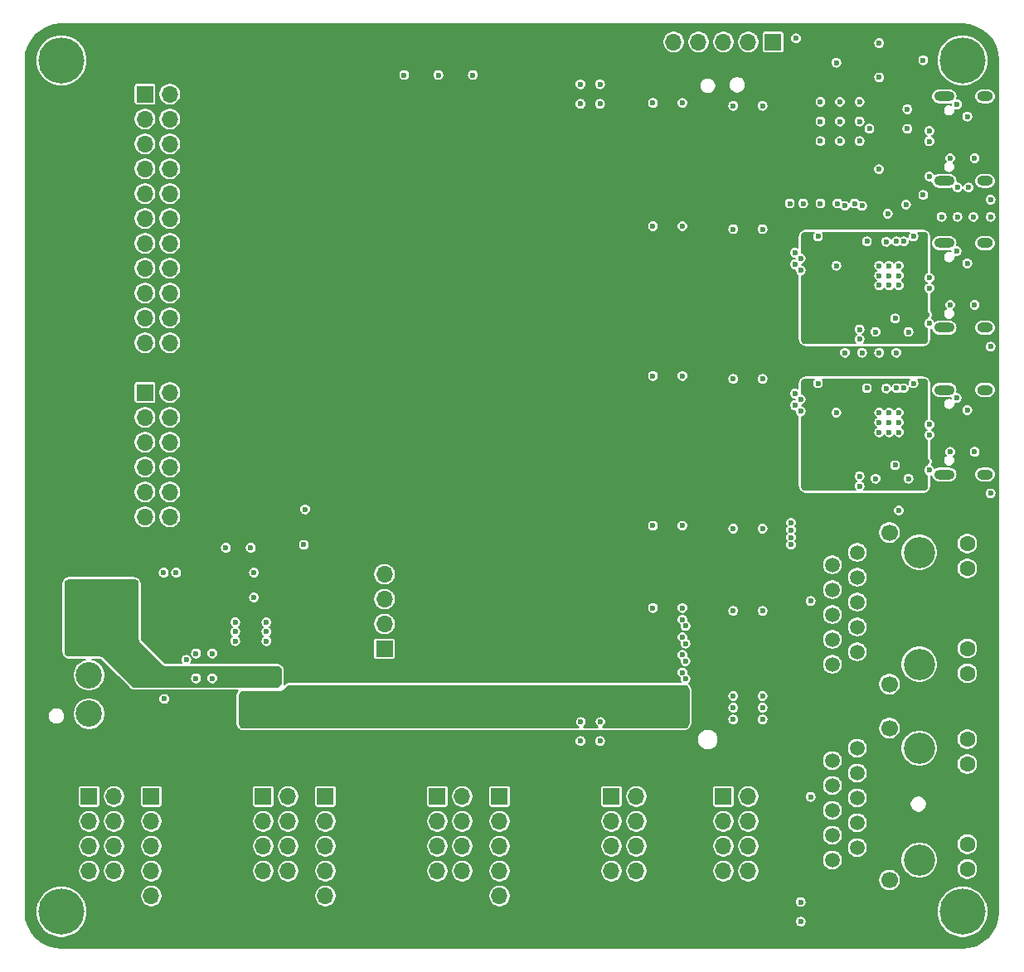
<source format=gbr>
%TF.GenerationSoftware,KiCad,Pcbnew,(5.1.9-0-10_14)*%
%TF.CreationDate,2021-03-28T17:09:14+02:00*%
%TF.ProjectId,FPGA,46504741-2e6b-4696-9361-645f70636258,rev?*%
%TF.SameCoordinates,Original*%
%TF.FileFunction,Copper,L2,Inr*%
%TF.FilePolarity,Positive*%
%FSLAX46Y46*%
G04 Gerber Fmt 4.6, Leading zero omitted, Abs format (unit mm)*
G04 Created by KiCad (PCBNEW (5.1.9-0-10_14)) date 2021-03-28 17:09:14*
%MOMM*%
%LPD*%
G01*
G04 APERTURE LIST*
%TA.AperFunction,ComponentPad*%
%ADD10O,1.600000X1.000000*%
%TD*%
%TA.AperFunction,ComponentPad*%
%ADD11O,2.100000X1.000000*%
%TD*%
%TA.AperFunction,ComponentPad*%
%ADD12O,1.700000X1.700000*%
%TD*%
%TA.AperFunction,ComponentPad*%
%ADD13R,1.700000X1.700000*%
%TD*%
%TA.AperFunction,ComponentPad*%
%ADD14C,3.200000*%
%TD*%
%TA.AperFunction,ComponentPad*%
%ADD15C,1.700000*%
%TD*%
%TA.AperFunction,ComponentPad*%
%ADD16C,1.500000*%
%TD*%
%TA.AperFunction,ComponentPad*%
%ADD17C,1.600000*%
%TD*%
%TA.AperFunction,ComponentPad*%
%ADD18C,4.700000*%
%TD*%
%TA.AperFunction,ComponentPad*%
%ADD19C,2.700000*%
%TD*%
%TA.AperFunction,ViaPad*%
%ADD20C,0.600000*%
%TD*%
%TA.AperFunction,Conductor*%
%ADD21C,0.190500*%
%TD*%
%TA.AperFunction,Conductor*%
%ADD22C,0.100000*%
%TD*%
%TA.AperFunction,Conductor*%
%ADD23C,0.254000*%
%TD*%
G04 APERTURE END LIST*
D10*
%TO.N,Earth*%
%TO.C,J501*%
X198325000Y-57680000D03*
X198325000Y-66320000D03*
D11*
X194145000Y-57680000D03*
X194145000Y-66320000D03*
%TD*%
D12*
%TO.N,/3V3_EXP*%
%TO.C,J4*%
X115075000Y-100635000D03*
X112535000Y-100635000D03*
%TO.N,GND*%
X115075000Y-98095000D03*
X112535000Y-98095000D03*
%TO.N,/EXP8*%
X115075000Y-95555000D03*
%TO.N,/EXP4*%
X112535000Y-95555000D03*
%TO.N,/EXP7*%
X115075000Y-93015000D03*
%TO.N,/EXP3*%
X112535000Y-93015000D03*
%TO.N,/EXP6*%
X115075000Y-90475000D03*
%TO.N,/EXP2*%
X112535000Y-90475000D03*
%TO.N,/EXP5*%
X115075000Y-87935000D03*
D13*
%TO.N,/EXP1*%
X112535000Y-87935000D03*
%TD*%
D12*
%TO.N,GND*%
%TO.C,J801*%
X115075000Y-82855000D03*
%TO.N,/POTI_CLK*%
X112535000Y-82855000D03*
%TO.N,/POTI_SDO*%
X115075000Y-80315000D03*
%TO.N,/~POTI_CS*%
X112535000Y-80315000D03*
%TO.N,/VPOT_A0*%
X115075000Y-77775000D03*
%TO.N,/VPOT_A3*%
X112535000Y-77775000D03*
%TO.N,/VPOT_A1*%
X115075000Y-75235000D03*
%TO.N,/VPOT_A2*%
X112535000Y-75235000D03*
%TO.N,GND*%
X115075000Y-72695000D03*
%TO.N,/A*%
X112535000Y-72695000D03*
%TO.N,GND*%
X115075000Y-70155000D03*
%TO.N,/B*%
X112535000Y-70155000D03*
%TO.N,/LED_DATA*%
X115075000Y-67615000D03*
%TO.N,/~LED_SW_OE*%
X112535000Y-67615000D03*
%TO.N,/LED_CLK*%
X115075000Y-65075000D03*
%TO.N,/~LED_DISPLAY_OE*%
X112535000Y-65075000D03*
%TO.N,/LED_LE*%
X115075000Y-62535000D03*
%TO.N,/~LED_OE*%
X112535000Y-62535000D03*
%TO.N,/~SW_SER_CE*%
X115075000Y-59995000D03*
%TO.N,/~SW_SER_PL*%
X112535000Y-59995000D03*
%TO.N,/SW_SER_DATA*%
X115075000Y-57455000D03*
D13*
%TO.N,/SW_SER_CP*%
X112535000Y-57455000D03*
%TD*%
D12*
%TO.N,GND*%
%TO.C,J602*%
X148730000Y-139370000D03*
%TO.N,/DAC1_SCL*%
X148730000Y-136830000D03*
%TO.N,/DAC1_SDA*%
X148730000Y-134290000D03*
%TO.N,/DAC1_IRQ*%
X148730000Y-131750000D03*
D13*
%TO.N,/DAC1_Mute*%
X148730000Y-129210000D03*
%TD*%
D12*
%TO.N,GND*%
%TO.C,J702*%
X162700000Y-136830000D03*
%TO.N,/ADC2_MCLK*%
X160160000Y-136830000D03*
%TO.N,GND*%
X162700000Y-134290000D03*
%TO.N,/ADC2_BCLK*%
X160160000Y-134290000D03*
%TO.N,GND*%
X162700000Y-131750000D03*
%TO.N,/ADC2_SDOUT*%
X160160000Y-131750000D03*
%TO.N,GND*%
X162700000Y-129210000D03*
D13*
%TO.N,/ADC2_LRCLK*%
X160160000Y-129210000D03*
%TD*%
D12*
%TO.N,GND*%
%TO.C,J701*%
X174130000Y-136830000D03*
%TO.N,/ADC1_MCLK*%
X171590000Y-136830000D03*
%TO.N,GND*%
X174130000Y-134290000D03*
%TO.N,/ADC1_BCLK*%
X171590000Y-134290000D03*
%TO.N,GND*%
X174130000Y-131750000D03*
%TO.N,/ADC1_SDOUT*%
X171590000Y-131750000D03*
%TO.N,GND*%
X174130000Y-129210000D03*
D13*
%TO.N,/ADC1_LRCLK*%
X171590000Y-129210000D03*
%TD*%
D12*
%TO.N,GND*%
%TO.C,J621*%
X109360000Y-136830000D03*
%TO.N,/DAC3_SDIN*%
X106820000Y-136830000D03*
%TO.N,GND*%
X109360000Y-134290000D03*
%TO.N,/DAC3_BCLK*%
X106820000Y-134290000D03*
%TO.N,GND*%
X109360000Y-131750000D03*
%TO.N,/DAC3_LRCLK*%
X106820000Y-131750000D03*
%TO.N,GND*%
X109360000Y-129210000D03*
D13*
%TO.N,/DAC3_MCLK*%
X106820000Y-129210000D03*
%TD*%
D12*
%TO.N,GND*%
%TO.C,J611*%
X127140000Y-136830000D03*
%TO.N,/DAC2_SDIN*%
X124600000Y-136830000D03*
%TO.N,GND*%
X127140000Y-134290000D03*
%TO.N,/DAC2_BCLK*%
X124600000Y-134290000D03*
%TO.N,GND*%
X127140000Y-131750000D03*
%TO.N,/DAC2_LRCLK*%
X124600000Y-131750000D03*
%TO.N,GND*%
X127140000Y-129210000D03*
D13*
%TO.N,/DAC2_MCLK*%
X124600000Y-129210000D03*
%TD*%
D12*
%TO.N,GND*%
%TO.C,J622*%
X113170000Y-139370000D03*
%TO.N,/DAC3_SCL*%
X113170000Y-136830000D03*
%TO.N,/DAC3_SDA*%
X113170000Y-134290000D03*
%TO.N,/DAC3_IRQ*%
X113170000Y-131750000D03*
D13*
%TO.N,/DAC3_Mute*%
X113170000Y-129210000D03*
%TD*%
D12*
%TO.N,GND*%
%TO.C,J612*%
X130950000Y-139370000D03*
%TO.N,/DAC2_SCL*%
X130950000Y-136830000D03*
%TO.N,/DAC2_SDA*%
X130950000Y-134290000D03*
%TO.N,/DAC2_IRQ*%
X130950000Y-131750000D03*
D13*
%TO.N,/DAC2_Mute*%
X130950000Y-129210000D03*
%TD*%
D12*
%TO.N,GND*%
%TO.C,J601*%
X144920000Y-136830000D03*
%TO.N,/DAC1_SDIN*%
X142380000Y-136830000D03*
%TO.N,GND*%
X144920000Y-134290000D03*
%TO.N,/DAC1_BCLK*%
X142380000Y-134290000D03*
%TO.N,GND*%
X144920000Y-131750000D03*
%TO.N,/DAC1_LRCLK*%
X142380000Y-131750000D03*
%TO.N,GND*%
X144920000Y-129210000D03*
D13*
%TO.N,/DAC1_MCLK*%
X142380000Y-129210000D03*
%TD*%
D14*
%TO.N,*%
%TO.C,J401*%
X191600000Y-124285000D03*
X191600000Y-135715000D03*
D15*
X188550000Y-122250000D03*
X188550000Y-137750000D03*
D16*
%TO.N,/ETH2_4P*%
X185250000Y-124285000D03*
%TO.N,/ETH2_4N*%
X182710000Y-125555000D03*
%TO.N,/ETH2_3N*%
X185250000Y-126825000D03*
%TO.N,/ETH2_3P*%
X182710000Y-128095000D03*
%TO.N,Net-(C401-Pad1)*%
X185250000Y-129365000D03*
X182710000Y-130635000D03*
%TO.N,/ETH2_2P*%
X185250000Y-131905000D03*
%TO.N,/ETH2_2N*%
X182710000Y-133175000D03*
%TO.N,/ETH2_1N*%
X185250000Y-134445000D03*
%TO.N,/ETH2_1P*%
X182710000Y-135715000D03*
D17*
%TO.N,Net-(J401-Pad14)*%
X196500000Y-123370000D03*
%TO.N,/ETH2_LED_Y*%
X196500000Y-125910000D03*
%TO.N,Net-(J401-Pad12)*%
X196500000Y-134090000D03*
%TO.N,/ETH2_LED_G*%
X196500000Y-136630000D03*
%TD*%
D10*
%TO.N,Earth*%
%TO.C,J201*%
X198325000Y-87680000D03*
X198325000Y-96320000D03*
D11*
X194145000Y-87680000D03*
X194145000Y-96320000D03*
%TD*%
D14*
%TO.N,*%
%TO.C,J301*%
X191600000Y-104285000D03*
X191600000Y-115715000D03*
D15*
X188550000Y-102250000D03*
X188550000Y-117750000D03*
D16*
%TO.N,/ETH1_4P*%
X185250000Y-104285000D03*
%TO.N,/ETH1_4N*%
X182710000Y-105555000D03*
%TO.N,/ETH1_3N*%
X185250000Y-106825000D03*
%TO.N,/ETH1_3P*%
X182710000Y-108095000D03*
%TO.N,Net-(C301-Pad1)*%
X185250000Y-109365000D03*
X182710000Y-110635000D03*
%TO.N,/ETH1_2P*%
X185250000Y-111905000D03*
%TO.N,/ETH1_2N*%
X182710000Y-113175000D03*
%TO.N,/ETH1_1N*%
X185250000Y-114445000D03*
%TO.N,/ETH1_1P*%
X182710000Y-115715000D03*
D17*
%TO.N,Net-(J301-Pad14)*%
X196500000Y-103370000D03*
%TO.N,/ETH1_LED_Y*%
X196500000Y-105910000D03*
%TO.N,Net-(J301-Pad12)*%
X196500000Y-114090000D03*
%TO.N,/ETH1_LED_G*%
X196500000Y-116630000D03*
%TD*%
D10*
%TO.N,Earth*%
%TO.C,J101*%
X198325000Y-72680000D03*
X198325000Y-81320000D03*
D11*
X194145000Y-72680000D03*
X194145000Y-81320000D03*
%TD*%
D12*
%TO.N,GND*%
%TO.C,J16*%
X166510000Y-52125000D03*
%TO.N,/TCK*%
X169050000Y-52125000D03*
%TO.N,/TMS*%
X171590000Y-52125000D03*
%TO.N,/TDI*%
X174130000Y-52125000D03*
D13*
%TO.N,/TDO*%
X176670000Y-52125000D03*
%TD*%
D18*
%TO.N,Earth*%
%TO.C,H4*%
X196000000Y-141000000D03*
%TD*%
%TO.N,Earth*%
%TO.C,H3*%
X196000000Y-54000000D03*
%TD*%
%TO.N,Earth*%
%TO.C,H2*%
X104000000Y-141000000D03*
%TD*%
%TO.N,Earth*%
%TO.C,H1*%
X104000000Y-54000000D03*
%TD*%
D12*
%TO.N,/TCK*%
%TO.C,J3*%
X136980000Y-106510000D03*
%TO.N,/TMS*%
X136980000Y-109050000D03*
%TO.N,/TDI*%
X136980000Y-111590000D03*
D13*
%TO.N,/TDO*%
X136980000Y-114130000D03*
%TD*%
D19*
%TO.N,GND*%
%TO.C,J2*%
X106820000Y-120770000D03*
X106820000Y-116810000D03*
%TO.N,+5V*%
X106820000Y-112850000D03*
%TA.AperFunction,ComponentPad*%
G36*
G01*
X105720001Y-107540000D02*
X107919999Y-107540000D01*
G75*
G02*
X108170000Y-107790001I0J-250001D01*
G01*
X108170000Y-109989999D01*
G75*
G02*
X107919999Y-110240000I-250001J0D01*
G01*
X105720001Y-110240000D01*
G75*
G02*
X105470000Y-109989999I0J250001D01*
G01*
X105470000Y-107790001D01*
G75*
G02*
X105720001Y-107540000I250001J0D01*
G01*
G37*
%TD.AperFunction*%
%TD*%
D20*
%TO.N,GND*%
X119393000Y-114605000D03*
X117742000Y-114605000D03*
X185500000Y-62250000D03*
X181500000Y-60250000D03*
X185500000Y-58250000D03*
X183500000Y-58250000D03*
X181500000Y-62250000D03*
X181500000Y-58250000D03*
X185500000Y-60250000D03*
X183500000Y-62250000D03*
X198875000Y-68250000D03*
X192625000Y-65875000D03*
X157000000Y-123550000D03*
X159000000Y-123550000D03*
X159000000Y-121550000D03*
X157000000Y-121550000D03*
X159000000Y-56450000D03*
X159000000Y-58450000D03*
X157000000Y-58450000D03*
X157000000Y-56450000D03*
X189125000Y-95375000D03*
X184000000Y-83875000D03*
X198875000Y-98250000D03*
X189250000Y-83875000D03*
X185750000Y-83875000D03*
X189500000Y-91000000D03*
X189500000Y-90000000D03*
X187500000Y-91000000D03*
X189500000Y-92000000D03*
X188500000Y-91000000D03*
X188500000Y-90000000D03*
X187500000Y-92000000D03*
X188500000Y-92000000D03*
X187500000Y-90000000D03*
X185500000Y-96500000D03*
X185500000Y-97500000D03*
X190500000Y-96750000D03*
X192625000Y-95875000D03*
X187125000Y-96750000D03*
X181250000Y-87000000D03*
X187500000Y-83875000D03*
X183125000Y-90000000D03*
X188500000Y-76000000D03*
X188500000Y-75000000D03*
X189500000Y-75000000D03*
X189500000Y-76000000D03*
X189500000Y-77000000D03*
X188500000Y-77000000D03*
X187500000Y-77000000D03*
X187500000Y-76000000D03*
X187500000Y-75000000D03*
X181250000Y-72000000D03*
X183125000Y-75000000D03*
X185750000Y-68875000D03*
X184000000Y-68875000D03*
X189125000Y-80375000D03*
X190500000Y-81750000D03*
X187125000Y-81750000D03*
X198875000Y-83250000D03*
X185500000Y-81500000D03*
X185500000Y-82500000D03*
X192625000Y-80875000D03*
X172600000Y-58650000D03*
X172600000Y-71250000D03*
X172600000Y-86550000D03*
X172600000Y-101850000D03*
X172600000Y-118950000D03*
X172600000Y-120150000D03*
X172600000Y-121350000D03*
X175600000Y-121350000D03*
X175600000Y-120150000D03*
X175600000Y-118950000D03*
X175600000Y-101850000D03*
X175600000Y-86550000D03*
X175600000Y-71250000D03*
X175600000Y-58650000D03*
X167400000Y-58350000D03*
X164400000Y-58350000D03*
X167400000Y-70950000D03*
X164400000Y-70950000D03*
X167400000Y-86250000D03*
X164400000Y-86250000D03*
X167400000Y-101550000D03*
X164400000Y-101550000D03*
X167400000Y-109950000D03*
X164400000Y-109950000D03*
X175600000Y-110250000D03*
X172600000Y-110250000D03*
X189500000Y-100000000D03*
X180500000Y-109250000D03*
X180500000Y-129250000D03*
X179500000Y-140000000D03*
X179500000Y-142000000D03*
X198875000Y-68250000D03*
X198875000Y-70000000D03*
X193875000Y-70000000D03*
X187473000Y-65125000D03*
X190375000Y-61000000D03*
X190375000Y-59000000D03*
X181500000Y-68625000D03*
X185000000Y-68625000D03*
X183250000Y-68625000D03*
X179750000Y-68625000D03*
X178375000Y-68625000D03*
X192000000Y-54000000D03*
X183125000Y-54250000D03*
X183500000Y-60250000D03*
X123330000Y-103810000D03*
X120790000Y-103810000D03*
X123647500Y-106350000D03*
X123647500Y-108890000D03*
X124917500Y-111430000D03*
X124917500Y-112382500D03*
X124917500Y-113335000D03*
X121742500Y-113335000D03*
X121742500Y-112382500D03*
X121742500Y-111430000D03*
X114440000Y-106350000D03*
X115710000Y-106350000D03*
X195466000Y-58500000D03*
X195402500Y-88500000D03*
X195402500Y-73500000D03*
X188375000Y-69675000D03*
X192000000Y-67750000D03*
X190250000Y-68750000D03*
X187500000Y-52250000D03*
X146000000Y-55500000D03*
X142500000Y-55500000D03*
X139000000Y-55500000D03*
X114500000Y-119250000D03*
X128875000Y-99875000D03*
X119393000Y-117145000D03*
X117742000Y-117145000D03*
%TO.N,+5V*%
X125000000Y-116500000D03*
X125000000Y-117500000D03*
X126000000Y-116500000D03*
X126000000Y-117500000D03*
%TO.N,/ETH2_1P*%
X167725125Y-117200250D03*
%TO.N,/ETH2_1N*%
X167400000Y-116550000D03*
%TO.N,/ETH2_2N*%
X167725125Y-115400250D03*
%TO.N,/ETH2_2P*%
X167400000Y-114750000D03*
%TO.N,/ETH2_3P*%
X167725125Y-113600250D03*
%TO.N,/ETH2_3N*%
X167400000Y-112950000D03*
%TO.N,/ETH2_4N*%
X167725125Y-111800250D03*
%TO.N,/ETH2_4P*%
X167400000Y-111150000D03*
%TO.N,/TCK*%
X179000000Y-51750000D03*
%TO.N,+3V3*%
X178300000Y-98600000D03*
X120325000Y-128000000D03*
X117075000Y-128000000D03*
X138075000Y-128000000D03*
X134825000Y-128000000D03*
X190750000Y-55750000D03*
X190750000Y-64250000D03*
X182370000Y-66225000D03*
X189500000Y-53250000D03*
X155825000Y-128000000D03*
X152575000Y-128000000D03*
X118567500Y-112065000D03*
X118567500Y-111112500D03*
X119520000Y-111112500D03*
X119520000Y-112065000D03*
X119520000Y-113017500D03*
X120472500Y-113017500D03*
X120472500Y-112065000D03*
X120472500Y-111112500D03*
X111900000Y-106350000D03*
X113170000Y-106350000D03*
X175723000Y-60250000D03*
X179750000Y-54250000D03*
X115175000Y-115425000D03*
X118567500Y-113017500D03*
X178300000Y-83800000D03*
%TO.N,/USB2/VBUS*%
X194750000Y-94000000D03*
X197250000Y-94000000D03*
X191000000Y-87000000D03*
X196500000Y-89750000D03*
%TO.N,/USB2/D+*%
X192625000Y-91223000D03*
X192625000Y-92277000D03*
%TO.N,/USB1/VBUS*%
X194750000Y-79000000D03*
X197250000Y-79000000D03*
X191000000Y-72000000D03*
X196500000Y-74750000D03*
%TO.N,/USB1/D+*%
X192625000Y-76223000D03*
X192625000Y-77277000D03*
%TO.N,/USB1/3V3_USB*%
X191750000Y-76000000D03*
X191750000Y-74723000D03*
X187777000Y-79500000D03*
X182200000Y-72000000D03*
X180300000Y-72000000D03*
X181375000Y-75000000D03*
X184000000Y-72223000D03*
X186000000Y-78500000D03*
X192375000Y-80000000D03*
X189125000Y-79500000D03*
X183625000Y-81500000D03*
X183625000Y-82500000D03*
%TO.N,/USB2/3V3_USB*%
X191750000Y-89723000D03*
X187777000Y-94500000D03*
X186000000Y-93500000D03*
X182200000Y-87000000D03*
X183625000Y-97500000D03*
X191750000Y-91000000D03*
X189125000Y-94500000D03*
X183625000Y-96500000D03*
X180300000Y-87000000D03*
X192375000Y-95000000D03*
X181375000Y-90000000D03*
X184000000Y-87223000D03*
%TO.N,/USB1_DIR*%
X186250000Y-72500000D03*
X178900000Y-73650000D03*
%TO.N,/USB1_STP*%
X188223000Y-72527000D03*
X179500000Y-74250000D03*
%TO.N,/USB1_RESET*%
X189277000Y-72500000D03*
X178900000Y-74850000D03*
%TO.N,/USB1_CLK*%
X190004003Y-72500000D03*
X179500000Y-75450000D03*
%TO.N,/USB2_DIR*%
X186250000Y-87500000D03*
X178900000Y-88050000D03*
%TO.N,/USB2_STP*%
X179500000Y-88650000D03*
X188223000Y-87527000D03*
%TO.N,/USB2_RESET*%
X189277000Y-87500000D03*
X178900000Y-89250000D03*
%TO.N,/USB2_CLK*%
X190004003Y-87500000D03*
X179500000Y-89850000D03*
%TO.N,/ETH1_LED_Y*%
X178500000Y-101250000D03*
%TO.N,/ETH1_LED_G*%
X178500000Y-102000000D03*
%TO.N,/ETH2_LED_Y*%
X178500000Y-102750000D03*
%TO.N,/ETH2_LED_G*%
X178500000Y-103500000D03*
%TO.N,/Debug/VBUS*%
X196500000Y-59750000D03*
X197250000Y-64000000D03*
X194750000Y-64000000D03*
%TO.N,/Debug/CC1*%
X195500000Y-70000000D03*
X195500000Y-67000000D03*
%TO.N,/Debug/D+*%
X192625000Y-62277000D03*
X192625000Y-61223000D03*
%TO.N,/Debug/CC2*%
X197125000Y-70000000D03*
X196625000Y-67000000D03*
%TO.N,Net-(R508-Pad2)*%
X187500000Y-55750000D03*
X186500000Y-60973000D03*
%TO.N,/5V_FPGA*%
X123012500Y-120637500D03*
X167400000Y-118650000D03*
X167400000Y-119850000D03*
X167400000Y-121050000D03*
X164400000Y-118650000D03*
X164400000Y-119850000D03*
X164400000Y-121050000D03*
X123012500Y-121590000D03*
X123965000Y-120637500D03*
X123965000Y-121590000D03*
%TO.N,/FPGA_EN*%
X116750000Y-115250000D03*
X128750000Y-103500000D03*
%TD*%
D21*
%TO.N,/USB1/3V3_USB*%
X180795018Y-71626606D02*
X180730915Y-71722543D01*
X180686760Y-71829143D01*
X180664250Y-71942309D01*
X180664250Y-72057691D01*
X180686760Y-72170857D01*
X180730915Y-72277457D01*
X180795018Y-72373394D01*
X180876606Y-72454982D01*
X180972543Y-72519085D01*
X181079143Y-72563240D01*
X181192309Y-72585750D01*
X181307691Y-72585750D01*
X181420857Y-72563240D01*
X181527457Y-72519085D01*
X181623394Y-72454982D01*
X181636067Y-72442309D01*
X185664250Y-72442309D01*
X185664250Y-72557691D01*
X185686760Y-72670857D01*
X185730915Y-72777457D01*
X185795018Y-72873394D01*
X185876606Y-72954982D01*
X185972543Y-73019085D01*
X186079143Y-73063240D01*
X186192309Y-73085750D01*
X186307691Y-73085750D01*
X186420857Y-73063240D01*
X186527457Y-73019085D01*
X186623394Y-72954982D01*
X186704982Y-72873394D01*
X186769085Y-72777457D01*
X186813240Y-72670857D01*
X186835750Y-72557691D01*
X186835750Y-72442309D01*
X186813240Y-72329143D01*
X186769085Y-72222543D01*
X186704982Y-72126606D01*
X186623394Y-72045018D01*
X186527457Y-71980915D01*
X186420857Y-71936760D01*
X186307691Y-71914250D01*
X186192309Y-71914250D01*
X186079143Y-71936760D01*
X185972543Y-71980915D01*
X185876606Y-72045018D01*
X185795018Y-72126606D01*
X185730915Y-72222543D01*
X185686760Y-72329143D01*
X185664250Y-72442309D01*
X181636067Y-72442309D01*
X181704982Y-72373394D01*
X181769085Y-72277457D01*
X181813240Y-72170857D01*
X181835750Y-72057691D01*
X181835750Y-71942309D01*
X181813240Y-71829143D01*
X181769085Y-71722543D01*
X181704982Y-71626606D01*
X181673626Y-71595250D01*
X190576374Y-71595250D01*
X190545018Y-71626606D01*
X190480915Y-71722543D01*
X190436760Y-71829143D01*
X190414250Y-71942309D01*
X190414250Y-72057691D01*
X190420254Y-72087875D01*
X190377397Y-72045018D01*
X190281460Y-71980915D01*
X190174860Y-71936760D01*
X190061694Y-71914250D01*
X189946312Y-71914250D01*
X189833146Y-71936760D01*
X189726546Y-71980915D01*
X189640502Y-72038408D01*
X189554457Y-71980915D01*
X189447857Y-71936760D01*
X189334691Y-71914250D01*
X189219309Y-71914250D01*
X189106143Y-71936760D01*
X188999543Y-71980915D01*
X188903606Y-72045018D01*
X188822018Y-72126606D01*
X188757915Y-72222543D01*
X188744408Y-72255152D01*
X188742085Y-72249543D01*
X188677982Y-72153606D01*
X188596394Y-72072018D01*
X188500457Y-72007915D01*
X188393857Y-71963760D01*
X188280691Y-71941250D01*
X188165309Y-71941250D01*
X188052143Y-71963760D01*
X187945543Y-72007915D01*
X187849606Y-72072018D01*
X187768018Y-72153606D01*
X187703915Y-72249543D01*
X187659760Y-72356143D01*
X187637250Y-72469309D01*
X187637250Y-72584691D01*
X187659760Y-72697857D01*
X187703915Y-72804457D01*
X187768018Y-72900394D01*
X187849606Y-72981982D01*
X187945543Y-73046085D01*
X188052143Y-73090240D01*
X188165309Y-73112750D01*
X188280691Y-73112750D01*
X188393857Y-73090240D01*
X188500457Y-73046085D01*
X188596394Y-72981982D01*
X188677982Y-72900394D01*
X188742085Y-72804457D01*
X188755592Y-72771848D01*
X188757915Y-72777457D01*
X188822018Y-72873394D01*
X188903606Y-72954982D01*
X188999543Y-73019085D01*
X189106143Y-73063240D01*
X189219309Y-73085750D01*
X189334691Y-73085750D01*
X189447857Y-73063240D01*
X189554457Y-73019085D01*
X189640502Y-72961592D01*
X189726546Y-73019085D01*
X189833146Y-73063240D01*
X189946312Y-73085750D01*
X190061694Y-73085750D01*
X190174860Y-73063240D01*
X190281460Y-73019085D01*
X190377397Y-72954982D01*
X190458985Y-72873394D01*
X190523088Y-72777457D01*
X190567243Y-72670857D01*
X190589753Y-72557691D01*
X190589753Y-72442309D01*
X190583749Y-72412125D01*
X190626606Y-72454982D01*
X190722543Y-72519085D01*
X190829143Y-72563240D01*
X190942309Y-72585750D01*
X191057691Y-72585750D01*
X191170857Y-72563240D01*
X191277457Y-72519085D01*
X191373394Y-72454982D01*
X191454982Y-72373394D01*
X191519085Y-72277457D01*
X191563240Y-72170857D01*
X191585750Y-72057691D01*
X191585750Y-71942309D01*
X191563240Y-71829143D01*
X191519085Y-71722543D01*
X191454982Y-71626606D01*
X191423626Y-71595250D01*
X191985757Y-71595250D01*
X192098614Y-71610108D01*
X192197963Y-71651260D01*
X192283277Y-71716723D01*
X192348740Y-71802037D01*
X192389892Y-71901386D01*
X192404750Y-72014243D01*
X192404750Y-75680219D01*
X192347543Y-75703915D01*
X192251606Y-75768018D01*
X192170018Y-75849606D01*
X192105915Y-75945543D01*
X192061760Y-76052143D01*
X192039250Y-76165309D01*
X192039250Y-76280691D01*
X192061760Y-76393857D01*
X192105915Y-76500457D01*
X192170018Y-76596394D01*
X192251606Y-76677982D01*
X192347543Y-76742085D01*
X192366652Y-76750000D01*
X192347543Y-76757915D01*
X192251606Y-76822018D01*
X192170018Y-76903606D01*
X192105915Y-76999543D01*
X192061760Y-77106143D01*
X192039250Y-77219309D01*
X192039250Y-77334691D01*
X192061760Y-77447857D01*
X192105915Y-77554457D01*
X192170018Y-77650394D01*
X192251606Y-77731982D01*
X192347543Y-77796085D01*
X192404750Y-77819781D01*
X192404750Y-80332219D01*
X192347543Y-80355915D01*
X192251606Y-80420018D01*
X192170018Y-80501606D01*
X192105915Y-80597543D01*
X192061760Y-80704143D01*
X192039250Y-80817309D01*
X192039250Y-80932691D01*
X192061760Y-81045857D01*
X192105915Y-81152457D01*
X192170018Y-81248394D01*
X192251606Y-81329982D01*
X192347543Y-81394085D01*
X192404750Y-81417781D01*
X192404750Y-82485757D01*
X192389892Y-82598614D01*
X192348740Y-82697963D01*
X192283277Y-82783277D01*
X192197963Y-82848740D01*
X192098614Y-82889892D01*
X191985757Y-82904750D01*
X185923626Y-82904750D01*
X185954982Y-82873394D01*
X186019085Y-82777457D01*
X186063240Y-82670857D01*
X186085750Y-82557691D01*
X186085750Y-82442309D01*
X186063240Y-82329143D01*
X186019085Y-82222543D01*
X185954982Y-82126606D01*
X185873394Y-82045018D01*
X185806020Y-82000000D01*
X185873394Y-81954982D01*
X185954982Y-81873394D01*
X186019085Y-81777457D01*
X186054354Y-81692309D01*
X186539250Y-81692309D01*
X186539250Y-81807691D01*
X186561760Y-81920857D01*
X186605915Y-82027457D01*
X186670018Y-82123394D01*
X186751606Y-82204982D01*
X186847543Y-82269085D01*
X186954143Y-82313240D01*
X187067309Y-82335750D01*
X187182691Y-82335750D01*
X187295857Y-82313240D01*
X187402457Y-82269085D01*
X187498394Y-82204982D01*
X187579982Y-82123394D01*
X187644085Y-82027457D01*
X187688240Y-81920857D01*
X187710750Y-81807691D01*
X187710750Y-81692309D01*
X189914250Y-81692309D01*
X189914250Y-81807691D01*
X189936760Y-81920857D01*
X189980915Y-82027457D01*
X190045018Y-82123394D01*
X190126606Y-82204982D01*
X190222543Y-82269085D01*
X190329143Y-82313240D01*
X190442309Y-82335750D01*
X190557691Y-82335750D01*
X190670857Y-82313240D01*
X190777457Y-82269085D01*
X190873394Y-82204982D01*
X190954982Y-82123394D01*
X191019085Y-82027457D01*
X191063240Y-81920857D01*
X191085750Y-81807691D01*
X191085750Y-81692309D01*
X191063240Y-81579143D01*
X191019085Y-81472543D01*
X190954982Y-81376606D01*
X190873394Y-81295018D01*
X190777457Y-81230915D01*
X190670857Y-81186760D01*
X190557691Y-81164250D01*
X190442309Y-81164250D01*
X190329143Y-81186760D01*
X190222543Y-81230915D01*
X190126606Y-81295018D01*
X190045018Y-81376606D01*
X189980915Y-81472543D01*
X189936760Y-81579143D01*
X189914250Y-81692309D01*
X187710750Y-81692309D01*
X187688240Y-81579143D01*
X187644085Y-81472543D01*
X187579982Y-81376606D01*
X187498394Y-81295018D01*
X187402457Y-81230915D01*
X187295857Y-81186760D01*
X187182691Y-81164250D01*
X187067309Y-81164250D01*
X186954143Y-81186760D01*
X186847543Y-81230915D01*
X186751606Y-81295018D01*
X186670018Y-81376606D01*
X186605915Y-81472543D01*
X186561760Y-81579143D01*
X186539250Y-81692309D01*
X186054354Y-81692309D01*
X186063240Y-81670857D01*
X186085750Y-81557691D01*
X186085750Y-81442309D01*
X186063240Y-81329143D01*
X186019085Y-81222543D01*
X185954982Y-81126606D01*
X185873394Y-81045018D01*
X185777457Y-80980915D01*
X185670857Y-80936760D01*
X185557691Y-80914250D01*
X185442309Y-80914250D01*
X185329143Y-80936760D01*
X185222543Y-80980915D01*
X185126606Y-81045018D01*
X185045018Y-81126606D01*
X184980915Y-81222543D01*
X184936760Y-81329143D01*
X184914250Y-81442309D01*
X184914250Y-81557691D01*
X184936760Y-81670857D01*
X184980915Y-81777457D01*
X185045018Y-81873394D01*
X185126606Y-81954982D01*
X185193980Y-82000000D01*
X185126606Y-82045018D01*
X185045018Y-82126606D01*
X184980915Y-82222543D01*
X184936760Y-82329143D01*
X184914250Y-82442309D01*
X184914250Y-82557691D01*
X184936760Y-82670857D01*
X184980915Y-82777457D01*
X185045018Y-82873394D01*
X185076374Y-82904750D01*
X180014243Y-82904750D01*
X179901386Y-82889892D01*
X179802037Y-82848740D01*
X179716723Y-82783277D01*
X179651260Y-82697963D01*
X179610108Y-82598614D01*
X179595250Y-82485757D01*
X179595250Y-80317309D01*
X188539250Y-80317309D01*
X188539250Y-80432691D01*
X188561760Y-80545857D01*
X188605915Y-80652457D01*
X188670018Y-80748394D01*
X188751606Y-80829982D01*
X188847543Y-80894085D01*
X188954143Y-80938240D01*
X189067309Y-80960750D01*
X189182691Y-80960750D01*
X189295857Y-80938240D01*
X189402457Y-80894085D01*
X189498394Y-80829982D01*
X189579982Y-80748394D01*
X189644085Y-80652457D01*
X189688240Y-80545857D01*
X189710750Y-80432691D01*
X189710750Y-80317309D01*
X189688240Y-80204143D01*
X189644085Y-80097543D01*
X189579982Y-80001606D01*
X189498394Y-79920018D01*
X189402457Y-79855915D01*
X189295857Y-79811760D01*
X189182691Y-79789250D01*
X189067309Y-79789250D01*
X188954143Y-79811760D01*
X188847543Y-79855915D01*
X188751606Y-79920018D01*
X188670018Y-80001606D01*
X188605915Y-80097543D01*
X188561760Y-80204143D01*
X188539250Y-80317309D01*
X179595250Y-80317309D01*
X179595250Y-76028279D01*
X179670857Y-76013240D01*
X179777457Y-75969085D01*
X179873394Y-75904982D01*
X179954982Y-75823394D01*
X180019085Y-75727457D01*
X180063240Y-75620857D01*
X180085750Y-75507691D01*
X180085750Y-75392309D01*
X180063240Y-75279143D01*
X180019085Y-75172543D01*
X179954982Y-75076606D01*
X179873394Y-74995018D01*
X179794510Y-74942309D01*
X182539250Y-74942309D01*
X182539250Y-75057691D01*
X182561760Y-75170857D01*
X182605915Y-75277457D01*
X182670018Y-75373394D01*
X182751606Y-75454982D01*
X182847543Y-75519085D01*
X182954143Y-75563240D01*
X183067309Y-75585750D01*
X183182691Y-75585750D01*
X183295857Y-75563240D01*
X183402457Y-75519085D01*
X183498394Y-75454982D01*
X183579982Y-75373394D01*
X183644085Y-75277457D01*
X183688240Y-75170857D01*
X183710750Y-75057691D01*
X183710750Y-74942309D01*
X186914250Y-74942309D01*
X186914250Y-75057691D01*
X186936760Y-75170857D01*
X186980915Y-75277457D01*
X187045018Y-75373394D01*
X187126606Y-75454982D01*
X187193980Y-75500000D01*
X187126606Y-75545018D01*
X187045018Y-75626606D01*
X186980915Y-75722543D01*
X186936760Y-75829143D01*
X186914250Y-75942309D01*
X186914250Y-76057691D01*
X186936760Y-76170857D01*
X186980915Y-76277457D01*
X187045018Y-76373394D01*
X187126606Y-76454982D01*
X187193980Y-76500000D01*
X187126606Y-76545018D01*
X187045018Y-76626606D01*
X186980915Y-76722543D01*
X186936760Y-76829143D01*
X186914250Y-76942309D01*
X186914250Y-77057691D01*
X186936760Y-77170857D01*
X186980915Y-77277457D01*
X187045018Y-77373394D01*
X187126606Y-77454982D01*
X187222543Y-77519085D01*
X187329143Y-77563240D01*
X187442309Y-77585750D01*
X187557691Y-77585750D01*
X187670857Y-77563240D01*
X187777457Y-77519085D01*
X187873394Y-77454982D01*
X187954982Y-77373394D01*
X188000000Y-77306020D01*
X188045018Y-77373394D01*
X188126606Y-77454982D01*
X188222543Y-77519085D01*
X188329143Y-77563240D01*
X188442309Y-77585750D01*
X188557691Y-77585750D01*
X188670857Y-77563240D01*
X188777457Y-77519085D01*
X188873394Y-77454982D01*
X188954982Y-77373394D01*
X189000000Y-77306020D01*
X189045018Y-77373394D01*
X189126606Y-77454982D01*
X189222543Y-77519085D01*
X189329143Y-77563240D01*
X189442309Y-77585750D01*
X189557691Y-77585750D01*
X189670857Y-77563240D01*
X189777457Y-77519085D01*
X189873394Y-77454982D01*
X189954982Y-77373394D01*
X190019085Y-77277457D01*
X190063240Y-77170857D01*
X190085750Y-77057691D01*
X190085750Y-76942309D01*
X190063240Y-76829143D01*
X190019085Y-76722543D01*
X189954982Y-76626606D01*
X189873394Y-76545018D01*
X189806020Y-76500000D01*
X189873394Y-76454982D01*
X189954982Y-76373394D01*
X190019085Y-76277457D01*
X190063240Y-76170857D01*
X190085750Y-76057691D01*
X190085750Y-75942309D01*
X190063240Y-75829143D01*
X190019085Y-75722543D01*
X189954982Y-75626606D01*
X189873394Y-75545018D01*
X189806020Y-75500000D01*
X189873394Y-75454982D01*
X189954982Y-75373394D01*
X190019085Y-75277457D01*
X190063240Y-75170857D01*
X190085750Y-75057691D01*
X190085750Y-74942309D01*
X190063240Y-74829143D01*
X190019085Y-74722543D01*
X189954982Y-74626606D01*
X189873394Y-74545018D01*
X189777457Y-74480915D01*
X189670857Y-74436760D01*
X189557691Y-74414250D01*
X189442309Y-74414250D01*
X189329143Y-74436760D01*
X189222543Y-74480915D01*
X189126606Y-74545018D01*
X189045018Y-74626606D01*
X189000000Y-74693980D01*
X188954982Y-74626606D01*
X188873394Y-74545018D01*
X188777457Y-74480915D01*
X188670857Y-74436760D01*
X188557691Y-74414250D01*
X188442309Y-74414250D01*
X188329143Y-74436760D01*
X188222543Y-74480915D01*
X188126606Y-74545018D01*
X188045018Y-74626606D01*
X188000000Y-74693980D01*
X187954982Y-74626606D01*
X187873394Y-74545018D01*
X187777457Y-74480915D01*
X187670857Y-74436760D01*
X187557691Y-74414250D01*
X187442309Y-74414250D01*
X187329143Y-74436760D01*
X187222543Y-74480915D01*
X187126606Y-74545018D01*
X187045018Y-74626606D01*
X186980915Y-74722543D01*
X186936760Y-74829143D01*
X186914250Y-74942309D01*
X183710750Y-74942309D01*
X183688240Y-74829143D01*
X183644085Y-74722543D01*
X183579982Y-74626606D01*
X183498394Y-74545018D01*
X183402457Y-74480915D01*
X183295857Y-74436760D01*
X183182691Y-74414250D01*
X183067309Y-74414250D01*
X182954143Y-74436760D01*
X182847543Y-74480915D01*
X182751606Y-74545018D01*
X182670018Y-74626606D01*
X182605915Y-74722543D01*
X182561760Y-74829143D01*
X182539250Y-74942309D01*
X179794510Y-74942309D01*
X179777457Y-74930915D01*
X179670857Y-74886760D01*
X179595250Y-74871721D01*
X179595250Y-74828279D01*
X179670857Y-74813240D01*
X179777457Y-74769085D01*
X179873394Y-74704982D01*
X179954982Y-74623394D01*
X180019085Y-74527457D01*
X180063240Y-74420857D01*
X180085750Y-74307691D01*
X180085750Y-74192309D01*
X180063240Y-74079143D01*
X180019085Y-73972543D01*
X179954982Y-73876606D01*
X179873394Y-73795018D01*
X179777457Y-73730915D01*
X179670857Y-73686760D01*
X179595250Y-73671721D01*
X179595250Y-72014243D01*
X179610108Y-71901386D01*
X179651260Y-71802037D01*
X179716723Y-71716723D01*
X179802037Y-71651260D01*
X179901386Y-71610108D01*
X180014243Y-71595250D01*
X180826374Y-71595250D01*
X180795018Y-71626606D01*
%TA.AperFunction,Conductor*%
D22*
G36*
X180795018Y-71626606D02*
G01*
X180730915Y-71722543D01*
X180686760Y-71829143D01*
X180664250Y-71942309D01*
X180664250Y-72057691D01*
X180686760Y-72170857D01*
X180730915Y-72277457D01*
X180795018Y-72373394D01*
X180876606Y-72454982D01*
X180972543Y-72519085D01*
X181079143Y-72563240D01*
X181192309Y-72585750D01*
X181307691Y-72585750D01*
X181420857Y-72563240D01*
X181527457Y-72519085D01*
X181623394Y-72454982D01*
X181636067Y-72442309D01*
X185664250Y-72442309D01*
X185664250Y-72557691D01*
X185686760Y-72670857D01*
X185730915Y-72777457D01*
X185795018Y-72873394D01*
X185876606Y-72954982D01*
X185972543Y-73019085D01*
X186079143Y-73063240D01*
X186192309Y-73085750D01*
X186307691Y-73085750D01*
X186420857Y-73063240D01*
X186527457Y-73019085D01*
X186623394Y-72954982D01*
X186704982Y-72873394D01*
X186769085Y-72777457D01*
X186813240Y-72670857D01*
X186835750Y-72557691D01*
X186835750Y-72442309D01*
X186813240Y-72329143D01*
X186769085Y-72222543D01*
X186704982Y-72126606D01*
X186623394Y-72045018D01*
X186527457Y-71980915D01*
X186420857Y-71936760D01*
X186307691Y-71914250D01*
X186192309Y-71914250D01*
X186079143Y-71936760D01*
X185972543Y-71980915D01*
X185876606Y-72045018D01*
X185795018Y-72126606D01*
X185730915Y-72222543D01*
X185686760Y-72329143D01*
X185664250Y-72442309D01*
X181636067Y-72442309D01*
X181704982Y-72373394D01*
X181769085Y-72277457D01*
X181813240Y-72170857D01*
X181835750Y-72057691D01*
X181835750Y-71942309D01*
X181813240Y-71829143D01*
X181769085Y-71722543D01*
X181704982Y-71626606D01*
X181673626Y-71595250D01*
X190576374Y-71595250D01*
X190545018Y-71626606D01*
X190480915Y-71722543D01*
X190436760Y-71829143D01*
X190414250Y-71942309D01*
X190414250Y-72057691D01*
X190420254Y-72087875D01*
X190377397Y-72045018D01*
X190281460Y-71980915D01*
X190174860Y-71936760D01*
X190061694Y-71914250D01*
X189946312Y-71914250D01*
X189833146Y-71936760D01*
X189726546Y-71980915D01*
X189640502Y-72038408D01*
X189554457Y-71980915D01*
X189447857Y-71936760D01*
X189334691Y-71914250D01*
X189219309Y-71914250D01*
X189106143Y-71936760D01*
X188999543Y-71980915D01*
X188903606Y-72045018D01*
X188822018Y-72126606D01*
X188757915Y-72222543D01*
X188744408Y-72255152D01*
X188742085Y-72249543D01*
X188677982Y-72153606D01*
X188596394Y-72072018D01*
X188500457Y-72007915D01*
X188393857Y-71963760D01*
X188280691Y-71941250D01*
X188165309Y-71941250D01*
X188052143Y-71963760D01*
X187945543Y-72007915D01*
X187849606Y-72072018D01*
X187768018Y-72153606D01*
X187703915Y-72249543D01*
X187659760Y-72356143D01*
X187637250Y-72469309D01*
X187637250Y-72584691D01*
X187659760Y-72697857D01*
X187703915Y-72804457D01*
X187768018Y-72900394D01*
X187849606Y-72981982D01*
X187945543Y-73046085D01*
X188052143Y-73090240D01*
X188165309Y-73112750D01*
X188280691Y-73112750D01*
X188393857Y-73090240D01*
X188500457Y-73046085D01*
X188596394Y-72981982D01*
X188677982Y-72900394D01*
X188742085Y-72804457D01*
X188755592Y-72771848D01*
X188757915Y-72777457D01*
X188822018Y-72873394D01*
X188903606Y-72954982D01*
X188999543Y-73019085D01*
X189106143Y-73063240D01*
X189219309Y-73085750D01*
X189334691Y-73085750D01*
X189447857Y-73063240D01*
X189554457Y-73019085D01*
X189640502Y-72961592D01*
X189726546Y-73019085D01*
X189833146Y-73063240D01*
X189946312Y-73085750D01*
X190061694Y-73085750D01*
X190174860Y-73063240D01*
X190281460Y-73019085D01*
X190377397Y-72954982D01*
X190458985Y-72873394D01*
X190523088Y-72777457D01*
X190567243Y-72670857D01*
X190589753Y-72557691D01*
X190589753Y-72442309D01*
X190583749Y-72412125D01*
X190626606Y-72454982D01*
X190722543Y-72519085D01*
X190829143Y-72563240D01*
X190942309Y-72585750D01*
X191057691Y-72585750D01*
X191170857Y-72563240D01*
X191277457Y-72519085D01*
X191373394Y-72454982D01*
X191454982Y-72373394D01*
X191519085Y-72277457D01*
X191563240Y-72170857D01*
X191585750Y-72057691D01*
X191585750Y-71942309D01*
X191563240Y-71829143D01*
X191519085Y-71722543D01*
X191454982Y-71626606D01*
X191423626Y-71595250D01*
X191985757Y-71595250D01*
X192098614Y-71610108D01*
X192197963Y-71651260D01*
X192283277Y-71716723D01*
X192348740Y-71802037D01*
X192389892Y-71901386D01*
X192404750Y-72014243D01*
X192404750Y-75680219D01*
X192347543Y-75703915D01*
X192251606Y-75768018D01*
X192170018Y-75849606D01*
X192105915Y-75945543D01*
X192061760Y-76052143D01*
X192039250Y-76165309D01*
X192039250Y-76280691D01*
X192061760Y-76393857D01*
X192105915Y-76500457D01*
X192170018Y-76596394D01*
X192251606Y-76677982D01*
X192347543Y-76742085D01*
X192366652Y-76750000D01*
X192347543Y-76757915D01*
X192251606Y-76822018D01*
X192170018Y-76903606D01*
X192105915Y-76999543D01*
X192061760Y-77106143D01*
X192039250Y-77219309D01*
X192039250Y-77334691D01*
X192061760Y-77447857D01*
X192105915Y-77554457D01*
X192170018Y-77650394D01*
X192251606Y-77731982D01*
X192347543Y-77796085D01*
X192404750Y-77819781D01*
X192404750Y-80332219D01*
X192347543Y-80355915D01*
X192251606Y-80420018D01*
X192170018Y-80501606D01*
X192105915Y-80597543D01*
X192061760Y-80704143D01*
X192039250Y-80817309D01*
X192039250Y-80932691D01*
X192061760Y-81045857D01*
X192105915Y-81152457D01*
X192170018Y-81248394D01*
X192251606Y-81329982D01*
X192347543Y-81394085D01*
X192404750Y-81417781D01*
X192404750Y-82485757D01*
X192389892Y-82598614D01*
X192348740Y-82697963D01*
X192283277Y-82783277D01*
X192197963Y-82848740D01*
X192098614Y-82889892D01*
X191985757Y-82904750D01*
X185923626Y-82904750D01*
X185954982Y-82873394D01*
X186019085Y-82777457D01*
X186063240Y-82670857D01*
X186085750Y-82557691D01*
X186085750Y-82442309D01*
X186063240Y-82329143D01*
X186019085Y-82222543D01*
X185954982Y-82126606D01*
X185873394Y-82045018D01*
X185806020Y-82000000D01*
X185873394Y-81954982D01*
X185954982Y-81873394D01*
X186019085Y-81777457D01*
X186054354Y-81692309D01*
X186539250Y-81692309D01*
X186539250Y-81807691D01*
X186561760Y-81920857D01*
X186605915Y-82027457D01*
X186670018Y-82123394D01*
X186751606Y-82204982D01*
X186847543Y-82269085D01*
X186954143Y-82313240D01*
X187067309Y-82335750D01*
X187182691Y-82335750D01*
X187295857Y-82313240D01*
X187402457Y-82269085D01*
X187498394Y-82204982D01*
X187579982Y-82123394D01*
X187644085Y-82027457D01*
X187688240Y-81920857D01*
X187710750Y-81807691D01*
X187710750Y-81692309D01*
X189914250Y-81692309D01*
X189914250Y-81807691D01*
X189936760Y-81920857D01*
X189980915Y-82027457D01*
X190045018Y-82123394D01*
X190126606Y-82204982D01*
X190222543Y-82269085D01*
X190329143Y-82313240D01*
X190442309Y-82335750D01*
X190557691Y-82335750D01*
X190670857Y-82313240D01*
X190777457Y-82269085D01*
X190873394Y-82204982D01*
X190954982Y-82123394D01*
X191019085Y-82027457D01*
X191063240Y-81920857D01*
X191085750Y-81807691D01*
X191085750Y-81692309D01*
X191063240Y-81579143D01*
X191019085Y-81472543D01*
X190954982Y-81376606D01*
X190873394Y-81295018D01*
X190777457Y-81230915D01*
X190670857Y-81186760D01*
X190557691Y-81164250D01*
X190442309Y-81164250D01*
X190329143Y-81186760D01*
X190222543Y-81230915D01*
X190126606Y-81295018D01*
X190045018Y-81376606D01*
X189980915Y-81472543D01*
X189936760Y-81579143D01*
X189914250Y-81692309D01*
X187710750Y-81692309D01*
X187688240Y-81579143D01*
X187644085Y-81472543D01*
X187579982Y-81376606D01*
X187498394Y-81295018D01*
X187402457Y-81230915D01*
X187295857Y-81186760D01*
X187182691Y-81164250D01*
X187067309Y-81164250D01*
X186954143Y-81186760D01*
X186847543Y-81230915D01*
X186751606Y-81295018D01*
X186670018Y-81376606D01*
X186605915Y-81472543D01*
X186561760Y-81579143D01*
X186539250Y-81692309D01*
X186054354Y-81692309D01*
X186063240Y-81670857D01*
X186085750Y-81557691D01*
X186085750Y-81442309D01*
X186063240Y-81329143D01*
X186019085Y-81222543D01*
X185954982Y-81126606D01*
X185873394Y-81045018D01*
X185777457Y-80980915D01*
X185670857Y-80936760D01*
X185557691Y-80914250D01*
X185442309Y-80914250D01*
X185329143Y-80936760D01*
X185222543Y-80980915D01*
X185126606Y-81045018D01*
X185045018Y-81126606D01*
X184980915Y-81222543D01*
X184936760Y-81329143D01*
X184914250Y-81442309D01*
X184914250Y-81557691D01*
X184936760Y-81670857D01*
X184980915Y-81777457D01*
X185045018Y-81873394D01*
X185126606Y-81954982D01*
X185193980Y-82000000D01*
X185126606Y-82045018D01*
X185045018Y-82126606D01*
X184980915Y-82222543D01*
X184936760Y-82329143D01*
X184914250Y-82442309D01*
X184914250Y-82557691D01*
X184936760Y-82670857D01*
X184980915Y-82777457D01*
X185045018Y-82873394D01*
X185076374Y-82904750D01*
X180014243Y-82904750D01*
X179901386Y-82889892D01*
X179802037Y-82848740D01*
X179716723Y-82783277D01*
X179651260Y-82697963D01*
X179610108Y-82598614D01*
X179595250Y-82485757D01*
X179595250Y-80317309D01*
X188539250Y-80317309D01*
X188539250Y-80432691D01*
X188561760Y-80545857D01*
X188605915Y-80652457D01*
X188670018Y-80748394D01*
X188751606Y-80829982D01*
X188847543Y-80894085D01*
X188954143Y-80938240D01*
X189067309Y-80960750D01*
X189182691Y-80960750D01*
X189295857Y-80938240D01*
X189402457Y-80894085D01*
X189498394Y-80829982D01*
X189579982Y-80748394D01*
X189644085Y-80652457D01*
X189688240Y-80545857D01*
X189710750Y-80432691D01*
X189710750Y-80317309D01*
X189688240Y-80204143D01*
X189644085Y-80097543D01*
X189579982Y-80001606D01*
X189498394Y-79920018D01*
X189402457Y-79855915D01*
X189295857Y-79811760D01*
X189182691Y-79789250D01*
X189067309Y-79789250D01*
X188954143Y-79811760D01*
X188847543Y-79855915D01*
X188751606Y-79920018D01*
X188670018Y-80001606D01*
X188605915Y-80097543D01*
X188561760Y-80204143D01*
X188539250Y-80317309D01*
X179595250Y-80317309D01*
X179595250Y-76028279D01*
X179670857Y-76013240D01*
X179777457Y-75969085D01*
X179873394Y-75904982D01*
X179954982Y-75823394D01*
X180019085Y-75727457D01*
X180063240Y-75620857D01*
X180085750Y-75507691D01*
X180085750Y-75392309D01*
X180063240Y-75279143D01*
X180019085Y-75172543D01*
X179954982Y-75076606D01*
X179873394Y-74995018D01*
X179794510Y-74942309D01*
X182539250Y-74942309D01*
X182539250Y-75057691D01*
X182561760Y-75170857D01*
X182605915Y-75277457D01*
X182670018Y-75373394D01*
X182751606Y-75454982D01*
X182847543Y-75519085D01*
X182954143Y-75563240D01*
X183067309Y-75585750D01*
X183182691Y-75585750D01*
X183295857Y-75563240D01*
X183402457Y-75519085D01*
X183498394Y-75454982D01*
X183579982Y-75373394D01*
X183644085Y-75277457D01*
X183688240Y-75170857D01*
X183710750Y-75057691D01*
X183710750Y-74942309D01*
X186914250Y-74942309D01*
X186914250Y-75057691D01*
X186936760Y-75170857D01*
X186980915Y-75277457D01*
X187045018Y-75373394D01*
X187126606Y-75454982D01*
X187193980Y-75500000D01*
X187126606Y-75545018D01*
X187045018Y-75626606D01*
X186980915Y-75722543D01*
X186936760Y-75829143D01*
X186914250Y-75942309D01*
X186914250Y-76057691D01*
X186936760Y-76170857D01*
X186980915Y-76277457D01*
X187045018Y-76373394D01*
X187126606Y-76454982D01*
X187193980Y-76500000D01*
X187126606Y-76545018D01*
X187045018Y-76626606D01*
X186980915Y-76722543D01*
X186936760Y-76829143D01*
X186914250Y-76942309D01*
X186914250Y-77057691D01*
X186936760Y-77170857D01*
X186980915Y-77277457D01*
X187045018Y-77373394D01*
X187126606Y-77454982D01*
X187222543Y-77519085D01*
X187329143Y-77563240D01*
X187442309Y-77585750D01*
X187557691Y-77585750D01*
X187670857Y-77563240D01*
X187777457Y-77519085D01*
X187873394Y-77454982D01*
X187954982Y-77373394D01*
X188000000Y-77306020D01*
X188045018Y-77373394D01*
X188126606Y-77454982D01*
X188222543Y-77519085D01*
X188329143Y-77563240D01*
X188442309Y-77585750D01*
X188557691Y-77585750D01*
X188670857Y-77563240D01*
X188777457Y-77519085D01*
X188873394Y-77454982D01*
X188954982Y-77373394D01*
X189000000Y-77306020D01*
X189045018Y-77373394D01*
X189126606Y-77454982D01*
X189222543Y-77519085D01*
X189329143Y-77563240D01*
X189442309Y-77585750D01*
X189557691Y-77585750D01*
X189670857Y-77563240D01*
X189777457Y-77519085D01*
X189873394Y-77454982D01*
X189954982Y-77373394D01*
X190019085Y-77277457D01*
X190063240Y-77170857D01*
X190085750Y-77057691D01*
X190085750Y-76942309D01*
X190063240Y-76829143D01*
X190019085Y-76722543D01*
X189954982Y-76626606D01*
X189873394Y-76545018D01*
X189806020Y-76500000D01*
X189873394Y-76454982D01*
X189954982Y-76373394D01*
X190019085Y-76277457D01*
X190063240Y-76170857D01*
X190085750Y-76057691D01*
X190085750Y-75942309D01*
X190063240Y-75829143D01*
X190019085Y-75722543D01*
X189954982Y-75626606D01*
X189873394Y-75545018D01*
X189806020Y-75500000D01*
X189873394Y-75454982D01*
X189954982Y-75373394D01*
X190019085Y-75277457D01*
X190063240Y-75170857D01*
X190085750Y-75057691D01*
X190085750Y-74942309D01*
X190063240Y-74829143D01*
X190019085Y-74722543D01*
X189954982Y-74626606D01*
X189873394Y-74545018D01*
X189777457Y-74480915D01*
X189670857Y-74436760D01*
X189557691Y-74414250D01*
X189442309Y-74414250D01*
X189329143Y-74436760D01*
X189222543Y-74480915D01*
X189126606Y-74545018D01*
X189045018Y-74626606D01*
X189000000Y-74693980D01*
X188954982Y-74626606D01*
X188873394Y-74545018D01*
X188777457Y-74480915D01*
X188670857Y-74436760D01*
X188557691Y-74414250D01*
X188442309Y-74414250D01*
X188329143Y-74436760D01*
X188222543Y-74480915D01*
X188126606Y-74545018D01*
X188045018Y-74626606D01*
X188000000Y-74693980D01*
X187954982Y-74626606D01*
X187873394Y-74545018D01*
X187777457Y-74480915D01*
X187670857Y-74436760D01*
X187557691Y-74414250D01*
X187442309Y-74414250D01*
X187329143Y-74436760D01*
X187222543Y-74480915D01*
X187126606Y-74545018D01*
X187045018Y-74626606D01*
X186980915Y-74722543D01*
X186936760Y-74829143D01*
X186914250Y-74942309D01*
X183710750Y-74942309D01*
X183688240Y-74829143D01*
X183644085Y-74722543D01*
X183579982Y-74626606D01*
X183498394Y-74545018D01*
X183402457Y-74480915D01*
X183295857Y-74436760D01*
X183182691Y-74414250D01*
X183067309Y-74414250D01*
X182954143Y-74436760D01*
X182847543Y-74480915D01*
X182751606Y-74545018D01*
X182670018Y-74626606D01*
X182605915Y-74722543D01*
X182561760Y-74829143D01*
X182539250Y-74942309D01*
X179794510Y-74942309D01*
X179777457Y-74930915D01*
X179670857Y-74886760D01*
X179595250Y-74871721D01*
X179595250Y-74828279D01*
X179670857Y-74813240D01*
X179777457Y-74769085D01*
X179873394Y-74704982D01*
X179954982Y-74623394D01*
X180019085Y-74527457D01*
X180063240Y-74420857D01*
X180085750Y-74307691D01*
X180085750Y-74192309D01*
X180063240Y-74079143D01*
X180019085Y-73972543D01*
X179954982Y-73876606D01*
X179873394Y-73795018D01*
X179777457Y-73730915D01*
X179670857Y-73686760D01*
X179595250Y-73671721D01*
X179595250Y-72014243D01*
X179610108Y-71901386D01*
X179651260Y-71802037D01*
X179716723Y-71716723D01*
X179802037Y-71651260D01*
X179901386Y-71610108D01*
X180014243Y-71595250D01*
X180826374Y-71595250D01*
X180795018Y-71626606D01*
G37*
%TD.AperFunction*%
%TD*%
D21*
%TO.N,/USB2/3V3_USB*%
X180795018Y-86626606D02*
X180730915Y-86722543D01*
X180686760Y-86829143D01*
X180664250Y-86942309D01*
X180664250Y-87057691D01*
X180686760Y-87170857D01*
X180730915Y-87277457D01*
X180795018Y-87373394D01*
X180876606Y-87454982D01*
X180972543Y-87519085D01*
X181079143Y-87563240D01*
X181192309Y-87585750D01*
X181307691Y-87585750D01*
X181420857Y-87563240D01*
X181527457Y-87519085D01*
X181623394Y-87454982D01*
X181636067Y-87442309D01*
X185664250Y-87442309D01*
X185664250Y-87557691D01*
X185686760Y-87670857D01*
X185730915Y-87777457D01*
X185795018Y-87873394D01*
X185876606Y-87954982D01*
X185972543Y-88019085D01*
X186079143Y-88063240D01*
X186192309Y-88085750D01*
X186307691Y-88085750D01*
X186420857Y-88063240D01*
X186527457Y-88019085D01*
X186623394Y-87954982D01*
X186704982Y-87873394D01*
X186769085Y-87777457D01*
X186813240Y-87670857D01*
X186835750Y-87557691D01*
X186835750Y-87442309D01*
X186813240Y-87329143D01*
X186769085Y-87222543D01*
X186704982Y-87126606D01*
X186623394Y-87045018D01*
X186527457Y-86980915D01*
X186420857Y-86936760D01*
X186307691Y-86914250D01*
X186192309Y-86914250D01*
X186079143Y-86936760D01*
X185972543Y-86980915D01*
X185876606Y-87045018D01*
X185795018Y-87126606D01*
X185730915Y-87222543D01*
X185686760Y-87329143D01*
X185664250Y-87442309D01*
X181636067Y-87442309D01*
X181704982Y-87373394D01*
X181769085Y-87277457D01*
X181813240Y-87170857D01*
X181835750Y-87057691D01*
X181835750Y-86942309D01*
X181813240Y-86829143D01*
X181769085Y-86722543D01*
X181704982Y-86626606D01*
X181673626Y-86595250D01*
X190576374Y-86595250D01*
X190545018Y-86626606D01*
X190480915Y-86722543D01*
X190436760Y-86829143D01*
X190414250Y-86942309D01*
X190414250Y-87057691D01*
X190420254Y-87087875D01*
X190377397Y-87045018D01*
X190281460Y-86980915D01*
X190174860Y-86936760D01*
X190061694Y-86914250D01*
X189946312Y-86914250D01*
X189833146Y-86936760D01*
X189726546Y-86980915D01*
X189640502Y-87038408D01*
X189554457Y-86980915D01*
X189447857Y-86936760D01*
X189334691Y-86914250D01*
X189219309Y-86914250D01*
X189106143Y-86936760D01*
X188999543Y-86980915D01*
X188903606Y-87045018D01*
X188822018Y-87126606D01*
X188757915Y-87222543D01*
X188744408Y-87255152D01*
X188742085Y-87249543D01*
X188677982Y-87153606D01*
X188596394Y-87072018D01*
X188500457Y-87007915D01*
X188393857Y-86963760D01*
X188280691Y-86941250D01*
X188165309Y-86941250D01*
X188052143Y-86963760D01*
X187945543Y-87007915D01*
X187849606Y-87072018D01*
X187768018Y-87153606D01*
X187703915Y-87249543D01*
X187659760Y-87356143D01*
X187637250Y-87469309D01*
X187637250Y-87584691D01*
X187659760Y-87697857D01*
X187703915Y-87804457D01*
X187768018Y-87900394D01*
X187849606Y-87981982D01*
X187945543Y-88046085D01*
X188052143Y-88090240D01*
X188165309Y-88112750D01*
X188280691Y-88112750D01*
X188393857Y-88090240D01*
X188500457Y-88046085D01*
X188596394Y-87981982D01*
X188677982Y-87900394D01*
X188742085Y-87804457D01*
X188755592Y-87771848D01*
X188757915Y-87777457D01*
X188822018Y-87873394D01*
X188903606Y-87954982D01*
X188999543Y-88019085D01*
X189106143Y-88063240D01*
X189219309Y-88085750D01*
X189334691Y-88085750D01*
X189447857Y-88063240D01*
X189554457Y-88019085D01*
X189640502Y-87961592D01*
X189726546Y-88019085D01*
X189833146Y-88063240D01*
X189946312Y-88085750D01*
X190061694Y-88085750D01*
X190174860Y-88063240D01*
X190281460Y-88019085D01*
X190377397Y-87954982D01*
X190458985Y-87873394D01*
X190523088Y-87777457D01*
X190567243Y-87670857D01*
X190589753Y-87557691D01*
X190589753Y-87442309D01*
X190583749Y-87412125D01*
X190626606Y-87454982D01*
X190722543Y-87519085D01*
X190829143Y-87563240D01*
X190942309Y-87585750D01*
X191057691Y-87585750D01*
X191170857Y-87563240D01*
X191277457Y-87519085D01*
X191373394Y-87454982D01*
X191454982Y-87373394D01*
X191519085Y-87277457D01*
X191563240Y-87170857D01*
X191585750Y-87057691D01*
X191585750Y-86942309D01*
X191563240Y-86829143D01*
X191519085Y-86722543D01*
X191454982Y-86626606D01*
X191423626Y-86595250D01*
X191985757Y-86595250D01*
X192098614Y-86610108D01*
X192197963Y-86651260D01*
X192283277Y-86716723D01*
X192348740Y-86802037D01*
X192389892Y-86901386D01*
X192404750Y-87014243D01*
X192404750Y-90680219D01*
X192347543Y-90703915D01*
X192251606Y-90768018D01*
X192170018Y-90849606D01*
X192105915Y-90945543D01*
X192061760Y-91052143D01*
X192039250Y-91165309D01*
X192039250Y-91280691D01*
X192061760Y-91393857D01*
X192105915Y-91500457D01*
X192170018Y-91596394D01*
X192251606Y-91677982D01*
X192347543Y-91742085D01*
X192366652Y-91750000D01*
X192347543Y-91757915D01*
X192251606Y-91822018D01*
X192170018Y-91903606D01*
X192105915Y-91999543D01*
X192061760Y-92106143D01*
X192039250Y-92219309D01*
X192039250Y-92334691D01*
X192061760Y-92447857D01*
X192105915Y-92554457D01*
X192170018Y-92650394D01*
X192251606Y-92731982D01*
X192347543Y-92796085D01*
X192404750Y-92819781D01*
X192404750Y-95332219D01*
X192347543Y-95355915D01*
X192251606Y-95420018D01*
X192170018Y-95501606D01*
X192105915Y-95597543D01*
X192061760Y-95704143D01*
X192039250Y-95817309D01*
X192039250Y-95932691D01*
X192061760Y-96045857D01*
X192105915Y-96152457D01*
X192170018Y-96248394D01*
X192251606Y-96329982D01*
X192347543Y-96394085D01*
X192404750Y-96417781D01*
X192404750Y-97485757D01*
X192389892Y-97598614D01*
X192348740Y-97697963D01*
X192283277Y-97783277D01*
X192197963Y-97848740D01*
X192098614Y-97889892D01*
X191985757Y-97904750D01*
X185923626Y-97904750D01*
X185954982Y-97873394D01*
X186019085Y-97777457D01*
X186063240Y-97670857D01*
X186085750Y-97557691D01*
X186085750Y-97442309D01*
X186063240Y-97329143D01*
X186019085Y-97222543D01*
X185954982Y-97126606D01*
X185873394Y-97045018D01*
X185806020Y-97000000D01*
X185873394Y-96954982D01*
X185954982Y-96873394D01*
X186019085Y-96777457D01*
X186054354Y-96692309D01*
X186539250Y-96692309D01*
X186539250Y-96807691D01*
X186561760Y-96920857D01*
X186605915Y-97027457D01*
X186670018Y-97123394D01*
X186751606Y-97204982D01*
X186847543Y-97269085D01*
X186954143Y-97313240D01*
X187067309Y-97335750D01*
X187182691Y-97335750D01*
X187295857Y-97313240D01*
X187402457Y-97269085D01*
X187498394Y-97204982D01*
X187579982Y-97123394D01*
X187644085Y-97027457D01*
X187688240Y-96920857D01*
X187710750Y-96807691D01*
X187710750Y-96692309D01*
X189914250Y-96692309D01*
X189914250Y-96807691D01*
X189936760Y-96920857D01*
X189980915Y-97027457D01*
X190045018Y-97123394D01*
X190126606Y-97204982D01*
X190222543Y-97269085D01*
X190329143Y-97313240D01*
X190442309Y-97335750D01*
X190557691Y-97335750D01*
X190670857Y-97313240D01*
X190777457Y-97269085D01*
X190873394Y-97204982D01*
X190954982Y-97123394D01*
X191019085Y-97027457D01*
X191063240Y-96920857D01*
X191085750Y-96807691D01*
X191085750Y-96692309D01*
X191063240Y-96579143D01*
X191019085Y-96472543D01*
X190954982Y-96376606D01*
X190873394Y-96295018D01*
X190777457Y-96230915D01*
X190670857Y-96186760D01*
X190557691Y-96164250D01*
X190442309Y-96164250D01*
X190329143Y-96186760D01*
X190222543Y-96230915D01*
X190126606Y-96295018D01*
X190045018Y-96376606D01*
X189980915Y-96472543D01*
X189936760Y-96579143D01*
X189914250Y-96692309D01*
X187710750Y-96692309D01*
X187688240Y-96579143D01*
X187644085Y-96472543D01*
X187579982Y-96376606D01*
X187498394Y-96295018D01*
X187402457Y-96230915D01*
X187295857Y-96186760D01*
X187182691Y-96164250D01*
X187067309Y-96164250D01*
X186954143Y-96186760D01*
X186847543Y-96230915D01*
X186751606Y-96295018D01*
X186670018Y-96376606D01*
X186605915Y-96472543D01*
X186561760Y-96579143D01*
X186539250Y-96692309D01*
X186054354Y-96692309D01*
X186063240Y-96670857D01*
X186085750Y-96557691D01*
X186085750Y-96442309D01*
X186063240Y-96329143D01*
X186019085Y-96222543D01*
X185954982Y-96126606D01*
X185873394Y-96045018D01*
X185777457Y-95980915D01*
X185670857Y-95936760D01*
X185557691Y-95914250D01*
X185442309Y-95914250D01*
X185329143Y-95936760D01*
X185222543Y-95980915D01*
X185126606Y-96045018D01*
X185045018Y-96126606D01*
X184980915Y-96222543D01*
X184936760Y-96329143D01*
X184914250Y-96442309D01*
X184914250Y-96557691D01*
X184936760Y-96670857D01*
X184980915Y-96777457D01*
X185045018Y-96873394D01*
X185126606Y-96954982D01*
X185193980Y-97000000D01*
X185126606Y-97045018D01*
X185045018Y-97126606D01*
X184980915Y-97222543D01*
X184936760Y-97329143D01*
X184914250Y-97442309D01*
X184914250Y-97557691D01*
X184936760Y-97670857D01*
X184980915Y-97777457D01*
X185045018Y-97873394D01*
X185076374Y-97904750D01*
X180014243Y-97904750D01*
X179901386Y-97889892D01*
X179802037Y-97848740D01*
X179716723Y-97783277D01*
X179651260Y-97697963D01*
X179610108Y-97598614D01*
X179595250Y-97485757D01*
X179595250Y-95317309D01*
X188539250Y-95317309D01*
X188539250Y-95432691D01*
X188561760Y-95545857D01*
X188605915Y-95652457D01*
X188670018Y-95748394D01*
X188751606Y-95829982D01*
X188847543Y-95894085D01*
X188954143Y-95938240D01*
X189067309Y-95960750D01*
X189182691Y-95960750D01*
X189295857Y-95938240D01*
X189402457Y-95894085D01*
X189498394Y-95829982D01*
X189579982Y-95748394D01*
X189644085Y-95652457D01*
X189688240Y-95545857D01*
X189710750Y-95432691D01*
X189710750Y-95317309D01*
X189688240Y-95204143D01*
X189644085Y-95097543D01*
X189579982Y-95001606D01*
X189498394Y-94920018D01*
X189402457Y-94855915D01*
X189295857Y-94811760D01*
X189182691Y-94789250D01*
X189067309Y-94789250D01*
X188954143Y-94811760D01*
X188847543Y-94855915D01*
X188751606Y-94920018D01*
X188670018Y-95001606D01*
X188605915Y-95097543D01*
X188561760Y-95204143D01*
X188539250Y-95317309D01*
X179595250Y-95317309D01*
X179595250Y-90428279D01*
X179670857Y-90413240D01*
X179777457Y-90369085D01*
X179873394Y-90304982D01*
X179954982Y-90223394D01*
X180019085Y-90127457D01*
X180063240Y-90020857D01*
X180078864Y-89942309D01*
X182539250Y-89942309D01*
X182539250Y-90057691D01*
X182561760Y-90170857D01*
X182605915Y-90277457D01*
X182670018Y-90373394D01*
X182751606Y-90454982D01*
X182847543Y-90519085D01*
X182954143Y-90563240D01*
X183067309Y-90585750D01*
X183182691Y-90585750D01*
X183295857Y-90563240D01*
X183402457Y-90519085D01*
X183498394Y-90454982D01*
X183579982Y-90373394D01*
X183644085Y-90277457D01*
X183688240Y-90170857D01*
X183710750Y-90057691D01*
X183710750Y-89942309D01*
X186914250Y-89942309D01*
X186914250Y-90057691D01*
X186936760Y-90170857D01*
X186980915Y-90277457D01*
X187045018Y-90373394D01*
X187126606Y-90454982D01*
X187193980Y-90500000D01*
X187126606Y-90545018D01*
X187045018Y-90626606D01*
X186980915Y-90722543D01*
X186936760Y-90829143D01*
X186914250Y-90942309D01*
X186914250Y-91057691D01*
X186936760Y-91170857D01*
X186980915Y-91277457D01*
X187045018Y-91373394D01*
X187126606Y-91454982D01*
X187193980Y-91500000D01*
X187126606Y-91545018D01*
X187045018Y-91626606D01*
X186980915Y-91722543D01*
X186936760Y-91829143D01*
X186914250Y-91942309D01*
X186914250Y-92057691D01*
X186936760Y-92170857D01*
X186980915Y-92277457D01*
X187045018Y-92373394D01*
X187126606Y-92454982D01*
X187222543Y-92519085D01*
X187329143Y-92563240D01*
X187442309Y-92585750D01*
X187557691Y-92585750D01*
X187670857Y-92563240D01*
X187777457Y-92519085D01*
X187873394Y-92454982D01*
X187954982Y-92373394D01*
X188000000Y-92306020D01*
X188045018Y-92373394D01*
X188126606Y-92454982D01*
X188222543Y-92519085D01*
X188329143Y-92563240D01*
X188442309Y-92585750D01*
X188557691Y-92585750D01*
X188670857Y-92563240D01*
X188777457Y-92519085D01*
X188873394Y-92454982D01*
X188954982Y-92373394D01*
X189000000Y-92306020D01*
X189045018Y-92373394D01*
X189126606Y-92454982D01*
X189222543Y-92519085D01*
X189329143Y-92563240D01*
X189442309Y-92585750D01*
X189557691Y-92585750D01*
X189670857Y-92563240D01*
X189777457Y-92519085D01*
X189873394Y-92454982D01*
X189954982Y-92373394D01*
X190019085Y-92277457D01*
X190063240Y-92170857D01*
X190085750Y-92057691D01*
X190085750Y-91942309D01*
X190063240Y-91829143D01*
X190019085Y-91722543D01*
X189954982Y-91626606D01*
X189873394Y-91545018D01*
X189806020Y-91500000D01*
X189873394Y-91454982D01*
X189954982Y-91373394D01*
X190019085Y-91277457D01*
X190063240Y-91170857D01*
X190085750Y-91057691D01*
X190085750Y-90942309D01*
X190063240Y-90829143D01*
X190019085Y-90722543D01*
X189954982Y-90626606D01*
X189873394Y-90545018D01*
X189806020Y-90500000D01*
X189873394Y-90454982D01*
X189954982Y-90373394D01*
X190019085Y-90277457D01*
X190063240Y-90170857D01*
X190085750Y-90057691D01*
X190085750Y-89942309D01*
X190063240Y-89829143D01*
X190019085Y-89722543D01*
X189954982Y-89626606D01*
X189873394Y-89545018D01*
X189777457Y-89480915D01*
X189670857Y-89436760D01*
X189557691Y-89414250D01*
X189442309Y-89414250D01*
X189329143Y-89436760D01*
X189222543Y-89480915D01*
X189126606Y-89545018D01*
X189045018Y-89626606D01*
X189000000Y-89693980D01*
X188954982Y-89626606D01*
X188873394Y-89545018D01*
X188777457Y-89480915D01*
X188670857Y-89436760D01*
X188557691Y-89414250D01*
X188442309Y-89414250D01*
X188329143Y-89436760D01*
X188222543Y-89480915D01*
X188126606Y-89545018D01*
X188045018Y-89626606D01*
X188000000Y-89693980D01*
X187954982Y-89626606D01*
X187873394Y-89545018D01*
X187777457Y-89480915D01*
X187670857Y-89436760D01*
X187557691Y-89414250D01*
X187442309Y-89414250D01*
X187329143Y-89436760D01*
X187222543Y-89480915D01*
X187126606Y-89545018D01*
X187045018Y-89626606D01*
X186980915Y-89722543D01*
X186936760Y-89829143D01*
X186914250Y-89942309D01*
X183710750Y-89942309D01*
X183688240Y-89829143D01*
X183644085Y-89722543D01*
X183579982Y-89626606D01*
X183498394Y-89545018D01*
X183402457Y-89480915D01*
X183295857Y-89436760D01*
X183182691Y-89414250D01*
X183067309Y-89414250D01*
X182954143Y-89436760D01*
X182847543Y-89480915D01*
X182751606Y-89545018D01*
X182670018Y-89626606D01*
X182605915Y-89722543D01*
X182561760Y-89829143D01*
X182539250Y-89942309D01*
X180078864Y-89942309D01*
X180085750Y-89907691D01*
X180085750Y-89792309D01*
X180063240Y-89679143D01*
X180019085Y-89572543D01*
X179954982Y-89476606D01*
X179873394Y-89395018D01*
X179777457Y-89330915D01*
X179670857Y-89286760D01*
X179595250Y-89271721D01*
X179595250Y-89228279D01*
X179670857Y-89213240D01*
X179777457Y-89169085D01*
X179873394Y-89104982D01*
X179954982Y-89023394D01*
X180019085Y-88927457D01*
X180063240Y-88820857D01*
X180085750Y-88707691D01*
X180085750Y-88592309D01*
X180063240Y-88479143D01*
X180019085Y-88372543D01*
X179954982Y-88276606D01*
X179873394Y-88195018D01*
X179777457Y-88130915D01*
X179670857Y-88086760D01*
X179595250Y-88071721D01*
X179595250Y-87014243D01*
X179610108Y-86901386D01*
X179651260Y-86802037D01*
X179716723Y-86716723D01*
X179802037Y-86651260D01*
X179901386Y-86610108D01*
X180014243Y-86595250D01*
X180826374Y-86595250D01*
X180795018Y-86626606D01*
%TA.AperFunction,Conductor*%
D22*
G36*
X180795018Y-86626606D02*
G01*
X180730915Y-86722543D01*
X180686760Y-86829143D01*
X180664250Y-86942309D01*
X180664250Y-87057691D01*
X180686760Y-87170857D01*
X180730915Y-87277457D01*
X180795018Y-87373394D01*
X180876606Y-87454982D01*
X180972543Y-87519085D01*
X181079143Y-87563240D01*
X181192309Y-87585750D01*
X181307691Y-87585750D01*
X181420857Y-87563240D01*
X181527457Y-87519085D01*
X181623394Y-87454982D01*
X181636067Y-87442309D01*
X185664250Y-87442309D01*
X185664250Y-87557691D01*
X185686760Y-87670857D01*
X185730915Y-87777457D01*
X185795018Y-87873394D01*
X185876606Y-87954982D01*
X185972543Y-88019085D01*
X186079143Y-88063240D01*
X186192309Y-88085750D01*
X186307691Y-88085750D01*
X186420857Y-88063240D01*
X186527457Y-88019085D01*
X186623394Y-87954982D01*
X186704982Y-87873394D01*
X186769085Y-87777457D01*
X186813240Y-87670857D01*
X186835750Y-87557691D01*
X186835750Y-87442309D01*
X186813240Y-87329143D01*
X186769085Y-87222543D01*
X186704982Y-87126606D01*
X186623394Y-87045018D01*
X186527457Y-86980915D01*
X186420857Y-86936760D01*
X186307691Y-86914250D01*
X186192309Y-86914250D01*
X186079143Y-86936760D01*
X185972543Y-86980915D01*
X185876606Y-87045018D01*
X185795018Y-87126606D01*
X185730915Y-87222543D01*
X185686760Y-87329143D01*
X185664250Y-87442309D01*
X181636067Y-87442309D01*
X181704982Y-87373394D01*
X181769085Y-87277457D01*
X181813240Y-87170857D01*
X181835750Y-87057691D01*
X181835750Y-86942309D01*
X181813240Y-86829143D01*
X181769085Y-86722543D01*
X181704982Y-86626606D01*
X181673626Y-86595250D01*
X190576374Y-86595250D01*
X190545018Y-86626606D01*
X190480915Y-86722543D01*
X190436760Y-86829143D01*
X190414250Y-86942309D01*
X190414250Y-87057691D01*
X190420254Y-87087875D01*
X190377397Y-87045018D01*
X190281460Y-86980915D01*
X190174860Y-86936760D01*
X190061694Y-86914250D01*
X189946312Y-86914250D01*
X189833146Y-86936760D01*
X189726546Y-86980915D01*
X189640502Y-87038408D01*
X189554457Y-86980915D01*
X189447857Y-86936760D01*
X189334691Y-86914250D01*
X189219309Y-86914250D01*
X189106143Y-86936760D01*
X188999543Y-86980915D01*
X188903606Y-87045018D01*
X188822018Y-87126606D01*
X188757915Y-87222543D01*
X188744408Y-87255152D01*
X188742085Y-87249543D01*
X188677982Y-87153606D01*
X188596394Y-87072018D01*
X188500457Y-87007915D01*
X188393857Y-86963760D01*
X188280691Y-86941250D01*
X188165309Y-86941250D01*
X188052143Y-86963760D01*
X187945543Y-87007915D01*
X187849606Y-87072018D01*
X187768018Y-87153606D01*
X187703915Y-87249543D01*
X187659760Y-87356143D01*
X187637250Y-87469309D01*
X187637250Y-87584691D01*
X187659760Y-87697857D01*
X187703915Y-87804457D01*
X187768018Y-87900394D01*
X187849606Y-87981982D01*
X187945543Y-88046085D01*
X188052143Y-88090240D01*
X188165309Y-88112750D01*
X188280691Y-88112750D01*
X188393857Y-88090240D01*
X188500457Y-88046085D01*
X188596394Y-87981982D01*
X188677982Y-87900394D01*
X188742085Y-87804457D01*
X188755592Y-87771848D01*
X188757915Y-87777457D01*
X188822018Y-87873394D01*
X188903606Y-87954982D01*
X188999543Y-88019085D01*
X189106143Y-88063240D01*
X189219309Y-88085750D01*
X189334691Y-88085750D01*
X189447857Y-88063240D01*
X189554457Y-88019085D01*
X189640502Y-87961592D01*
X189726546Y-88019085D01*
X189833146Y-88063240D01*
X189946312Y-88085750D01*
X190061694Y-88085750D01*
X190174860Y-88063240D01*
X190281460Y-88019085D01*
X190377397Y-87954982D01*
X190458985Y-87873394D01*
X190523088Y-87777457D01*
X190567243Y-87670857D01*
X190589753Y-87557691D01*
X190589753Y-87442309D01*
X190583749Y-87412125D01*
X190626606Y-87454982D01*
X190722543Y-87519085D01*
X190829143Y-87563240D01*
X190942309Y-87585750D01*
X191057691Y-87585750D01*
X191170857Y-87563240D01*
X191277457Y-87519085D01*
X191373394Y-87454982D01*
X191454982Y-87373394D01*
X191519085Y-87277457D01*
X191563240Y-87170857D01*
X191585750Y-87057691D01*
X191585750Y-86942309D01*
X191563240Y-86829143D01*
X191519085Y-86722543D01*
X191454982Y-86626606D01*
X191423626Y-86595250D01*
X191985757Y-86595250D01*
X192098614Y-86610108D01*
X192197963Y-86651260D01*
X192283277Y-86716723D01*
X192348740Y-86802037D01*
X192389892Y-86901386D01*
X192404750Y-87014243D01*
X192404750Y-90680219D01*
X192347543Y-90703915D01*
X192251606Y-90768018D01*
X192170018Y-90849606D01*
X192105915Y-90945543D01*
X192061760Y-91052143D01*
X192039250Y-91165309D01*
X192039250Y-91280691D01*
X192061760Y-91393857D01*
X192105915Y-91500457D01*
X192170018Y-91596394D01*
X192251606Y-91677982D01*
X192347543Y-91742085D01*
X192366652Y-91750000D01*
X192347543Y-91757915D01*
X192251606Y-91822018D01*
X192170018Y-91903606D01*
X192105915Y-91999543D01*
X192061760Y-92106143D01*
X192039250Y-92219309D01*
X192039250Y-92334691D01*
X192061760Y-92447857D01*
X192105915Y-92554457D01*
X192170018Y-92650394D01*
X192251606Y-92731982D01*
X192347543Y-92796085D01*
X192404750Y-92819781D01*
X192404750Y-95332219D01*
X192347543Y-95355915D01*
X192251606Y-95420018D01*
X192170018Y-95501606D01*
X192105915Y-95597543D01*
X192061760Y-95704143D01*
X192039250Y-95817309D01*
X192039250Y-95932691D01*
X192061760Y-96045857D01*
X192105915Y-96152457D01*
X192170018Y-96248394D01*
X192251606Y-96329982D01*
X192347543Y-96394085D01*
X192404750Y-96417781D01*
X192404750Y-97485757D01*
X192389892Y-97598614D01*
X192348740Y-97697963D01*
X192283277Y-97783277D01*
X192197963Y-97848740D01*
X192098614Y-97889892D01*
X191985757Y-97904750D01*
X185923626Y-97904750D01*
X185954982Y-97873394D01*
X186019085Y-97777457D01*
X186063240Y-97670857D01*
X186085750Y-97557691D01*
X186085750Y-97442309D01*
X186063240Y-97329143D01*
X186019085Y-97222543D01*
X185954982Y-97126606D01*
X185873394Y-97045018D01*
X185806020Y-97000000D01*
X185873394Y-96954982D01*
X185954982Y-96873394D01*
X186019085Y-96777457D01*
X186054354Y-96692309D01*
X186539250Y-96692309D01*
X186539250Y-96807691D01*
X186561760Y-96920857D01*
X186605915Y-97027457D01*
X186670018Y-97123394D01*
X186751606Y-97204982D01*
X186847543Y-97269085D01*
X186954143Y-97313240D01*
X187067309Y-97335750D01*
X187182691Y-97335750D01*
X187295857Y-97313240D01*
X187402457Y-97269085D01*
X187498394Y-97204982D01*
X187579982Y-97123394D01*
X187644085Y-97027457D01*
X187688240Y-96920857D01*
X187710750Y-96807691D01*
X187710750Y-96692309D01*
X189914250Y-96692309D01*
X189914250Y-96807691D01*
X189936760Y-96920857D01*
X189980915Y-97027457D01*
X190045018Y-97123394D01*
X190126606Y-97204982D01*
X190222543Y-97269085D01*
X190329143Y-97313240D01*
X190442309Y-97335750D01*
X190557691Y-97335750D01*
X190670857Y-97313240D01*
X190777457Y-97269085D01*
X190873394Y-97204982D01*
X190954982Y-97123394D01*
X191019085Y-97027457D01*
X191063240Y-96920857D01*
X191085750Y-96807691D01*
X191085750Y-96692309D01*
X191063240Y-96579143D01*
X191019085Y-96472543D01*
X190954982Y-96376606D01*
X190873394Y-96295018D01*
X190777457Y-96230915D01*
X190670857Y-96186760D01*
X190557691Y-96164250D01*
X190442309Y-96164250D01*
X190329143Y-96186760D01*
X190222543Y-96230915D01*
X190126606Y-96295018D01*
X190045018Y-96376606D01*
X189980915Y-96472543D01*
X189936760Y-96579143D01*
X189914250Y-96692309D01*
X187710750Y-96692309D01*
X187688240Y-96579143D01*
X187644085Y-96472543D01*
X187579982Y-96376606D01*
X187498394Y-96295018D01*
X187402457Y-96230915D01*
X187295857Y-96186760D01*
X187182691Y-96164250D01*
X187067309Y-96164250D01*
X186954143Y-96186760D01*
X186847543Y-96230915D01*
X186751606Y-96295018D01*
X186670018Y-96376606D01*
X186605915Y-96472543D01*
X186561760Y-96579143D01*
X186539250Y-96692309D01*
X186054354Y-96692309D01*
X186063240Y-96670857D01*
X186085750Y-96557691D01*
X186085750Y-96442309D01*
X186063240Y-96329143D01*
X186019085Y-96222543D01*
X185954982Y-96126606D01*
X185873394Y-96045018D01*
X185777457Y-95980915D01*
X185670857Y-95936760D01*
X185557691Y-95914250D01*
X185442309Y-95914250D01*
X185329143Y-95936760D01*
X185222543Y-95980915D01*
X185126606Y-96045018D01*
X185045018Y-96126606D01*
X184980915Y-96222543D01*
X184936760Y-96329143D01*
X184914250Y-96442309D01*
X184914250Y-96557691D01*
X184936760Y-96670857D01*
X184980915Y-96777457D01*
X185045018Y-96873394D01*
X185126606Y-96954982D01*
X185193980Y-97000000D01*
X185126606Y-97045018D01*
X185045018Y-97126606D01*
X184980915Y-97222543D01*
X184936760Y-97329143D01*
X184914250Y-97442309D01*
X184914250Y-97557691D01*
X184936760Y-97670857D01*
X184980915Y-97777457D01*
X185045018Y-97873394D01*
X185076374Y-97904750D01*
X180014243Y-97904750D01*
X179901386Y-97889892D01*
X179802037Y-97848740D01*
X179716723Y-97783277D01*
X179651260Y-97697963D01*
X179610108Y-97598614D01*
X179595250Y-97485757D01*
X179595250Y-95317309D01*
X188539250Y-95317309D01*
X188539250Y-95432691D01*
X188561760Y-95545857D01*
X188605915Y-95652457D01*
X188670018Y-95748394D01*
X188751606Y-95829982D01*
X188847543Y-95894085D01*
X188954143Y-95938240D01*
X189067309Y-95960750D01*
X189182691Y-95960750D01*
X189295857Y-95938240D01*
X189402457Y-95894085D01*
X189498394Y-95829982D01*
X189579982Y-95748394D01*
X189644085Y-95652457D01*
X189688240Y-95545857D01*
X189710750Y-95432691D01*
X189710750Y-95317309D01*
X189688240Y-95204143D01*
X189644085Y-95097543D01*
X189579982Y-95001606D01*
X189498394Y-94920018D01*
X189402457Y-94855915D01*
X189295857Y-94811760D01*
X189182691Y-94789250D01*
X189067309Y-94789250D01*
X188954143Y-94811760D01*
X188847543Y-94855915D01*
X188751606Y-94920018D01*
X188670018Y-95001606D01*
X188605915Y-95097543D01*
X188561760Y-95204143D01*
X188539250Y-95317309D01*
X179595250Y-95317309D01*
X179595250Y-90428279D01*
X179670857Y-90413240D01*
X179777457Y-90369085D01*
X179873394Y-90304982D01*
X179954982Y-90223394D01*
X180019085Y-90127457D01*
X180063240Y-90020857D01*
X180078864Y-89942309D01*
X182539250Y-89942309D01*
X182539250Y-90057691D01*
X182561760Y-90170857D01*
X182605915Y-90277457D01*
X182670018Y-90373394D01*
X182751606Y-90454982D01*
X182847543Y-90519085D01*
X182954143Y-90563240D01*
X183067309Y-90585750D01*
X183182691Y-90585750D01*
X183295857Y-90563240D01*
X183402457Y-90519085D01*
X183498394Y-90454982D01*
X183579982Y-90373394D01*
X183644085Y-90277457D01*
X183688240Y-90170857D01*
X183710750Y-90057691D01*
X183710750Y-89942309D01*
X186914250Y-89942309D01*
X186914250Y-90057691D01*
X186936760Y-90170857D01*
X186980915Y-90277457D01*
X187045018Y-90373394D01*
X187126606Y-90454982D01*
X187193980Y-90500000D01*
X187126606Y-90545018D01*
X187045018Y-90626606D01*
X186980915Y-90722543D01*
X186936760Y-90829143D01*
X186914250Y-90942309D01*
X186914250Y-91057691D01*
X186936760Y-91170857D01*
X186980915Y-91277457D01*
X187045018Y-91373394D01*
X187126606Y-91454982D01*
X187193980Y-91500000D01*
X187126606Y-91545018D01*
X187045018Y-91626606D01*
X186980915Y-91722543D01*
X186936760Y-91829143D01*
X186914250Y-91942309D01*
X186914250Y-92057691D01*
X186936760Y-92170857D01*
X186980915Y-92277457D01*
X187045018Y-92373394D01*
X187126606Y-92454982D01*
X187222543Y-92519085D01*
X187329143Y-92563240D01*
X187442309Y-92585750D01*
X187557691Y-92585750D01*
X187670857Y-92563240D01*
X187777457Y-92519085D01*
X187873394Y-92454982D01*
X187954982Y-92373394D01*
X188000000Y-92306020D01*
X188045018Y-92373394D01*
X188126606Y-92454982D01*
X188222543Y-92519085D01*
X188329143Y-92563240D01*
X188442309Y-92585750D01*
X188557691Y-92585750D01*
X188670857Y-92563240D01*
X188777457Y-92519085D01*
X188873394Y-92454982D01*
X188954982Y-92373394D01*
X189000000Y-92306020D01*
X189045018Y-92373394D01*
X189126606Y-92454982D01*
X189222543Y-92519085D01*
X189329143Y-92563240D01*
X189442309Y-92585750D01*
X189557691Y-92585750D01*
X189670857Y-92563240D01*
X189777457Y-92519085D01*
X189873394Y-92454982D01*
X189954982Y-92373394D01*
X190019085Y-92277457D01*
X190063240Y-92170857D01*
X190085750Y-92057691D01*
X190085750Y-91942309D01*
X190063240Y-91829143D01*
X190019085Y-91722543D01*
X189954982Y-91626606D01*
X189873394Y-91545018D01*
X189806020Y-91500000D01*
X189873394Y-91454982D01*
X189954982Y-91373394D01*
X190019085Y-91277457D01*
X190063240Y-91170857D01*
X190085750Y-91057691D01*
X190085750Y-90942309D01*
X190063240Y-90829143D01*
X190019085Y-90722543D01*
X189954982Y-90626606D01*
X189873394Y-90545018D01*
X189806020Y-90500000D01*
X189873394Y-90454982D01*
X189954982Y-90373394D01*
X190019085Y-90277457D01*
X190063240Y-90170857D01*
X190085750Y-90057691D01*
X190085750Y-89942309D01*
X190063240Y-89829143D01*
X190019085Y-89722543D01*
X189954982Y-89626606D01*
X189873394Y-89545018D01*
X189777457Y-89480915D01*
X189670857Y-89436760D01*
X189557691Y-89414250D01*
X189442309Y-89414250D01*
X189329143Y-89436760D01*
X189222543Y-89480915D01*
X189126606Y-89545018D01*
X189045018Y-89626606D01*
X189000000Y-89693980D01*
X188954982Y-89626606D01*
X188873394Y-89545018D01*
X188777457Y-89480915D01*
X188670857Y-89436760D01*
X188557691Y-89414250D01*
X188442309Y-89414250D01*
X188329143Y-89436760D01*
X188222543Y-89480915D01*
X188126606Y-89545018D01*
X188045018Y-89626606D01*
X188000000Y-89693980D01*
X187954982Y-89626606D01*
X187873394Y-89545018D01*
X187777457Y-89480915D01*
X187670857Y-89436760D01*
X187557691Y-89414250D01*
X187442309Y-89414250D01*
X187329143Y-89436760D01*
X187222543Y-89480915D01*
X187126606Y-89545018D01*
X187045018Y-89626606D01*
X186980915Y-89722543D01*
X186936760Y-89829143D01*
X186914250Y-89942309D01*
X183710750Y-89942309D01*
X183688240Y-89829143D01*
X183644085Y-89722543D01*
X183579982Y-89626606D01*
X183498394Y-89545018D01*
X183402457Y-89480915D01*
X183295857Y-89436760D01*
X183182691Y-89414250D01*
X183067309Y-89414250D01*
X182954143Y-89436760D01*
X182847543Y-89480915D01*
X182751606Y-89545018D01*
X182670018Y-89626606D01*
X182605915Y-89722543D01*
X182561760Y-89829143D01*
X182539250Y-89942309D01*
X180078864Y-89942309D01*
X180085750Y-89907691D01*
X180085750Y-89792309D01*
X180063240Y-89679143D01*
X180019085Y-89572543D01*
X179954982Y-89476606D01*
X179873394Y-89395018D01*
X179777457Y-89330915D01*
X179670857Y-89286760D01*
X179595250Y-89271721D01*
X179595250Y-89228279D01*
X179670857Y-89213240D01*
X179777457Y-89169085D01*
X179873394Y-89104982D01*
X179954982Y-89023394D01*
X180019085Y-88927457D01*
X180063240Y-88820857D01*
X180085750Y-88707691D01*
X180085750Y-88592309D01*
X180063240Y-88479143D01*
X180019085Y-88372543D01*
X179954982Y-88276606D01*
X179873394Y-88195018D01*
X179777457Y-88130915D01*
X179670857Y-88086760D01*
X179595250Y-88071721D01*
X179595250Y-87014243D01*
X179610108Y-86901386D01*
X179651260Y-86802037D01*
X179716723Y-86716723D01*
X179802037Y-86651260D01*
X179901386Y-86610108D01*
X180014243Y-86595250D01*
X180826374Y-86595250D01*
X180795018Y-86626606D01*
G37*
%TD.AperFunction*%
%TD*%
D21*
%TO.N,+3V3*%
X196716289Y-50382473D02*
X197405297Y-50590497D01*
X198040775Y-50928386D01*
X198598523Y-51383274D01*
X199057292Y-51937832D01*
X199399610Y-52570936D01*
X199612438Y-53258472D01*
X199689210Y-53988904D01*
X199689251Y-54000791D01*
X199689250Y-140984801D01*
X199617527Y-141716289D01*
X199409504Y-142405295D01*
X199071614Y-143040775D01*
X198616726Y-143598523D01*
X198062171Y-144057290D01*
X197429066Y-144399609D01*
X196741528Y-144612438D01*
X196011097Y-144689210D01*
X195999497Y-144689250D01*
X104015199Y-144689250D01*
X103283711Y-144617527D01*
X102594705Y-144409504D01*
X101959225Y-144071614D01*
X101401477Y-143616726D01*
X100942710Y-143062171D01*
X100600391Y-142429066D01*
X100387562Y-141741528D01*
X100310790Y-141011097D01*
X100310750Y-140999497D01*
X100310750Y-140740401D01*
X101364250Y-140740401D01*
X101364250Y-141259599D01*
X101465541Y-141768820D01*
X101664229Y-142248496D01*
X101952679Y-142680193D01*
X102319807Y-143047321D01*
X102751504Y-143335771D01*
X103231180Y-143534459D01*
X103740401Y-143635750D01*
X104259599Y-143635750D01*
X104768820Y-143534459D01*
X105248496Y-143335771D01*
X105680193Y-143047321D01*
X106047321Y-142680193D01*
X106335771Y-142248496D01*
X106462597Y-141942309D01*
X178914250Y-141942309D01*
X178914250Y-142057691D01*
X178936760Y-142170857D01*
X178980915Y-142277457D01*
X179045018Y-142373394D01*
X179126606Y-142454982D01*
X179222543Y-142519085D01*
X179329143Y-142563240D01*
X179442309Y-142585750D01*
X179557691Y-142585750D01*
X179670857Y-142563240D01*
X179777457Y-142519085D01*
X179873394Y-142454982D01*
X179954982Y-142373394D01*
X180019085Y-142277457D01*
X180063240Y-142170857D01*
X180085750Y-142057691D01*
X180085750Y-141942309D01*
X180063240Y-141829143D01*
X180019085Y-141722543D01*
X179954982Y-141626606D01*
X179873394Y-141545018D01*
X179777457Y-141480915D01*
X179670857Y-141436760D01*
X179557691Y-141414250D01*
X179442309Y-141414250D01*
X179329143Y-141436760D01*
X179222543Y-141480915D01*
X179126606Y-141545018D01*
X179045018Y-141626606D01*
X178980915Y-141722543D01*
X178936760Y-141829143D01*
X178914250Y-141942309D01*
X106462597Y-141942309D01*
X106534459Y-141768820D01*
X106635750Y-141259599D01*
X106635750Y-140740401D01*
X193364250Y-140740401D01*
X193364250Y-141259599D01*
X193465541Y-141768820D01*
X193664229Y-142248496D01*
X193952679Y-142680193D01*
X194319807Y-143047321D01*
X194751504Y-143335771D01*
X195231180Y-143534459D01*
X195740401Y-143635750D01*
X196259599Y-143635750D01*
X196768820Y-143534459D01*
X197248496Y-143335771D01*
X197680193Y-143047321D01*
X198047321Y-142680193D01*
X198335771Y-142248496D01*
X198534459Y-141768820D01*
X198635750Y-141259599D01*
X198635750Y-140740401D01*
X198534459Y-140231180D01*
X198335771Y-139751504D01*
X198047321Y-139319807D01*
X197680193Y-138952679D01*
X197248496Y-138664229D01*
X196768820Y-138465541D01*
X196259599Y-138364250D01*
X195740401Y-138364250D01*
X195231180Y-138465541D01*
X194751504Y-138664229D01*
X194319807Y-138952679D01*
X193952679Y-139319807D01*
X193664229Y-139751504D01*
X193465541Y-140231180D01*
X193364250Y-140740401D01*
X106635750Y-140740401D01*
X106534459Y-140231180D01*
X106335771Y-139751504D01*
X106047321Y-139319807D01*
X105985652Y-139258138D01*
X112034250Y-139258138D01*
X112034250Y-139481862D01*
X112077897Y-139701286D01*
X112163512Y-139907979D01*
X112287806Y-140093998D01*
X112446002Y-140252194D01*
X112632021Y-140376488D01*
X112838714Y-140462103D01*
X113058138Y-140505750D01*
X113281862Y-140505750D01*
X113501286Y-140462103D01*
X113707979Y-140376488D01*
X113893998Y-140252194D01*
X114052194Y-140093998D01*
X114176488Y-139907979D01*
X114262103Y-139701286D01*
X114305750Y-139481862D01*
X114305750Y-139258138D01*
X129814250Y-139258138D01*
X129814250Y-139481862D01*
X129857897Y-139701286D01*
X129943512Y-139907979D01*
X130067806Y-140093998D01*
X130226002Y-140252194D01*
X130412021Y-140376488D01*
X130618714Y-140462103D01*
X130838138Y-140505750D01*
X131061862Y-140505750D01*
X131281286Y-140462103D01*
X131487979Y-140376488D01*
X131673998Y-140252194D01*
X131832194Y-140093998D01*
X131956488Y-139907979D01*
X132042103Y-139701286D01*
X132085750Y-139481862D01*
X132085750Y-139258138D01*
X147594250Y-139258138D01*
X147594250Y-139481862D01*
X147637897Y-139701286D01*
X147723512Y-139907979D01*
X147847806Y-140093998D01*
X148006002Y-140252194D01*
X148192021Y-140376488D01*
X148398714Y-140462103D01*
X148618138Y-140505750D01*
X148841862Y-140505750D01*
X149061286Y-140462103D01*
X149267979Y-140376488D01*
X149453998Y-140252194D01*
X149612194Y-140093998D01*
X149713549Y-139942309D01*
X178914250Y-139942309D01*
X178914250Y-140057691D01*
X178936760Y-140170857D01*
X178980915Y-140277457D01*
X179045018Y-140373394D01*
X179126606Y-140454982D01*
X179222543Y-140519085D01*
X179329143Y-140563240D01*
X179442309Y-140585750D01*
X179557691Y-140585750D01*
X179670857Y-140563240D01*
X179777457Y-140519085D01*
X179873394Y-140454982D01*
X179954982Y-140373394D01*
X180019085Y-140277457D01*
X180063240Y-140170857D01*
X180085750Y-140057691D01*
X180085750Y-139942309D01*
X180063240Y-139829143D01*
X180019085Y-139722543D01*
X179954982Y-139626606D01*
X179873394Y-139545018D01*
X179777457Y-139480915D01*
X179670857Y-139436760D01*
X179557691Y-139414250D01*
X179442309Y-139414250D01*
X179329143Y-139436760D01*
X179222543Y-139480915D01*
X179126606Y-139545018D01*
X179045018Y-139626606D01*
X178980915Y-139722543D01*
X178936760Y-139829143D01*
X178914250Y-139942309D01*
X149713549Y-139942309D01*
X149736488Y-139907979D01*
X149822103Y-139701286D01*
X149865750Y-139481862D01*
X149865750Y-139258138D01*
X149822103Y-139038714D01*
X149736488Y-138832021D01*
X149612194Y-138646002D01*
X149453998Y-138487806D01*
X149267979Y-138363512D01*
X149061286Y-138277897D01*
X148841862Y-138234250D01*
X148618138Y-138234250D01*
X148398714Y-138277897D01*
X148192021Y-138363512D01*
X148006002Y-138487806D01*
X147847806Y-138646002D01*
X147723512Y-138832021D01*
X147637897Y-139038714D01*
X147594250Y-139258138D01*
X132085750Y-139258138D01*
X132042103Y-139038714D01*
X131956488Y-138832021D01*
X131832194Y-138646002D01*
X131673998Y-138487806D01*
X131487979Y-138363512D01*
X131281286Y-138277897D01*
X131061862Y-138234250D01*
X130838138Y-138234250D01*
X130618714Y-138277897D01*
X130412021Y-138363512D01*
X130226002Y-138487806D01*
X130067806Y-138646002D01*
X129943512Y-138832021D01*
X129857897Y-139038714D01*
X129814250Y-139258138D01*
X114305750Y-139258138D01*
X114262103Y-139038714D01*
X114176488Y-138832021D01*
X114052194Y-138646002D01*
X113893998Y-138487806D01*
X113707979Y-138363512D01*
X113501286Y-138277897D01*
X113281862Y-138234250D01*
X113058138Y-138234250D01*
X112838714Y-138277897D01*
X112632021Y-138363512D01*
X112446002Y-138487806D01*
X112287806Y-138646002D01*
X112163512Y-138832021D01*
X112077897Y-139038714D01*
X112034250Y-139258138D01*
X105985652Y-139258138D01*
X105680193Y-138952679D01*
X105248496Y-138664229D01*
X104768820Y-138465541D01*
X104259599Y-138364250D01*
X103740401Y-138364250D01*
X103231180Y-138465541D01*
X102751504Y-138664229D01*
X102319807Y-138952679D01*
X101952679Y-139319807D01*
X101664229Y-139751504D01*
X101465541Y-140231180D01*
X101364250Y-140740401D01*
X100310750Y-140740401D01*
X100310750Y-136718138D01*
X105684250Y-136718138D01*
X105684250Y-136941862D01*
X105727897Y-137161286D01*
X105813512Y-137367979D01*
X105937806Y-137553998D01*
X106096002Y-137712194D01*
X106282021Y-137836488D01*
X106488714Y-137922103D01*
X106708138Y-137965750D01*
X106931862Y-137965750D01*
X107151286Y-137922103D01*
X107357979Y-137836488D01*
X107543998Y-137712194D01*
X107702194Y-137553998D01*
X107826488Y-137367979D01*
X107912103Y-137161286D01*
X107955750Y-136941862D01*
X107955750Y-136718138D01*
X108224250Y-136718138D01*
X108224250Y-136941862D01*
X108267897Y-137161286D01*
X108353512Y-137367979D01*
X108477806Y-137553998D01*
X108636002Y-137712194D01*
X108822021Y-137836488D01*
X109028714Y-137922103D01*
X109248138Y-137965750D01*
X109471862Y-137965750D01*
X109691286Y-137922103D01*
X109897979Y-137836488D01*
X110083998Y-137712194D01*
X110242194Y-137553998D01*
X110366488Y-137367979D01*
X110452103Y-137161286D01*
X110495750Y-136941862D01*
X110495750Y-136718138D01*
X112034250Y-136718138D01*
X112034250Y-136941862D01*
X112077897Y-137161286D01*
X112163512Y-137367979D01*
X112287806Y-137553998D01*
X112446002Y-137712194D01*
X112632021Y-137836488D01*
X112838714Y-137922103D01*
X113058138Y-137965750D01*
X113281862Y-137965750D01*
X113501286Y-137922103D01*
X113707979Y-137836488D01*
X113893998Y-137712194D01*
X114052194Y-137553998D01*
X114176488Y-137367979D01*
X114262103Y-137161286D01*
X114305750Y-136941862D01*
X114305750Y-136718138D01*
X123464250Y-136718138D01*
X123464250Y-136941862D01*
X123507897Y-137161286D01*
X123593512Y-137367979D01*
X123717806Y-137553998D01*
X123876002Y-137712194D01*
X124062021Y-137836488D01*
X124268714Y-137922103D01*
X124488138Y-137965750D01*
X124711862Y-137965750D01*
X124931286Y-137922103D01*
X125137979Y-137836488D01*
X125323998Y-137712194D01*
X125482194Y-137553998D01*
X125606488Y-137367979D01*
X125692103Y-137161286D01*
X125735750Y-136941862D01*
X125735750Y-136718138D01*
X126004250Y-136718138D01*
X126004250Y-136941862D01*
X126047897Y-137161286D01*
X126133512Y-137367979D01*
X126257806Y-137553998D01*
X126416002Y-137712194D01*
X126602021Y-137836488D01*
X126808714Y-137922103D01*
X127028138Y-137965750D01*
X127251862Y-137965750D01*
X127471286Y-137922103D01*
X127677979Y-137836488D01*
X127863998Y-137712194D01*
X128022194Y-137553998D01*
X128146488Y-137367979D01*
X128232103Y-137161286D01*
X128275750Y-136941862D01*
X128275750Y-136718138D01*
X129814250Y-136718138D01*
X129814250Y-136941862D01*
X129857897Y-137161286D01*
X129943512Y-137367979D01*
X130067806Y-137553998D01*
X130226002Y-137712194D01*
X130412021Y-137836488D01*
X130618714Y-137922103D01*
X130838138Y-137965750D01*
X131061862Y-137965750D01*
X131281286Y-137922103D01*
X131487979Y-137836488D01*
X131673998Y-137712194D01*
X131832194Y-137553998D01*
X131956488Y-137367979D01*
X132042103Y-137161286D01*
X132085750Y-136941862D01*
X132085750Y-136718138D01*
X141244250Y-136718138D01*
X141244250Y-136941862D01*
X141287897Y-137161286D01*
X141373512Y-137367979D01*
X141497806Y-137553998D01*
X141656002Y-137712194D01*
X141842021Y-137836488D01*
X142048714Y-137922103D01*
X142268138Y-137965750D01*
X142491862Y-137965750D01*
X142711286Y-137922103D01*
X142917979Y-137836488D01*
X143103998Y-137712194D01*
X143262194Y-137553998D01*
X143386488Y-137367979D01*
X143472103Y-137161286D01*
X143515750Y-136941862D01*
X143515750Y-136718138D01*
X143784250Y-136718138D01*
X143784250Y-136941862D01*
X143827897Y-137161286D01*
X143913512Y-137367979D01*
X144037806Y-137553998D01*
X144196002Y-137712194D01*
X144382021Y-137836488D01*
X144588714Y-137922103D01*
X144808138Y-137965750D01*
X145031862Y-137965750D01*
X145251286Y-137922103D01*
X145457979Y-137836488D01*
X145643998Y-137712194D01*
X145802194Y-137553998D01*
X145926488Y-137367979D01*
X146012103Y-137161286D01*
X146055750Y-136941862D01*
X146055750Y-136718138D01*
X147594250Y-136718138D01*
X147594250Y-136941862D01*
X147637897Y-137161286D01*
X147723512Y-137367979D01*
X147847806Y-137553998D01*
X148006002Y-137712194D01*
X148192021Y-137836488D01*
X148398714Y-137922103D01*
X148618138Y-137965750D01*
X148841862Y-137965750D01*
X149061286Y-137922103D01*
X149267979Y-137836488D01*
X149453998Y-137712194D01*
X149612194Y-137553998D01*
X149736488Y-137367979D01*
X149822103Y-137161286D01*
X149865750Y-136941862D01*
X149865750Y-136718138D01*
X159024250Y-136718138D01*
X159024250Y-136941862D01*
X159067897Y-137161286D01*
X159153512Y-137367979D01*
X159277806Y-137553998D01*
X159436002Y-137712194D01*
X159622021Y-137836488D01*
X159828714Y-137922103D01*
X160048138Y-137965750D01*
X160271862Y-137965750D01*
X160491286Y-137922103D01*
X160697979Y-137836488D01*
X160883998Y-137712194D01*
X161042194Y-137553998D01*
X161166488Y-137367979D01*
X161252103Y-137161286D01*
X161295750Y-136941862D01*
X161295750Y-136718138D01*
X161564250Y-136718138D01*
X161564250Y-136941862D01*
X161607897Y-137161286D01*
X161693512Y-137367979D01*
X161817806Y-137553998D01*
X161976002Y-137712194D01*
X162162021Y-137836488D01*
X162368714Y-137922103D01*
X162588138Y-137965750D01*
X162811862Y-137965750D01*
X163031286Y-137922103D01*
X163237979Y-137836488D01*
X163423998Y-137712194D01*
X163582194Y-137553998D01*
X163706488Y-137367979D01*
X163792103Y-137161286D01*
X163835750Y-136941862D01*
X163835750Y-136718138D01*
X170454250Y-136718138D01*
X170454250Y-136941862D01*
X170497897Y-137161286D01*
X170583512Y-137367979D01*
X170707806Y-137553998D01*
X170866002Y-137712194D01*
X171052021Y-137836488D01*
X171258714Y-137922103D01*
X171478138Y-137965750D01*
X171701862Y-137965750D01*
X171921286Y-137922103D01*
X172127979Y-137836488D01*
X172313998Y-137712194D01*
X172472194Y-137553998D01*
X172596488Y-137367979D01*
X172682103Y-137161286D01*
X172725750Y-136941862D01*
X172725750Y-136718138D01*
X172994250Y-136718138D01*
X172994250Y-136941862D01*
X173037897Y-137161286D01*
X173123512Y-137367979D01*
X173247806Y-137553998D01*
X173406002Y-137712194D01*
X173592021Y-137836488D01*
X173798714Y-137922103D01*
X174018138Y-137965750D01*
X174241862Y-137965750D01*
X174461286Y-137922103D01*
X174667979Y-137836488D01*
X174853998Y-137712194D01*
X174928054Y-137638138D01*
X187414250Y-137638138D01*
X187414250Y-137861862D01*
X187457897Y-138081286D01*
X187543512Y-138287979D01*
X187667806Y-138473998D01*
X187826002Y-138632194D01*
X188012021Y-138756488D01*
X188218714Y-138842103D01*
X188438138Y-138885750D01*
X188661862Y-138885750D01*
X188881286Y-138842103D01*
X189087979Y-138756488D01*
X189273998Y-138632194D01*
X189432194Y-138473998D01*
X189556488Y-138287979D01*
X189642103Y-138081286D01*
X189685750Y-137861862D01*
X189685750Y-137638138D01*
X189642103Y-137418714D01*
X189556488Y-137212021D01*
X189432194Y-137026002D01*
X189273998Y-136867806D01*
X189087979Y-136743512D01*
X188881286Y-136657897D01*
X188661862Y-136614250D01*
X188438138Y-136614250D01*
X188218714Y-136657897D01*
X188012021Y-136743512D01*
X187826002Y-136867806D01*
X187667806Y-137026002D01*
X187543512Y-137212021D01*
X187457897Y-137418714D01*
X187414250Y-137638138D01*
X174928054Y-137638138D01*
X175012194Y-137553998D01*
X175136488Y-137367979D01*
X175222103Y-137161286D01*
X175265750Y-136941862D01*
X175265750Y-136718138D01*
X175222103Y-136498714D01*
X175136488Y-136292021D01*
X175012194Y-136106002D01*
X174853998Y-135947806D01*
X174667979Y-135823512D01*
X174461286Y-135737897D01*
X174241862Y-135694250D01*
X174018138Y-135694250D01*
X173798714Y-135737897D01*
X173592021Y-135823512D01*
X173406002Y-135947806D01*
X173247806Y-136106002D01*
X173123512Y-136292021D01*
X173037897Y-136498714D01*
X172994250Y-136718138D01*
X172725750Y-136718138D01*
X172682103Y-136498714D01*
X172596488Y-136292021D01*
X172472194Y-136106002D01*
X172313998Y-135947806D01*
X172127979Y-135823512D01*
X171921286Y-135737897D01*
X171701862Y-135694250D01*
X171478138Y-135694250D01*
X171258714Y-135737897D01*
X171052021Y-135823512D01*
X170866002Y-135947806D01*
X170707806Y-136106002D01*
X170583512Y-136292021D01*
X170497897Y-136498714D01*
X170454250Y-136718138D01*
X163835750Y-136718138D01*
X163792103Y-136498714D01*
X163706488Y-136292021D01*
X163582194Y-136106002D01*
X163423998Y-135947806D01*
X163237979Y-135823512D01*
X163031286Y-135737897D01*
X162811862Y-135694250D01*
X162588138Y-135694250D01*
X162368714Y-135737897D01*
X162162021Y-135823512D01*
X161976002Y-135947806D01*
X161817806Y-136106002D01*
X161693512Y-136292021D01*
X161607897Y-136498714D01*
X161564250Y-136718138D01*
X161295750Y-136718138D01*
X161252103Y-136498714D01*
X161166488Y-136292021D01*
X161042194Y-136106002D01*
X160883998Y-135947806D01*
X160697979Y-135823512D01*
X160491286Y-135737897D01*
X160271862Y-135694250D01*
X160048138Y-135694250D01*
X159828714Y-135737897D01*
X159622021Y-135823512D01*
X159436002Y-135947806D01*
X159277806Y-136106002D01*
X159153512Y-136292021D01*
X159067897Y-136498714D01*
X159024250Y-136718138D01*
X149865750Y-136718138D01*
X149822103Y-136498714D01*
X149736488Y-136292021D01*
X149612194Y-136106002D01*
X149453998Y-135947806D01*
X149267979Y-135823512D01*
X149061286Y-135737897D01*
X148841862Y-135694250D01*
X148618138Y-135694250D01*
X148398714Y-135737897D01*
X148192021Y-135823512D01*
X148006002Y-135947806D01*
X147847806Y-136106002D01*
X147723512Y-136292021D01*
X147637897Y-136498714D01*
X147594250Y-136718138D01*
X146055750Y-136718138D01*
X146012103Y-136498714D01*
X145926488Y-136292021D01*
X145802194Y-136106002D01*
X145643998Y-135947806D01*
X145457979Y-135823512D01*
X145251286Y-135737897D01*
X145031862Y-135694250D01*
X144808138Y-135694250D01*
X144588714Y-135737897D01*
X144382021Y-135823512D01*
X144196002Y-135947806D01*
X144037806Y-136106002D01*
X143913512Y-136292021D01*
X143827897Y-136498714D01*
X143784250Y-136718138D01*
X143515750Y-136718138D01*
X143472103Y-136498714D01*
X143386488Y-136292021D01*
X143262194Y-136106002D01*
X143103998Y-135947806D01*
X142917979Y-135823512D01*
X142711286Y-135737897D01*
X142491862Y-135694250D01*
X142268138Y-135694250D01*
X142048714Y-135737897D01*
X141842021Y-135823512D01*
X141656002Y-135947806D01*
X141497806Y-136106002D01*
X141373512Y-136292021D01*
X141287897Y-136498714D01*
X141244250Y-136718138D01*
X132085750Y-136718138D01*
X132042103Y-136498714D01*
X131956488Y-136292021D01*
X131832194Y-136106002D01*
X131673998Y-135947806D01*
X131487979Y-135823512D01*
X131281286Y-135737897D01*
X131061862Y-135694250D01*
X130838138Y-135694250D01*
X130618714Y-135737897D01*
X130412021Y-135823512D01*
X130226002Y-135947806D01*
X130067806Y-136106002D01*
X129943512Y-136292021D01*
X129857897Y-136498714D01*
X129814250Y-136718138D01*
X128275750Y-136718138D01*
X128232103Y-136498714D01*
X128146488Y-136292021D01*
X128022194Y-136106002D01*
X127863998Y-135947806D01*
X127677979Y-135823512D01*
X127471286Y-135737897D01*
X127251862Y-135694250D01*
X127028138Y-135694250D01*
X126808714Y-135737897D01*
X126602021Y-135823512D01*
X126416002Y-135947806D01*
X126257806Y-136106002D01*
X126133512Y-136292021D01*
X126047897Y-136498714D01*
X126004250Y-136718138D01*
X125735750Y-136718138D01*
X125692103Y-136498714D01*
X125606488Y-136292021D01*
X125482194Y-136106002D01*
X125323998Y-135947806D01*
X125137979Y-135823512D01*
X124931286Y-135737897D01*
X124711862Y-135694250D01*
X124488138Y-135694250D01*
X124268714Y-135737897D01*
X124062021Y-135823512D01*
X123876002Y-135947806D01*
X123717806Y-136106002D01*
X123593512Y-136292021D01*
X123507897Y-136498714D01*
X123464250Y-136718138D01*
X114305750Y-136718138D01*
X114262103Y-136498714D01*
X114176488Y-136292021D01*
X114052194Y-136106002D01*
X113893998Y-135947806D01*
X113707979Y-135823512D01*
X113501286Y-135737897D01*
X113281862Y-135694250D01*
X113058138Y-135694250D01*
X112838714Y-135737897D01*
X112632021Y-135823512D01*
X112446002Y-135947806D01*
X112287806Y-136106002D01*
X112163512Y-136292021D01*
X112077897Y-136498714D01*
X112034250Y-136718138D01*
X110495750Y-136718138D01*
X110452103Y-136498714D01*
X110366488Y-136292021D01*
X110242194Y-136106002D01*
X110083998Y-135947806D01*
X109897979Y-135823512D01*
X109691286Y-135737897D01*
X109471862Y-135694250D01*
X109248138Y-135694250D01*
X109028714Y-135737897D01*
X108822021Y-135823512D01*
X108636002Y-135947806D01*
X108477806Y-136106002D01*
X108353512Y-136292021D01*
X108267897Y-136498714D01*
X108224250Y-136718138D01*
X107955750Y-136718138D01*
X107912103Y-136498714D01*
X107826488Y-136292021D01*
X107702194Y-136106002D01*
X107543998Y-135947806D01*
X107357979Y-135823512D01*
X107151286Y-135737897D01*
X106931862Y-135694250D01*
X106708138Y-135694250D01*
X106488714Y-135737897D01*
X106282021Y-135823512D01*
X106096002Y-135947806D01*
X105937806Y-136106002D01*
X105813512Y-136292021D01*
X105727897Y-136498714D01*
X105684250Y-136718138D01*
X100310750Y-136718138D01*
X100310750Y-135612987D01*
X181674250Y-135612987D01*
X181674250Y-135817013D01*
X181714053Y-136017117D01*
X181792130Y-136205612D01*
X181905480Y-136375252D01*
X182049748Y-136519520D01*
X182219388Y-136632870D01*
X182407883Y-136710947D01*
X182607987Y-136750750D01*
X182812013Y-136750750D01*
X183012117Y-136710947D01*
X183200612Y-136632870D01*
X183370252Y-136519520D01*
X183514520Y-136375252D01*
X183627870Y-136205612D01*
X183705947Y-136017117D01*
X183745750Y-135817013D01*
X183745750Y-135612987D01*
X183729098Y-135529270D01*
X189714250Y-135529270D01*
X189714250Y-135900730D01*
X189786719Y-136265053D01*
X189928870Y-136608237D01*
X190135243Y-136917095D01*
X190397905Y-137179757D01*
X190706763Y-137386130D01*
X191049947Y-137528281D01*
X191414270Y-137600750D01*
X191785730Y-137600750D01*
X192150053Y-137528281D01*
X192493237Y-137386130D01*
X192802095Y-137179757D01*
X193064757Y-136917095D01*
X193271130Y-136608237D01*
X193306410Y-136523063D01*
X195414250Y-136523063D01*
X195414250Y-136736937D01*
X195455975Y-136946701D01*
X195537821Y-137144295D01*
X195656643Y-137322125D01*
X195807875Y-137473357D01*
X195985705Y-137592179D01*
X196183299Y-137674025D01*
X196393063Y-137715750D01*
X196606937Y-137715750D01*
X196816701Y-137674025D01*
X197014295Y-137592179D01*
X197192125Y-137473357D01*
X197343357Y-137322125D01*
X197462179Y-137144295D01*
X197544025Y-136946701D01*
X197585750Y-136736937D01*
X197585750Y-136523063D01*
X197544025Y-136313299D01*
X197462179Y-136115705D01*
X197343357Y-135937875D01*
X197192125Y-135786643D01*
X197014295Y-135667821D01*
X196816701Y-135585975D01*
X196606937Y-135544250D01*
X196393063Y-135544250D01*
X196183299Y-135585975D01*
X195985705Y-135667821D01*
X195807875Y-135786643D01*
X195656643Y-135937875D01*
X195537821Y-136115705D01*
X195455975Y-136313299D01*
X195414250Y-136523063D01*
X193306410Y-136523063D01*
X193413281Y-136265053D01*
X193485750Y-135900730D01*
X193485750Y-135529270D01*
X193413281Y-135164947D01*
X193271130Y-134821763D01*
X193064757Y-134512905D01*
X192802095Y-134250243D01*
X192493237Y-134043870D01*
X192346436Y-133983063D01*
X195414250Y-133983063D01*
X195414250Y-134196937D01*
X195455975Y-134406701D01*
X195537821Y-134604295D01*
X195656643Y-134782125D01*
X195807875Y-134933357D01*
X195985705Y-135052179D01*
X196183299Y-135134025D01*
X196393063Y-135175750D01*
X196606937Y-135175750D01*
X196816701Y-135134025D01*
X197014295Y-135052179D01*
X197192125Y-134933357D01*
X197343357Y-134782125D01*
X197462179Y-134604295D01*
X197544025Y-134406701D01*
X197585750Y-134196937D01*
X197585750Y-133983063D01*
X197544025Y-133773299D01*
X197462179Y-133575705D01*
X197343357Y-133397875D01*
X197192125Y-133246643D01*
X197014295Y-133127821D01*
X196816701Y-133045975D01*
X196606937Y-133004250D01*
X196393063Y-133004250D01*
X196183299Y-133045975D01*
X195985705Y-133127821D01*
X195807875Y-133246643D01*
X195656643Y-133397875D01*
X195537821Y-133575705D01*
X195455975Y-133773299D01*
X195414250Y-133983063D01*
X192346436Y-133983063D01*
X192150053Y-133901719D01*
X191785730Y-133829250D01*
X191414270Y-133829250D01*
X191049947Y-133901719D01*
X190706763Y-134043870D01*
X190397905Y-134250243D01*
X190135243Y-134512905D01*
X189928870Y-134821763D01*
X189786719Y-135164947D01*
X189714250Y-135529270D01*
X183729098Y-135529270D01*
X183705947Y-135412883D01*
X183627870Y-135224388D01*
X183514520Y-135054748D01*
X183370252Y-134910480D01*
X183200612Y-134797130D01*
X183012117Y-134719053D01*
X182812013Y-134679250D01*
X182607987Y-134679250D01*
X182407883Y-134719053D01*
X182219388Y-134797130D01*
X182049748Y-134910480D01*
X181905480Y-135054748D01*
X181792130Y-135224388D01*
X181714053Y-135412883D01*
X181674250Y-135612987D01*
X100310750Y-135612987D01*
X100310750Y-134178138D01*
X105684250Y-134178138D01*
X105684250Y-134401862D01*
X105727897Y-134621286D01*
X105813512Y-134827979D01*
X105937806Y-135013998D01*
X106096002Y-135172194D01*
X106282021Y-135296488D01*
X106488714Y-135382103D01*
X106708138Y-135425750D01*
X106931862Y-135425750D01*
X107151286Y-135382103D01*
X107357979Y-135296488D01*
X107543998Y-135172194D01*
X107702194Y-135013998D01*
X107826488Y-134827979D01*
X107912103Y-134621286D01*
X107955750Y-134401862D01*
X107955750Y-134178138D01*
X108224250Y-134178138D01*
X108224250Y-134401862D01*
X108267897Y-134621286D01*
X108353512Y-134827979D01*
X108477806Y-135013998D01*
X108636002Y-135172194D01*
X108822021Y-135296488D01*
X109028714Y-135382103D01*
X109248138Y-135425750D01*
X109471862Y-135425750D01*
X109691286Y-135382103D01*
X109897979Y-135296488D01*
X110083998Y-135172194D01*
X110242194Y-135013998D01*
X110366488Y-134827979D01*
X110452103Y-134621286D01*
X110495750Y-134401862D01*
X110495750Y-134178138D01*
X112034250Y-134178138D01*
X112034250Y-134401862D01*
X112077897Y-134621286D01*
X112163512Y-134827979D01*
X112287806Y-135013998D01*
X112446002Y-135172194D01*
X112632021Y-135296488D01*
X112838714Y-135382103D01*
X113058138Y-135425750D01*
X113281862Y-135425750D01*
X113501286Y-135382103D01*
X113707979Y-135296488D01*
X113893998Y-135172194D01*
X114052194Y-135013998D01*
X114176488Y-134827979D01*
X114262103Y-134621286D01*
X114305750Y-134401862D01*
X114305750Y-134178138D01*
X123464250Y-134178138D01*
X123464250Y-134401862D01*
X123507897Y-134621286D01*
X123593512Y-134827979D01*
X123717806Y-135013998D01*
X123876002Y-135172194D01*
X124062021Y-135296488D01*
X124268714Y-135382103D01*
X124488138Y-135425750D01*
X124711862Y-135425750D01*
X124931286Y-135382103D01*
X125137979Y-135296488D01*
X125323998Y-135172194D01*
X125482194Y-135013998D01*
X125606488Y-134827979D01*
X125692103Y-134621286D01*
X125735750Y-134401862D01*
X125735750Y-134178138D01*
X126004250Y-134178138D01*
X126004250Y-134401862D01*
X126047897Y-134621286D01*
X126133512Y-134827979D01*
X126257806Y-135013998D01*
X126416002Y-135172194D01*
X126602021Y-135296488D01*
X126808714Y-135382103D01*
X127028138Y-135425750D01*
X127251862Y-135425750D01*
X127471286Y-135382103D01*
X127677979Y-135296488D01*
X127863998Y-135172194D01*
X128022194Y-135013998D01*
X128146488Y-134827979D01*
X128232103Y-134621286D01*
X128275750Y-134401862D01*
X128275750Y-134178138D01*
X129814250Y-134178138D01*
X129814250Y-134401862D01*
X129857897Y-134621286D01*
X129943512Y-134827979D01*
X130067806Y-135013998D01*
X130226002Y-135172194D01*
X130412021Y-135296488D01*
X130618714Y-135382103D01*
X130838138Y-135425750D01*
X131061862Y-135425750D01*
X131281286Y-135382103D01*
X131487979Y-135296488D01*
X131673998Y-135172194D01*
X131832194Y-135013998D01*
X131956488Y-134827979D01*
X132042103Y-134621286D01*
X132085750Y-134401862D01*
X132085750Y-134178138D01*
X141244250Y-134178138D01*
X141244250Y-134401862D01*
X141287897Y-134621286D01*
X141373512Y-134827979D01*
X141497806Y-135013998D01*
X141656002Y-135172194D01*
X141842021Y-135296488D01*
X142048714Y-135382103D01*
X142268138Y-135425750D01*
X142491862Y-135425750D01*
X142711286Y-135382103D01*
X142917979Y-135296488D01*
X143103998Y-135172194D01*
X143262194Y-135013998D01*
X143386488Y-134827979D01*
X143472103Y-134621286D01*
X143515750Y-134401862D01*
X143515750Y-134178138D01*
X143784250Y-134178138D01*
X143784250Y-134401862D01*
X143827897Y-134621286D01*
X143913512Y-134827979D01*
X144037806Y-135013998D01*
X144196002Y-135172194D01*
X144382021Y-135296488D01*
X144588714Y-135382103D01*
X144808138Y-135425750D01*
X145031862Y-135425750D01*
X145251286Y-135382103D01*
X145457979Y-135296488D01*
X145643998Y-135172194D01*
X145802194Y-135013998D01*
X145926488Y-134827979D01*
X146012103Y-134621286D01*
X146055750Y-134401862D01*
X146055750Y-134178138D01*
X147594250Y-134178138D01*
X147594250Y-134401862D01*
X147637897Y-134621286D01*
X147723512Y-134827979D01*
X147847806Y-135013998D01*
X148006002Y-135172194D01*
X148192021Y-135296488D01*
X148398714Y-135382103D01*
X148618138Y-135425750D01*
X148841862Y-135425750D01*
X149061286Y-135382103D01*
X149267979Y-135296488D01*
X149453998Y-135172194D01*
X149612194Y-135013998D01*
X149736488Y-134827979D01*
X149822103Y-134621286D01*
X149865750Y-134401862D01*
X149865750Y-134178138D01*
X159024250Y-134178138D01*
X159024250Y-134401862D01*
X159067897Y-134621286D01*
X159153512Y-134827979D01*
X159277806Y-135013998D01*
X159436002Y-135172194D01*
X159622021Y-135296488D01*
X159828714Y-135382103D01*
X160048138Y-135425750D01*
X160271862Y-135425750D01*
X160491286Y-135382103D01*
X160697979Y-135296488D01*
X160883998Y-135172194D01*
X161042194Y-135013998D01*
X161166488Y-134827979D01*
X161252103Y-134621286D01*
X161295750Y-134401862D01*
X161295750Y-134178138D01*
X161564250Y-134178138D01*
X161564250Y-134401862D01*
X161607897Y-134621286D01*
X161693512Y-134827979D01*
X161817806Y-135013998D01*
X161976002Y-135172194D01*
X162162021Y-135296488D01*
X162368714Y-135382103D01*
X162588138Y-135425750D01*
X162811862Y-135425750D01*
X163031286Y-135382103D01*
X163237979Y-135296488D01*
X163423998Y-135172194D01*
X163582194Y-135013998D01*
X163706488Y-134827979D01*
X163792103Y-134621286D01*
X163835750Y-134401862D01*
X163835750Y-134178138D01*
X170454250Y-134178138D01*
X170454250Y-134401862D01*
X170497897Y-134621286D01*
X170583512Y-134827979D01*
X170707806Y-135013998D01*
X170866002Y-135172194D01*
X171052021Y-135296488D01*
X171258714Y-135382103D01*
X171478138Y-135425750D01*
X171701862Y-135425750D01*
X171921286Y-135382103D01*
X172127979Y-135296488D01*
X172313998Y-135172194D01*
X172472194Y-135013998D01*
X172596488Y-134827979D01*
X172682103Y-134621286D01*
X172725750Y-134401862D01*
X172725750Y-134178138D01*
X172994250Y-134178138D01*
X172994250Y-134401862D01*
X173037897Y-134621286D01*
X173123512Y-134827979D01*
X173247806Y-135013998D01*
X173406002Y-135172194D01*
X173592021Y-135296488D01*
X173798714Y-135382103D01*
X174018138Y-135425750D01*
X174241862Y-135425750D01*
X174461286Y-135382103D01*
X174667979Y-135296488D01*
X174853998Y-135172194D01*
X175012194Y-135013998D01*
X175136488Y-134827979D01*
X175222103Y-134621286D01*
X175265750Y-134401862D01*
X175265750Y-134342987D01*
X184214250Y-134342987D01*
X184214250Y-134547013D01*
X184254053Y-134747117D01*
X184332130Y-134935612D01*
X184445480Y-135105252D01*
X184589748Y-135249520D01*
X184759388Y-135362870D01*
X184947883Y-135440947D01*
X185147987Y-135480750D01*
X185352013Y-135480750D01*
X185552117Y-135440947D01*
X185740612Y-135362870D01*
X185910252Y-135249520D01*
X186054520Y-135105252D01*
X186167870Y-134935612D01*
X186245947Y-134747117D01*
X186285750Y-134547013D01*
X186285750Y-134342987D01*
X186245947Y-134142883D01*
X186167870Y-133954388D01*
X186054520Y-133784748D01*
X185910252Y-133640480D01*
X185740612Y-133527130D01*
X185552117Y-133449053D01*
X185352013Y-133409250D01*
X185147987Y-133409250D01*
X184947883Y-133449053D01*
X184759388Y-133527130D01*
X184589748Y-133640480D01*
X184445480Y-133784748D01*
X184332130Y-133954388D01*
X184254053Y-134142883D01*
X184214250Y-134342987D01*
X175265750Y-134342987D01*
X175265750Y-134178138D01*
X175222103Y-133958714D01*
X175136488Y-133752021D01*
X175012194Y-133566002D01*
X174853998Y-133407806D01*
X174667979Y-133283512D01*
X174461286Y-133197897D01*
X174241862Y-133154250D01*
X174018138Y-133154250D01*
X173798714Y-133197897D01*
X173592021Y-133283512D01*
X173406002Y-133407806D01*
X173247806Y-133566002D01*
X173123512Y-133752021D01*
X173037897Y-133958714D01*
X172994250Y-134178138D01*
X172725750Y-134178138D01*
X172682103Y-133958714D01*
X172596488Y-133752021D01*
X172472194Y-133566002D01*
X172313998Y-133407806D01*
X172127979Y-133283512D01*
X171921286Y-133197897D01*
X171701862Y-133154250D01*
X171478138Y-133154250D01*
X171258714Y-133197897D01*
X171052021Y-133283512D01*
X170866002Y-133407806D01*
X170707806Y-133566002D01*
X170583512Y-133752021D01*
X170497897Y-133958714D01*
X170454250Y-134178138D01*
X163835750Y-134178138D01*
X163792103Y-133958714D01*
X163706488Y-133752021D01*
X163582194Y-133566002D01*
X163423998Y-133407806D01*
X163237979Y-133283512D01*
X163031286Y-133197897D01*
X162811862Y-133154250D01*
X162588138Y-133154250D01*
X162368714Y-133197897D01*
X162162021Y-133283512D01*
X161976002Y-133407806D01*
X161817806Y-133566002D01*
X161693512Y-133752021D01*
X161607897Y-133958714D01*
X161564250Y-134178138D01*
X161295750Y-134178138D01*
X161252103Y-133958714D01*
X161166488Y-133752021D01*
X161042194Y-133566002D01*
X160883998Y-133407806D01*
X160697979Y-133283512D01*
X160491286Y-133197897D01*
X160271862Y-133154250D01*
X160048138Y-133154250D01*
X159828714Y-133197897D01*
X159622021Y-133283512D01*
X159436002Y-133407806D01*
X159277806Y-133566002D01*
X159153512Y-133752021D01*
X159067897Y-133958714D01*
X159024250Y-134178138D01*
X149865750Y-134178138D01*
X149822103Y-133958714D01*
X149736488Y-133752021D01*
X149612194Y-133566002D01*
X149453998Y-133407806D01*
X149267979Y-133283512D01*
X149061286Y-133197897D01*
X148841862Y-133154250D01*
X148618138Y-133154250D01*
X148398714Y-133197897D01*
X148192021Y-133283512D01*
X148006002Y-133407806D01*
X147847806Y-133566002D01*
X147723512Y-133752021D01*
X147637897Y-133958714D01*
X147594250Y-134178138D01*
X146055750Y-134178138D01*
X146012103Y-133958714D01*
X145926488Y-133752021D01*
X145802194Y-133566002D01*
X145643998Y-133407806D01*
X145457979Y-133283512D01*
X145251286Y-133197897D01*
X145031862Y-133154250D01*
X144808138Y-133154250D01*
X144588714Y-133197897D01*
X144382021Y-133283512D01*
X144196002Y-133407806D01*
X144037806Y-133566002D01*
X143913512Y-133752021D01*
X143827897Y-133958714D01*
X143784250Y-134178138D01*
X143515750Y-134178138D01*
X143472103Y-133958714D01*
X143386488Y-133752021D01*
X143262194Y-133566002D01*
X143103998Y-133407806D01*
X142917979Y-133283512D01*
X142711286Y-133197897D01*
X142491862Y-133154250D01*
X142268138Y-133154250D01*
X142048714Y-133197897D01*
X141842021Y-133283512D01*
X141656002Y-133407806D01*
X141497806Y-133566002D01*
X141373512Y-133752021D01*
X141287897Y-133958714D01*
X141244250Y-134178138D01*
X132085750Y-134178138D01*
X132042103Y-133958714D01*
X131956488Y-133752021D01*
X131832194Y-133566002D01*
X131673998Y-133407806D01*
X131487979Y-133283512D01*
X131281286Y-133197897D01*
X131061862Y-133154250D01*
X130838138Y-133154250D01*
X130618714Y-133197897D01*
X130412021Y-133283512D01*
X130226002Y-133407806D01*
X130067806Y-133566002D01*
X129943512Y-133752021D01*
X129857897Y-133958714D01*
X129814250Y-134178138D01*
X128275750Y-134178138D01*
X128232103Y-133958714D01*
X128146488Y-133752021D01*
X128022194Y-133566002D01*
X127863998Y-133407806D01*
X127677979Y-133283512D01*
X127471286Y-133197897D01*
X127251862Y-133154250D01*
X127028138Y-133154250D01*
X126808714Y-133197897D01*
X126602021Y-133283512D01*
X126416002Y-133407806D01*
X126257806Y-133566002D01*
X126133512Y-133752021D01*
X126047897Y-133958714D01*
X126004250Y-134178138D01*
X125735750Y-134178138D01*
X125692103Y-133958714D01*
X125606488Y-133752021D01*
X125482194Y-133566002D01*
X125323998Y-133407806D01*
X125137979Y-133283512D01*
X124931286Y-133197897D01*
X124711862Y-133154250D01*
X124488138Y-133154250D01*
X124268714Y-133197897D01*
X124062021Y-133283512D01*
X123876002Y-133407806D01*
X123717806Y-133566002D01*
X123593512Y-133752021D01*
X123507897Y-133958714D01*
X123464250Y-134178138D01*
X114305750Y-134178138D01*
X114262103Y-133958714D01*
X114176488Y-133752021D01*
X114052194Y-133566002D01*
X113893998Y-133407806D01*
X113707979Y-133283512D01*
X113501286Y-133197897D01*
X113281862Y-133154250D01*
X113058138Y-133154250D01*
X112838714Y-133197897D01*
X112632021Y-133283512D01*
X112446002Y-133407806D01*
X112287806Y-133566002D01*
X112163512Y-133752021D01*
X112077897Y-133958714D01*
X112034250Y-134178138D01*
X110495750Y-134178138D01*
X110452103Y-133958714D01*
X110366488Y-133752021D01*
X110242194Y-133566002D01*
X110083998Y-133407806D01*
X109897979Y-133283512D01*
X109691286Y-133197897D01*
X109471862Y-133154250D01*
X109248138Y-133154250D01*
X109028714Y-133197897D01*
X108822021Y-133283512D01*
X108636002Y-133407806D01*
X108477806Y-133566002D01*
X108353512Y-133752021D01*
X108267897Y-133958714D01*
X108224250Y-134178138D01*
X107955750Y-134178138D01*
X107912103Y-133958714D01*
X107826488Y-133752021D01*
X107702194Y-133566002D01*
X107543998Y-133407806D01*
X107357979Y-133283512D01*
X107151286Y-133197897D01*
X106931862Y-133154250D01*
X106708138Y-133154250D01*
X106488714Y-133197897D01*
X106282021Y-133283512D01*
X106096002Y-133407806D01*
X105937806Y-133566002D01*
X105813512Y-133752021D01*
X105727897Y-133958714D01*
X105684250Y-134178138D01*
X100310750Y-134178138D01*
X100310750Y-133072987D01*
X181674250Y-133072987D01*
X181674250Y-133277013D01*
X181714053Y-133477117D01*
X181792130Y-133665612D01*
X181905480Y-133835252D01*
X182049748Y-133979520D01*
X182219388Y-134092870D01*
X182407883Y-134170947D01*
X182607987Y-134210750D01*
X182812013Y-134210750D01*
X183012117Y-134170947D01*
X183200612Y-134092870D01*
X183370252Y-133979520D01*
X183514520Y-133835252D01*
X183627870Y-133665612D01*
X183705947Y-133477117D01*
X183745750Y-133277013D01*
X183745750Y-133072987D01*
X183705947Y-132872883D01*
X183627870Y-132684388D01*
X183514520Y-132514748D01*
X183370252Y-132370480D01*
X183200612Y-132257130D01*
X183012117Y-132179053D01*
X182812013Y-132139250D01*
X182607987Y-132139250D01*
X182407883Y-132179053D01*
X182219388Y-132257130D01*
X182049748Y-132370480D01*
X181905480Y-132514748D01*
X181792130Y-132684388D01*
X181714053Y-132872883D01*
X181674250Y-133072987D01*
X100310750Y-133072987D01*
X100310750Y-131638138D01*
X105684250Y-131638138D01*
X105684250Y-131861862D01*
X105727897Y-132081286D01*
X105813512Y-132287979D01*
X105937806Y-132473998D01*
X106096002Y-132632194D01*
X106282021Y-132756488D01*
X106488714Y-132842103D01*
X106708138Y-132885750D01*
X106931862Y-132885750D01*
X107151286Y-132842103D01*
X107357979Y-132756488D01*
X107543998Y-132632194D01*
X107702194Y-132473998D01*
X107826488Y-132287979D01*
X107912103Y-132081286D01*
X107955750Y-131861862D01*
X107955750Y-131638138D01*
X108224250Y-131638138D01*
X108224250Y-131861862D01*
X108267897Y-132081286D01*
X108353512Y-132287979D01*
X108477806Y-132473998D01*
X108636002Y-132632194D01*
X108822021Y-132756488D01*
X109028714Y-132842103D01*
X109248138Y-132885750D01*
X109471862Y-132885750D01*
X109691286Y-132842103D01*
X109897979Y-132756488D01*
X110083998Y-132632194D01*
X110242194Y-132473998D01*
X110366488Y-132287979D01*
X110452103Y-132081286D01*
X110495750Y-131861862D01*
X110495750Y-131638138D01*
X112034250Y-131638138D01*
X112034250Y-131861862D01*
X112077897Y-132081286D01*
X112163512Y-132287979D01*
X112287806Y-132473998D01*
X112446002Y-132632194D01*
X112632021Y-132756488D01*
X112838714Y-132842103D01*
X113058138Y-132885750D01*
X113281862Y-132885750D01*
X113501286Y-132842103D01*
X113707979Y-132756488D01*
X113893998Y-132632194D01*
X114052194Y-132473998D01*
X114176488Y-132287979D01*
X114262103Y-132081286D01*
X114305750Y-131861862D01*
X114305750Y-131638138D01*
X123464250Y-131638138D01*
X123464250Y-131861862D01*
X123507897Y-132081286D01*
X123593512Y-132287979D01*
X123717806Y-132473998D01*
X123876002Y-132632194D01*
X124062021Y-132756488D01*
X124268714Y-132842103D01*
X124488138Y-132885750D01*
X124711862Y-132885750D01*
X124931286Y-132842103D01*
X125137979Y-132756488D01*
X125323998Y-132632194D01*
X125482194Y-132473998D01*
X125606488Y-132287979D01*
X125692103Y-132081286D01*
X125735750Y-131861862D01*
X125735750Y-131638138D01*
X126004250Y-131638138D01*
X126004250Y-131861862D01*
X126047897Y-132081286D01*
X126133512Y-132287979D01*
X126257806Y-132473998D01*
X126416002Y-132632194D01*
X126602021Y-132756488D01*
X126808714Y-132842103D01*
X127028138Y-132885750D01*
X127251862Y-132885750D01*
X127471286Y-132842103D01*
X127677979Y-132756488D01*
X127863998Y-132632194D01*
X128022194Y-132473998D01*
X128146488Y-132287979D01*
X128232103Y-132081286D01*
X128275750Y-131861862D01*
X128275750Y-131638138D01*
X129814250Y-131638138D01*
X129814250Y-131861862D01*
X129857897Y-132081286D01*
X129943512Y-132287979D01*
X130067806Y-132473998D01*
X130226002Y-132632194D01*
X130412021Y-132756488D01*
X130618714Y-132842103D01*
X130838138Y-132885750D01*
X131061862Y-132885750D01*
X131281286Y-132842103D01*
X131487979Y-132756488D01*
X131673998Y-132632194D01*
X131832194Y-132473998D01*
X131956488Y-132287979D01*
X132042103Y-132081286D01*
X132085750Y-131861862D01*
X132085750Y-131638138D01*
X141244250Y-131638138D01*
X141244250Y-131861862D01*
X141287897Y-132081286D01*
X141373512Y-132287979D01*
X141497806Y-132473998D01*
X141656002Y-132632194D01*
X141842021Y-132756488D01*
X142048714Y-132842103D01*
X142268138Y-132885750D01*
X142491862Y-132885750D01*
X142711286Y-132842103D01*
X142917979Y-132756488D01*
X143103998Y-132632194D01*
X143262194Y-132473998D01*
X143386488Y-132287979D01*
X143472103Y-132081286D01*
X143515750Y-131861862D01*
X143515750Y-131638138D01*
X143784250Y-131638138D01*
X143784250Y-131861862D01*
X143827897Y-132081286D01*
X143913512Y-132287979D01*
X144037806Y-132473998D01*
X144196002Y-132632194D01*
X144382021Y-132756488D01*
X144588714Y-132842103D01*
X144808138Y-132885750D01*
X145031862Y-132885750D01*
X145251286Y-132842103D01*
X145457979Y-132756488D01*
X145643998Y-132632194D01*
X145802194Y-132473998D01*
X145926488Y-132287979D01*
X146012103Y-132081286D01*
X146055750Y-131861862D01*
X146055750Y-131638138D01*
X147594250Y-131638138D01*
X147594250Y-131861862D01*
X147637897Y-132081286D01*
X147723512Y-132287979D01*
X147847806Y-132473998D01*
X148006002Y-132632194D01*
X148192021Y-132756488D01*
X148398714Y-132842103D01*
X148618138Y-132885750D01*
X148841862Y-132885750D01*
X149061286Y-132842103D01*
X149267979Y-132756488D01*
X149453998Y-132632194D01*
X149612194Y-132473998D01*
X149736488Y-132287979D01*
X149822103Y-132081286D01*
X149865750Y-131861862D01*
X149865750Y-131638138D01*
X159024250Y-131638138D01*
X159024250Y-131861862D01*
X159067897Y-132081286D01*
X159153512Y-132287979D01*
X159277806Y-132473998D01*
X159436002Y-132632194D01*
X159622021Y-132756488D01*
X159828714Y-132842103D01*
X160048138Y-132885750D01*
X160271862Y-132885750D01*
X160491286Y-132842103D01*
X160697979Y-132756488D01*
X160883998Y-132632194D01*
X161042194Y-132473998D01*
X161166488Y-132287979D01*
X161252103Y-132081286D01*
X161295750Y-131861862D01*
X161295750Y-131638138D01*
X161564250Y-131638138D01*
X161564250Y-131861862D01*
X161607897Y-132081286D01*
X161693512Y-132287979D01*
X161817806Y-132473998D01*
X161976002Y-132632194D01*
X162162021Y-132756488D01*
X162368714Y-132842103D01*
X162588138Y-132885750D01*
X162811862Y-132885750D01*
X163031286Y-132842103D01*
X163237979Y-132756488D01*
X163423998Y-132632194D01*
X163582194Y-132473998D01*
X163706488Y-132287979D01*
X163792103Y-132081286D01*
X163835750Y-131861862D01*
X163835750Y-131638138D01*
X170454250Y-131638138D01*
X170454250Y-131861862D01*
X170497897Y-132081286D01*
X170583512Y-132287979D01*
X170707806Y-132473998D01*
X170866002Y-132632194D01*
X171052021Y-132756488D01*
X171258714Y-132842103D01*
X171478138Y-132885750D01*
X171701862Y-132885750D01*
X171921286Y-132842103D01*
X172127979Y-132756488D01*
X172313998Y-132632194D01*
X172472194Y-132473998D01*
X172596488Y-132287979D01*
X172682103Y-132081286D01*
X172725750Y-131861862D01*
X172725750Y-131638138D01*
X172994250Y-131638138D01*
X172994250Y-131861862D01*
X173037897Y-132081286D01*
X173123512Y-132287979D01*
X173247806Y-132473998D01*
X173406002Y-132632194D01*
X173592021Y-132756488D01*
X173798714Y-132842103D01*
X174018138Y-132885750D01*
X174241862Y-132885750D01*
X174461286Y-132842103D01*
X174667979Y-132756488D01*
X174853998Y-132632194D01*
X175012194Y-132473998D01*
X175136488Y-132287979D01*
X175222103Y-132081286D01*
X175265750Y-131861862D01*
X175265750Y-131802987D01*
X184214250Y-131802987D01*
X184214250Y-132007013D01*
X184254053Y-132207117D01*
X184332130Y-132395612D01*
X184445480Y-132565252D01*
X184589748Y-132709520D01*
X184759388Y-132822870D01*
X184947883Y-132900947D01*
X185147987Y-132940750D01*
X185352013Y-132940750D01*
X185552117Y-132900947D01*
X185740612Y-132822870D01*
X185910252Y-132709520D01*
X186054520Y-132565252D01*
X186167870Y-132395612D01*
X186245947Y-132207117D01*
X186285750Y-132007013D01*
X186285750Y-131802987D01*
X186245947Y-131602883D01*
X186167870Y-131414388D01*
X186054520Y-131244748D01*
X185910252Y-131100480D01*
X185740612Y-130987130D01*
X185552117Y-130909053D01*
X185352013Y-130869250D01*
X185147987Y-130869250D01*
X184947883Y-130909053D01*
X184759388Y-130987130D01*
X184589748Y-131100480D01*
X184445480Y-131244748D01*
X184332130Y-131414388D01*
X184254053Y-131602883D01*
X184214250Y-131802987D01*
X175265750Y-131802987D01*
X175265750Y-131638138D01*
X175222103Y-131418714D01*
X175136488Y-131212021D01*
X175012194Y-131026002D01*
X174853998Y-130867806D01*
X174667979Y-130743512D01*
X174461286Y-130657897D01*
X174241862Y-130614250D01*
X174018138Y-130614250D01*
X173798714Y-130657897D01*
X173592021Y-130743512D01*
X173406002Y-130867806D01*
X173247806Y-131026002D01*
X173123512Y-131212021D01*
X173037897Y-131418714D01*
X172994250Y-131638138D01*
X172725750Y-131638138D01*
X172682103Y-131418714D01*
X172596488Y-131212021D01*
X172472194Y-131026002D01*
X172313998Y-130867806D01*
X172127979Y-130743512D01*
X171921286Y-130657897D01*
X171701862Y-130614250D01*
X171478138Y-130614250D01*
X171258714Y-130657897D01*
X171052021Y-130743512D01*
X170866002Y-130867806D01*
X170707806Y-131026002D01*
X170583512Y-131212021D01*
X170497897Y-131418714D01*
X170454250Y-131638138D01*
X163835750Y-131638138D01*
X163792103Y-131418714D01*
X163706488Y-131212021D01*
X163582194Y-131026002D01*
X163423998Y-130867806D01*
X163237979Y-130743512D01*
X163031286Y-130657897D01*
X162811862Y-130614250D01*
X162588138Y-130614250D01*
X162368714Y-130657897D01*
X162162021Y-130743512D01*
X161976002Y-130867806D01*
X161817806Y-131026002D01*
X161693512Y-131212021D01*
X161607897Y-131418714D01*
X161564250Y-131638138D01*
X161295750Y-131638138D01*
X161252103Y-131418714D01*
X161166488Y-131212021D01*
X161042194Y-131026002D01*
X160883998Y-130867806D01*
X160697979Y-130743512D01*
X160491286Y-130657897D01*
X160271862Y-130614250D01*
X160048138Y-130614250D01*
X159828714Y-130657897D01*
X159622021Y-130743512D01*
X159436002Y-130867806D01*
X159277806Y-131026002D01*
X159153512Y-131212021D01*
X159067897Y-131418714D01*
X159024250Y-131638138D01*
X149865750Y-131638138D01*
X149822103Y-131418714D01*
X149736488Y-131212021D01*
X149612194Y-131026002D01*
X149453998Y-130867806D01*
X149267979Y-130743512D01*
X149061286Y-130657897D01*
X148841862Y-130614250D01*
X148618138Y-130614250D01*
X148398714Y-130657897D01*
X148192021Y-130743512D01*
X148006002Y-130867806D01*
X147847806Y-131026002D01*
X147723512Y-131212021D01*
X147637897Y-131418714D01*
X147594250Y-131638138D01*
X146055750Y-131638138D01*
X146012103Y-131418714D01*
X145926488Y-131212021D01*
X145802194Y-131026002D01*
X145643998Y-130867806D01*
X145457979Y-130743512D01*
X145251286Y-130657897D01*
X145031862Y-130614250D01*
X144808138Y-130614250D01*
X144588714Y-130657897D01*
X144382021Y-130743512D01*
X144196002Y-130867806D01*
X144037806Y-131026002D01*
X143913512Y-131212021D01*
X143827897Y-131418714D01*
X143784250Y-131638138D01*
X143515750Y-131638138D01*
X143472103Y-131418714D01*
X143386488Y-131212021D01*
X143262194Y-131026002D01*
X143103998Y-130867806D01*
X142917979Y-130743512D01*
X142711286Y-130657897D01*
X142491862Y-130614250D01*
X142268138Y-130614250D01*
X142048714Y-130657897D01*
X141842021Y-130743512D01*
X141656002Y-130867806D01*
X141497806Y-131026002D01*
X141373512Y-131212021D01*
X141287897Y-131418714D01*
X141244250Y-131638138D01*
X132085750Y-131638138D01*
X132042103Y-131418714D01*
X131956488Y-131212021D01*
X131832194Y-131026002D01*
X131673998Y-130867806D01*
X131487979Y-130743512D01*
X131281286Y-130657897D01*
X131061862Y-130614250D01*
X130838138Y-130614250D01*
X130618714Y-130657897D01*
X130412021Y-130743512D01*
X130226002Y-130867806D01*
X130067806Y-131026002D01*
X129943512Y-131212021D01*
X129857897Y-131418714D01*
X129814250Y-131638138D01*
X128275750Y-131638138D01*
X128232103Y-131418714D01*
X128146488Y-131212021D01*
X128022194Y-131026002D01*
X127863998Y-130867806D01*
X127677979Y-130743512D01*
X127471286Y-130657897D01*
X127251862Y-130614250D01*
X127028138Y-130614250D01*
X126808714Y-130657897D01*
X126602021Y-130743512D01*
X126416002Y-130867806D01*
X126257806Y-131026002D01*
X126133512Y-131212021D01*
X126047897Y-131418714D01*
X126004250Y-131638138D01*
X125735750Y-131638138D01*
X125692103Y-131418714D01*
X125606488Y-131212021D01*
X125482194Y-131026002D01*
X125323998Y-130867806D01*
X125137979Y-130743512D01*
X124931286Y-130657897D01*
X124711862Y-130614250D01*
X124488138Y-130614250D01*
X124268714Y-130657897D01*
X124062021Y-130743512D01*
X123876002Y-130867806D01*
X123717806Y-131026002D01*
X123593512Y-131212021D01*
X123507897Y-131418714D01*
X123464250Y-131638138D01*
X114305750Y-131638138D01*
X114262103Y-131418714D01*
X114176488Y-131212021D01*
X114052194Y-131026002D01*
X113893998Y-130867806D01*
X113707979Y-130743512D01*
X113501286Y-130657897D01*
X113281862Y-130614250D01*
X113058138Y-130614250D01*
X112838714Y-130657897D01*
X112632021Y-130743512D01*
X112446002Y-130867806D01*
X112287806Y-131026002D01*
X112163512Y-131212021D01*
X112077897Y-131418714D01*
X112034250Y-131638138D01*
X110495750Y-131638138D01*
X110452103Y-131418714D01*
X110366488Y-131212021D01*
X110242194Y-131026002D01*
X110083998Y-130867806D01*
X109897979Y-130743512D01*
X109691286Y-130657897D01*
X109471862Y-130614250D01*
X109248138Y-130614250D01*
X109028714Y-130657897D01*
X108822021Y-130743512D01*
X108636002Y-130867806D01*
X108477806Y-131026002D01*
X108353512Y-131212021D01*
X108267897Y-131418714D01*
X108224250Y-131638138D01*
X107955750Y-131638138D01*
X107912103Y-131418714D01*
X107826488Y-131212021D01*
X107702194Y-131026002D01*
X107543998Y-130867806D01*
X107357979Y-130743512D01*
X107151286Y-130657897D01*
X106931862Y-130614250D01*
X106708138Y-130614250D01*
X106488714Y-130657897D01*
X106282021Y-130743512D01*
X106096002Y-130867806D01*
X105937806Y-131026002D01*
X105813512Y-131212021D01*
X105727897Y-131418714D01*
X105684250Y-131638138D01*
X100310750Y-131638138D01*
X100310750Y-130532987D01*
X181674250Y-130532987D01*
X181674250Y-130737013D01*
X181714053Y-130937117D01*
X181792130Y-131125612D01*
X181905480Y-131295252D01*
X182049748Y-131439520D01*
X182219388Y-131552870D01*
X182407883Y-131630947D01*
X182607987Y-131670750D01*
X182812013Y-131670750D01*
X183012117Y-131630947D01*
X183200612Y-131552870D01*
X183370252Y-131439520D01*
X183514520Y-131295252D01*
X183627870Y-131125612D01*
X183705947Y-130937117D01*
X183745750Y-130737013D01*
X183745750Y-130532987D01*
X183705947Y-130332883D01*
X183627870Y-130144388D01*
X183514520Y-129974748D01*
X183370252Y-129830480D01*
X183200612Y-129717130D01*
X183012117Y-129639053D01*
X182812013Y-129599250D01*
X182607987Y-129599250D01*
X182407883Y-129639053D01*
X182219388Y-129717130D01*
X182049748Y-129830480D01*
X181905480Y-129974748D01*
X181792130Y-130144388D01*
X181714053Y-130332883D01*
X181674250Y-130532987D01*
X100310750Y-130532987D01*
X100310750Y-128360000D01*
X105682868Y-128360000D01*
X105682868Y-130060000D01*
X105688385Y-130116017D01*
X105704725Y-130169881D01*
X105731258Y-130219522D01*
X105766967Y-130263033D01*
X105810478Y-130298742D01*
X105860119Y-130325275D01*
X105913983Y-130341615D01*
X105970000Y-130347132D01*
X107670000Y-130347132D01*
X107726017Y-130341615D01*
X107779881Y-130325275D01*
X107829522Y-130298742D01*
X107873033Y-130263033D01*
X107908742Y-130219522D01*
X107935275Y-130169881D01*
X107951615Y-130116017D01*
X107957132Y-130060000D01*
X107957132Y-129098138D01*
X108224250Y-129098138D01*
X108224250Y-129321862D01*
X108267897Y-129541286D01*
X108353512Y-129747979D01*
X108477806Y-129933998D01*
X108636002Y-130092194D01*
X108822021Y-130216488D01*
X109028714Y-130302103D01*
X109248138Y-130345750D01*
X109471862Y-130345750D01*
X109691286Y-130302103D01*
X109897979Y-130216488D01*
X110083998Y-130092194D01*
X110242194Y-129933998D01*
X110366488Y-129747979D01*
X110452103Y-129541286D01*
X110495750Y-129321862D01*
X110495750Y-129098138D01*
X110452103Y-128878714D01*
X110366488Y-128672021D01*
X110242194Y-128486002D01*
X110116192Y-128360000D01*
X112032868Y-128360000D01*
X112032868Y-130060000D01*
X112038385Y-130116017D01*
X112054725Y-130169881D01*
X112081258Y-130219522D01*
X112116967Y-130263033D01*
X112160478Y-130298742D01*
X112210119Y-130325275D01*
X112263983Y-130341615D01*
X112320000Y-130347132D01*
X114020000Y-130347132D01*
X114076017Y-130341615D01*
X114129881Y-130325275D01*
X114179522Y-130298742D01*
X114223033Y-130263033D01*
X114258742Y-130219522D01*
X114285275Y-130169881D01*
X114301615Y-130116017D01*
X114307132Y-130060000D01*
X114307132Y-128360000D01*
X123462868Y-128360000D01*
X123462868Y-130060000D01*
X123468385Y-130116017D01*
X123484725Y-130169881D01*
X123511258Y-130219522D01*
X123546967Y-130263033D01*
X123590478Y-130298742D01*
X123640119Y-130325275D01*
X123693983Y-130341615D01*
X123750000Y-130347132D01*
X125450000Y-130347132D01*
X125506017Y-130341615D01*
X125559881Y-130325275D01*
X125609522Y-130298742D01*
X125653033Y-130263033D01*
X125688742Y-130219522D01*
X125715275Y-130169881D01*
X125731615Y-130116017D01*
X125737132Y-130060000D01*
X125737132Y-129098138D01*
X126004250Y-129098138D01*
X126004250Y-129321862D01*
X126047897Y-129541286D01*
X126133512Y-129747979D01*
X126257806Y-129933998D01*
X126416002Y-130092194D01*
X126602021Y-130216488D01*
X126808714Y-130302103D01*
X127028138Y-130345750D01*
X127251862Y-130345750D01*
X127471286Y-130302103D01*
X127677979Y-130216488D01*
X127863998Y-130092194D01*
X128022194Y-129933998D01*
X128146488Y-129747979D01*
X128232103Y-129541286D01*
X128275750Y-129321862D01*
X128275750Y-129098138D01*
X128232103Y-128878714D01*
X128146488Y-128672021D01*
X128022194Y-128486002D01*
X127896192Y-128360000D01*
X129812868Y-128360000D01*
X129812868Y-130060000D01*
X129818385Y-130116017D01*
X129834725Y-130169881D01*
X129861258Y-130219522D01*
X129896967Y-130263033D01*
X129940478Y-130298742D01*
X129990119Y-130325275D01*
X130043983Y-130341615D01*
X130100000Y-130347132D01*
X131800000Y-130347132D01*
X131856017Y-130341615D01*
X131909881Y-130325275D01*
X131959522Y-130298742D01*
X132003033Y-130263033D01*
X132038742Y-130219522D01*
X132065275Y-130169881D01*
X132081615Y-130116017D01*
X132087132Y-130060000D01*
X132087132Y-128360000D01*
X141242868Y-128360000D01*
X141242868Y-130060000D01*
X141248385Y-130116017D01*
X141264725Y-130169881D01*
X141291258Y-130219522D01*
X141326967Y-130263033D01*
X141370478Y-130298742D01*
X141420119Y-130325275D01*
X141473983Y-130341615D01*
X141530000Y-130347132D01*
X143230000Y-130347132D01*
X143286017Y-130341615D01*
X143339881Y-130325275D01*
X143389522Y-130298742D01*
X143433033Y-130263033D01*
X143468742Y-130219522D01*
X143495275Y-130169881D01*
X143511615Y-130116017D01*
X143517132Y-130060000D01*
X143517132Y-129098138D01*
X143784250Y-129098138D01*
X143784250Y-129321862D01*
X143827897Y-129541286D01*
X143913512Y-129747979D01*
X144037806Y-129933998D01*
X144196002Y-130092194D01*
X144382021Y-130216488D01*
X144588714Y-130302103D01*
X144808138Y-130345750D01*
X145031862Y-130345750D01*
X145251286Y-130302103D01*
X145457979Y-130216488D01*
X145643998Y-130092194D01*
X145802194Y-129933998D01*
X145926488Y-129747979D01*
X146012103Y-129541286D01*
X146055750Y-129321862D01*
X146055750Y-129098138D01*
X146012103Y-128878714D01*
X145926488Y-128672021D01*
X145802194Y-128486002D01*
X145676192Y-128360000D01*
X147592868Y-128360000D01*
X147592868Y-130060000D01*
X147598385Y-130116017D01*
X147614725Y-130169881D01*
X147641258Y-130219522D01*
X147676967Y-130263033D01*
X147720478Y-130298742D01*
X147770119Y-130325275D01*
X147823983Y-130341615D01*
X147880000Y-130347132D01*
X149580000Y-130347132D01*
X149636017Y-130341615D01*
X149689881Y-130325275D01*
X149739522Y-130298742D01*
X149783033Y-130263033D01*
X149818742Y-130219522D01*
X149845275Y-130169881D01*
X149861615Y-130116017D01*
X149867132Y-130060000D01*
X149867132Y-128360000D01*
X159022868Y-128360000D01*
X159022868Y-130060000D01*
X159028385Y-130116017D01*
X159044725Y-130169881D01*
X159071258Y-130219522D01*
X159106967Y-130263033D01*
X159150478Y-130298742D01*
X159200119Y-130325275D01*
X159253983Y-130341615D01*
X159310000Y-130347132D01*
X161010000Y-130347132D01*
X161066017Y-130341615D01*
X161119881Y-130325275D01*
X161169522Y-130298742D01*
X161213033Y-130263033D01*
X161248742Y-130219522D01*
X161275275Y-130169881D01*
X161291615Y-130116017D01*
X161297132Y-130060000D01*
X161297132Y-129098138D01*
X161564250Y-129098138D01*
X161564250Y-129321862D01*
X161607897Y-129541286D01*
X161693512Y-129747979D01*
X161817806Y-129933998D01*
X161976002Y-130092194D01*
X162162021Y-130216488D01*
X162368714Y-130302103D01*
X162588138Y-130345750D01*
X162811862Y-130345750D01*
X163031286Y-130302103D01*
X163237979Y-130216488D01*
X163423998Y-130092194D01*
X163582194Y-129933998D01*
X163706488Y-129747979D01*
X163792103Y-129541286D01*
X163835750Y-129321862D01*
X163835750Y-129098138D01*
X163792103Y-128878714D01*
X163706488Y-128672021D01*
X163582194Y-128486002D01*
X163456192Y-128360000D01*
X170452868Y-128360000D01*
X170452868Y-130060000D01*
X170458385Y-130116017D01*
X170474725Y-130169881D01*
X170501258Y-130219522D01*
X170536967Y-130263033D01*
X170580478Y-130298742D01*
X170630119Y-130325275D01*
X170683983Y-130341615D01*
X170740000Y-130347132D01*
X172440000Y-130347132D01*
X172496017Y-130341615D01*
X172549881Y-130325275D01*
X172599522Y-130298742D01*
X172643033Y-130263033D01*
X172678742Y-130219522D01*
X172705275Y-130169881D01*
X172721615Y-130116017D01*
X172727132Y-130060000D01*
X172727132Y-129098138D01*
X172994250Y-129098138D01*
X172994250Y-129321862D01*
X173037897Y-129541286D01*
X173123512Y-129747979D01*
X173247806Y-129933998D01*
X173406002Y-130092194D01*
X173592021Y-130216488D01*
X173798714Y-130302103D01*
X174018138Y-130345750D01*
X174241862Y-130345750D01*
X174461286Y-130302103D01*
X174667979Y-130216488D01*
X174853998Y-130092194D01*
X175012194Y-129933998D01*
X175136488Y-129747979D01*
X175222103Y-129541286D01*
X175265750Y-129321862D01*
X175265750Y-129192309D01*
X179914250Y-129192309D01*
X179914250Y-129307691D01*
X179936760Y-129420857D01*
X179980915Y-129527457D01*
X180045018Y-129623394D01*
X180126606Y-129704982D01*
X180222543Y-129769085D01*
X180329143Y-129813240D01*
X180442309Y-129835750D01*
X180557691Y-129835750D01*
X180670857Y-129813240D01*
X180777457Y-129769085D01*
X180873394Y-129704982D01*
X180954982Y-129623394D01*
X181019085Y-129527457D01*
X181063240Y-129420857D01*
X181085750Y-129307691D01*
X181085750Y-129262987D01*
X184214250Y-129262987D01*
X184214250Y-129467013D01*
X184254053Y-129667117D01*
X184332130Y-129855612D01*
X184445480Y-130025252D01*
X184589748Y-130169520D01*
X184759388Y-130282870D01*
X184947883Y-130360947D01*
X185147987Y-130400750D01*
X185352013Y-130400750D01*
X185552117Y-130360947D01*
X185740612Y-130282870D01*
X185910252Y-130169520D01*
X186054520Y-130025252D01*
X186128104Y-129915125D01*
X190638250Y-129915125D01*
X190638250Y-130084875D01*
X190671366Y-130251363D01*
X190736327Y-130408192D01*
X190830635Y-130549334D01*
X190950666Y-130669365D01*
X191091808Y-130763673D01*
X191248637Y-130828634D01*
X191415125Y-130861750D01*
X191584875Y-130861750D01*
X191751363Y-130828634D01*
X191908192Y-130763673D01*
X192049334Y-130669365D01*
X192169365Y-130549334D01*
X192263673Y-130408192D01*
X192328634Y-130251363D01*
X192361750Y-130084875D01*
X192361750Y-129915125D01*
X192328634Y-129748637D01*
X192263673Y-129591808D01*
X192169365Y-129450666D01*
X192049334Y-129330635D01*
X191908192Y-129236327D01*
X191751363Y-129171366D01*
X191584875Y-129138250D01*
X191415125Y-129138250D01*
X191248637Y-129171366D01*
X191091808Y-129236327D01*
X190950666Y-129330635D01*
X190830635Y-129450666D01*
X190736327Y-129591808D01*
X190671366Y-129748637D01*
X190638250Y-129915125D01*
X186128104Y-129915125D01*
X186167870Y-129855612D01*
X186245947Y-129667117D01*
X186285750Y-129467013D01*
X186285750Y-129262987D01*
X186245947Y-129062883D01*
X186167870Y-128874388D01*
X186054520Y-128704748D01*
X185910252Y-128560480D01*
X185740612Y-128447130D01*
X185552117Y-128369053D01*
X185352013Y-128329250D01*
X185147987Y-128329250D01*
X184947883Y-128369053D01*
X184759388Y-128447130D01*
X184589748Y-128560480D01*
X184445480Y-128704748D01*
X184332130Y-128874388D01*
X184254053Y-129062883D01*
X184214250Y-129262987D01*
X181085750Y-129262987D01*
X181085750Y-129192309D01*
X181063240Y-129079143D01*
X181019085Y-128972543D01*
X180954982Y-128876606D01*
X180873394Y-128795018D01*
X180777457Y-128730915D01*
X180670857Y-128686760D01*
X180557691Y-128664250D01*
X180442309Y-128664250D01*
X180329143Y-128686760D01*
X180222543Y-128730915D01*
X180126606Y-128795018D01*
X180045018Y-128876606D01*
X179980915Y-128972543D01*
X179936760Y-129079143D01*
X179914250Y-129192309D01*
X175265750Y-129192309D01*
X175265750Y-129098138D01*
X175222103Y-128878714D01*
X175136488Y-128672021D01*
X175012194Y-128486002D01*
X174853998Y-128327806D01*
X174667979Y-128203512D01*
X174461286Y-128117897D01*
X174241862Y-128074250D01*
X174018138Y-128074250D01*
X173798714Y-128117897D01*
X173592021Y-128203512D01*
X173406002Y-128327806D01*
X173247806Y-128486002D01*
X173123512Y-128672021D01*
X173037897Y-128878714D01*
X172994250Y-129098138D01*
X172727132Y-129098138D01*
X172727132Y-128360000D01*
X172721615Y-128303983D01*
X172705275Y-128250119D01*
X172678742Y-128200478D01*
X172643033Y-128156967D01*
X172599522Y-128121258D01*
X172549881Y-128094725D01*
X172496017Y-128078385D01*
X172440000Y-128072868D01*
X170740000Y-128072868D01*
X170683983Y-128078385D01*
X170630119Y-128094725D01*
X170580478Y-128121258D01*
X170536967Y-128156967D01*
X170501258Y-128200478D01*
X170474725Y-128250119D01*
X170458385Y-128303983D01*
X170452868Y-128360000D01*
X163456192Y-128360000D01*
X163423998Y-128327806D01*
X163237979Y-128203512D01*
X163031286Y-128117897D01*
X162811862Y-128074250D01*
X162588138Y-128074250D01*
X162368714Y-128117897D01*
X162162021Y-128203512D01*
X161976002Y-128327806D01*
X161817806Y-128486002D01*
X161693512Y-128672021D01*
X161607897Y-128878714D01*
X161564250Y-129098138D01*
X161297132Y-129098138D01*
X161297132Y-128360000D01*
X161291615Y-128303983D01*
X161275275Y-128250119D01*
X161248742Y-128200478D01*
X161213033Y-128156967D01*
X161169522Y-128121258D01*
X161119881Y-128094725D01*
X161066017Y-128078385D01*
X161010000Y-128072868D01*
X159310000Y-128072868D01*
X159253983Y-128078385D01*
X159200119Y-128094725D01*
X159150478Y-128121258D01*
X159106967Y-128156967D01*
X159071258Y-128200478D01*
X159044725Y-128250119D01*
X159028385Y-128303983D01*
X159022868Y-128360000D01*
X149867132Y-128360000D01*
X149861615Y-128303983D01*
X149845275Y-128250119D01*
X149818742Y-128200478D01*
X149783033Y-128156967D01*
X149739522Y-128121258D01*
X149689881Y-128094725D01*
X149636017Y-128078385D01*
X149580000Y-128072868D01*
X147880000Y-128072868D01*
X147823983Y-128078385D01*
X147770119Y-128094725D01*
X147720478Y-128121258D01*
X147676967Y-128156967D01*
X147641258Y-128200478D01*
X147614725Y-128250119D01*
X147598385Y-128303983D01*
X147592868Y-128360000D01*
X145676192Y-128360000D01*
X145643998Y-128327806D01*
X145457979Y-128203512D01*
X145251286Y-128117897D01*
X145031862Y-128074250D01*
X144808138Y-128074250D01*
X144588714Y-128117897D01*
X144382021Y-128203512D01*
X144196002Y-128327806D01*
X144037806Y-128486002D01*
X143913512Y-128672021D01*
X143827897Y-128878714D01*
X143784250Y-129098138D01*
X143517132Y-129098138D01*
X143517132Y-128360000D01*
X143511615Y-128303983D01*
X143495275Y-128250119D01*
X143468742Y-128200478D01*
X143433033Y-128156967D01*
X143389522Y-128121258D01*
X143339881Y-128094725D01*
X143286017Y-128078385D01*
X143230000Y-128072868D01*
X141530000Y-128072868D01*
X141473983Y-128078385D01*
X141420119Y-128094725D01*
X141370478Y-128121258D01*
X141326967Y-128156967D01*
X141291258Y-128200478D01*
X141264725Y-128250119D01*
X141248385Y-128303983D01*
X141242868Y-128360000D01*
X132087132Y-128360000D01*
X132081615Y-128303983D01*
X132065275Y-128250119D01*
X132038742Y-128200478D01*
X132003033Y-128156967D01*
X131959522Y-128121258D01*
X131909881Y-128094725D01*
X131856017Y-128078385D01*
X131800000Y-128072868D01*
X130100000Y-128072868D01*
X130043983Y-128078385D01*
X129990119Y-128094725D01*
X129940478Y-128121258D01*
X129896967Y-128156967D01*
X129861258Y-128200478D01*
X129834725Y-128250119D01*
X129818385Y-128303983D01*
X129812868Y-128360000D01*
X127896192Y-128360000D01*
X127863998Y-128327806D01*
X127677979Y-128203512D01*
X127471286Y-128117897D01*
X127251862Y-128074250D01*
X127028138Y-128074250D01*
X126808714Y-128117897D01*
X126602021Y-128203512D01*
X126416002Y-128327806D01*
X126257806Y-128486002D01*
X126133512Y-128672021D01*
X126047897Y-128878714D01*
X126004250Y-129098138D01*
X125737132Y-129098138D01*
X125737132Y-128360000D01*
X125731615Y-128303983D01*
X125715275Y-128250119D01*
X125688742Y-128200478D01*
X125653033Y-128156967D01*
X125609522Y-128121258D01*
X125559881Y-128094725D01*
X125506017Y-128078385D01*
X125450000Y-128072868D01*
X123750000Y-128072868D01*
X123693983Y-128078385D01*
X123640119Y-128094725D01*
X123590478Y-128121258D01*
X123546967Y-128156967D01*
X123511258Y-128200478D01*
X123484725Y-128250119D01*
X123468385Y-128303983D01*
X123462868Y-128360000D01*
X114307132Y-128360000D01*
X114301615Y-128303983D01*
X114285275Y-128250119D01*
X114258742Y-128200478D01*
X114223033Y-128156967D01*
X114179522Y-128121258D01*
X114129881Y-128094725D01*
X114076017Y-128078385D01*
X114020000Y-128072868D01*
X112320000Y-128072868D01*
X112263983Y-128078385D01*
X112210119Y-128094725D01*
X112160478Y-128121258D01*
X112116967Y-128156967D01*
X112081258Y-128200478D01*
X112054725Y-128250119D01*
X112038385Y-128303983D01*
X112032868Y-128360000D01*
X110116192Y-128360000D01*
X110083998Y-128327806D01*
X109897979Y-128203512D01*
X109691286Y-128117897D01*
X109471862Y-128074250D01*
X109248138Y-128074250D01*
X109028714Y-128117897D01*
X108822021Y-128203512D01*
X108636002Y-128327806D01*
X108477806Y-128486002D01*
X108353512Y-128672021D01*
X108267897Y-128878714D01*
X108224250Y-129098138D01*
X107957132Y-129098138D01*
X107957132Y-128360000D01*
X107951615Y-128303983D01*
X107935275Y-128250119D01*
X107908742Y-128200478D01*
X107873033Y-128156967D01*
X107829522Y-128121258D01*
X107779881Y-128094725D01*
X107726017Y-128078385D01*
X107670000Y-128072868D01*
X105970000Y-128072868D01*
X105913983Y-128078385D01*
X105860119Y-128094725D01*
X105810478Y-128121258D01*
X105766967Y-128156967D01*
X105731258Y-128200478D01*
X105704725Y-128250119D01*
X105688385Y-128303983D01*
X105682868Y-128360000D01*
X100310750Y-128360000D01*
X100310750Y-127992987D01*
X181674250Y-127992987D01*
X181674250Y-128197013D01*
X181714053Y-128397117D01*
X181792130Y-128585612D01*
X181905480Y-128755252D01*
X182049748Y-128899520D01*
X182219388Y-129012870D01*
X182407883Y-129090947D01*
X182607987Y-129130750D01*
X182812013Y-129130750D01*
X183012117Y-129090947D01*
X183200612Y-129012870D01*
X183370252Y-128899520D01*
X183514520Y-128755252D01*
X183627870Y-128585612D01*
X183705947Y-128397117D01*
X183745750Y-128197013D01*
X183745750Y-127992987D01*
X183705947Y-127792883D01*
X183627870Y-127604388D01*
X183514520Y-127434748D01*
X183370252Y-127290480D01*
X183200612Y-127177130D01*
X183012117Y-127099053D01*
X182812013Y-127059250D01*
X182607987Y-127059250D01*
X182407883Y-127099053D01*
X182219388Y-127177130D01*
X182049748Y-127290480D01*
X181905480Y-127434748D01*
X181792130Y-127604388D01*
X181714053Y-127792883D01*
X181674250Y-127992987D01*
X100310750Y-127992987D01*
X100310750Y-126722987D01*
X184214250Y-126722987D01*
X184214250Y-126927013D01*
X184254053Y-127127117D01*
X184332130Y-127315612D01*
X184445480Y-127485252D01*
X184589748Y-127629520D01*
X184759388Y-127742870D01*
X184947883Y-127820947D01*
X185147987Y-127860750D01*
X185352013Y-127860750D01*
X185552117Y-127820947D01*
X185740612Y-127742870D01*
X185910252Y-127629520D01*
X186054520Y-127485252D01*
X186167870Y-127315612D01*
X186245947Y-127127117D01*
X186285750Y-126927013D01*
X186285750Y-126722987D01*
X186245947Y-126522883D01*
X186167870Y-126334388D01*
X186054520Y-126164748D01*
X185910252Y-126020480D01*
X185740612Y-125907130D01*
X185552117Y-125829053D01*
X185352013Y-125789250D01*
X185147987Y-125789250D01*
X184947883Y-125829053D01*
X184759388Y-125907130D01*
X184589748Y-126020480D01*
X184445480Y-126164748D01*
X184332130Y-126334388D01*
X184254053Y-126522883D01*
X184214250Y-126722987D01*
X100310750Y-126722987D01*
X100310750Y-125452987D01*
X181674250Y-125452987D01*
X181674250Y-125657013D01*
X181714053Y-125857117D01*
X181792130Y-126045612D01*
X181905480Y-126215252D01*
X182049748Y-126359520D01*
X182219388Y-126472870D01*
X182407883Y-126550947D01*
X182607987Y-126590750D01*
X182812013Y-126590750D01*
X183012117Y-126550947D01*
X183200612Y-126472870D01*
X183370252Y-126359520D01*
X183514520Y-126215252D01*
X183627870Y-126045612D01*
X183705947Y-125857117D01*
X183745750Y-125657013D01*
X183745750Y-125452987D01*
X183705947Y-125252883D01*
X183627870Y-125064388D01*
X183514520Y-124894748D01*
X183370252Y-124750480D01*
X183200612Y-124637130D01*
X183012117Y-124559053D01*
X182812013Y-124519250D01*
X182607987Y-124519250D01*
X182407883Y-124559053D01*
X182219388Y-124637130D01*
X182049748Y-124750480D01*
X181905480Y-124894748D01*
X181792130Y-125064388D01*
X181714053Y-125252883D01*
X181674250Y-125452987D01*
X100310750Y-125452987D01*
X100310750Y-123492309D01*
X156414250Y-123492309D01*
X156414250Y-123607691D01*
X156436760Y-123720857D01*
X156480915Y-123827457D01*
X156545018Y-123923394D01*
X156626606Y-124004982D01*
X156722543Y-124069085D01*
X156829143Y-124113240D01*
X156942309Y-124135750D01*
X157057691Y-124135750D01*
X157170857Y-124113240D01*
X157277457Y-124069085D01*
X157373394Y-124004982D01*
X157454982Y-123923394D01*
X157519085Y-123827457D01*
X157563240Y-123720857D01*
X157585750Y-123607691D01*
X157585750Y-123492309D01*
X158414250Y-123492309D01*
X158414250Y-123607691D01*
X158436760Y-123720857D01*
X158480915Y-123827457D01*
X158545018Y-123923394D01*
X158626606Y-124004982D01*
X158722543Y-124069085D01*
X158829143Y-124113240D01*
X158942309Y-124135750D01*
X159057691Y-124135750D01*
X159170857Y-124113240D01*
X159277457Y-124069085D01*
X159373394Y-124004982D01*
X159454982Y-123923394D01*
X159519085Y-123827457D01*
X159563240Y-123720857D01*
X159585750Y-123607691D01*
X159585750Y-123492309D01*
X159563240Y-123379143D01*
X159527585Y-123293063D01*
X168914250Y-123293063D01*
X168914250Y-123506937D01*
X168955975Y-123716701D01*
X169037821Y-123914295D01*
X169156643Y-124092125D01*
X169307875Y-124243357D01*
X169485705Y-124362179D01*
X169683299Y-124444025D01*
X169893063Y-124485750D01*
X170106937Y-124485750D01*
X170316701Y-124444025D01*
X170514295Y-124362179D01*
X170692125Y-124243357D01*
X170752495Y-124182987D01*
X184214250Y-124182987D01*
X184214250Y-124387013D01*
X184254053Y-124587117D01*
X184332130Y-124775612D01*
X184445480Y-124945252D01*
X184589748Y-125089520D01*
X184759388Y-125202870D01*
X184947883Y-125280947D01*
X185147987Y-125320750D01*
X185352013Y-125320750D01*
X185552117Y-125280947D01*
X185740612Y-125202870D01*
X185910252Y-125089520D01*
X186054520Y-124945252D01*
X186167870Y-124775612D01*
X186245947Y-124587117D01*
X186285750Y-124387013D01*
X186285750Y-124182987D01*
X186269098Y-124099270D01*
X189714250Y-124099270D01*
X189714250Y-124470730D01*
X189786719Y-124835053D01*
X189928870Y-125178237D01*
X190135243Y-125487095D01*
X190397905Y-125749757D01*
X190706763Y-125956130D01*
X191049947Y-126098281D01*
X191414270Y-126170750D01*
X191785730Y-126170750D01*
X192150053Y-126098281D01*
X192493237Y-125956130D01*
X192722317Y-125803063D01*
X195414250Y-125803063D01*
X195414250Y-126016937D01*
X195455975Y-126226701D01*
X195537821Y-126424295D01*
X195656643Y-126602125D01*
X195807875Y-126753357D01*
X195985705Y-126872179D01*
X196183299Y-126954025D01*
X196393063Y-126995750D01*
X196606937Y-126995750D01*
X196816701Y-126954025D01*
X197014295Y-126872179D01*
X197192125Y-126753357D01*
X197343357Y-126602125D01*
X197462179Y-126424295D01*
X197544025Y-126226701D01*
X197585750Y-126016937D01*
X197585750Y-125803063D01*
X197544025Y-125593299D01*
X197462179Y-125395705D01*
X197343357Y-125217875D01*
X197192125Y-125066643D01*
X197014295Y-124947821D01*
X196816701Y-124865975D01*
X196606937Y-124824250D01*
X196393063Y-124824250D01*
X196183299Y-124865975D01*
X195985705Y-124947821D01*
X195807875Y-125066643D01*
X195656643Y-125217875D01*
X195537821Y-125395705D01*
X195455975Y-125593299D01*
X195414250Y-125803063D01*
X192722317Y-125803063D01*
X192802095Y-125749757D01*
X193064757Y-125487095D01*
X193271130Y-125178237D01*
X193413281Y-124835053D01*
X193485750Y-124470730D01*
X193485750Y-124099270D01*
X193413281Y-123734947D01*
X193271130Y-123391763D01*
X193185136Y-123263063D01*
X195414250Y-123263063D01*
X195414250Y-123476937D01*
X195455975Y-123686701D01*
X195537821Y-123884295D01*
X195656643Y-124062125D01*
X195807875Y-124213357D01*
X195985705Y-124332179D01*
X196183299Y-124414025D01*
X196393063Y-124455750D01*
X196606937Y-124455750D01*
X196816701Y-124414025D01*
X197014295Y-124332179D01*
X197192125Y-124213357D01*
X197343357Y-124062125D01*
X197462179Y-123884295D01*
X197544025Y-123686701D01*
X197585750Y-123476937D01*
X197585750Y-123263063D01*
X197544025Y-123053299D01*
X197462179Y-122855705D01*
X197343357Y-122677875D01*
X197192125Y-122526643D01*
X197014295Y-122407821D01*
X196816701Y-122325975D01*
X196606937Y-122284250D01*
X196393063Y-122284250D01*
X196183299Y-122325975D01*
X195985705Y-122407821D01*
X195807875Y-122526643D01*
X195656643Y-122677875D01*
X195537821Y-122855705D01*
X195455975Y-123053299D01*
X195414250Y-123263063D01*
X193185136Y-123263063D01*
X193064757Y-123082905D01*
X192802095Y-122820243D01*
X192493237Y-122613870D01*
X192150053Y-122471719D01*
X191785730Y-122399250D01*
X191414270Y-122399250D01*
X191049947Y-122471719D01*
X190706763Y-122613870D01*
X190397905Y-122820243D01*
X190135243Y-123082905D01*
X189928870Y-123391763D01*
X189786719Y-123734947D01*
X189714250Y-124099270D01*
X186269098Y-124099270D01*
X186245947Y-123982883D01*
X186167870Y-123794388D01*
X186054520Y-123624748D01*
X185910252Y-123480480D01*
X185740612Y-123367130D01*
X185552117Y-123289053D01*
X185352013Y-123249250D01*
X185147987Y-123249250D01*
X184947883Y-123289053D01*
X184759388Y-123367130D01*
X184589748Y-123480480D01*
X184445480Y-123624748D01*
X184332130Y-123794388D01*
X184254053Y-123982883D01*
X184214250Y-124182987D01*
X170752495Y-124182987D01*
X170843357Y-124092125D01*
X170962179Y-123914295D01*
X171044025Y-123716701D01*
X171085750Y-123506937D01*
X171085750Y-123293063D01*
X171044025Y-123083299D01*
X170962179Y-122885705D01*
X170843357Y-122707875D01*
X170692125Y-122556643D01*
X170514295Y-122437821D01*
X170316701Y-122355975D01*
X170106937Y-122314250D01*
X169893063Y-122314250D01*
X169683299Y-122355975D01*
X169485705Y-122437821D01*
X169307875Y-122556643D01*
X169156643Y-122707875D01*
X169037821Y-122885705D01*
X168955975Y-123083299D01*
X168914250Y-123293063D01*
X159527585Y-123293063D01*
X159519085Y-123272543D01*
X159454982Y-123176606D01*
X159373394Y-123095018D01*
X159277457Y-123030915D01*
X159170857Y-122986760D01*
X159057691Y-122964250D01*
X158942309Y-122964250D01*
X158829143Y-122986760D01*
X158722543Y-123030915D01*
X158626606Y-123095018D01*
X158545018Y-123176606D01*
X158480915Y-123272543D01*
X158436760Y-123379143D01*
X158414250Y-123492309D01*
X157585750Y-123492309D01*
X157563240Y-123379143D01*
X157519085Y-123272543D01*
X157454982Y-123176606D01*
X157373394Y-123095018D01*
X157277457Y-123030915D01*
X157170857Y-122986760D01*
X157057691Y-122964250D01*
X156942309Y-122964250D01*
X156829143Y-122986760D01*
X156722543Y-123030915D01*
X156626606Y-123095018D01*
X156545018Y-123176606D01*
X156480915Y-123272543D01*
X156436760Y-123379143D01*
X156414250Y-123492309D01*
X100310750Y-123492309D01*
X100310750Y-120915125D01*
X102638250Y-120915125D01*
X102638250Y-121084875D01*
X102671366Y-121251363D01*
X102736327Y-121408192D01*
X102830635Y-121549334D01*
X102950666Y-121669365D01*
X103091808Y-121763673D01*
X103248637Y-121828634D01*
X103415125Y-121861750D01*
X103584875Y-121861750D01*
X103751363Y-121828634D01*
X103908192Y-121763673D01*
X104049334Y-121669365D01*
X104169365Y-121549334D01*
X104263673Y-121408192D01*
X104328634Y-121251363D01*
X104361750Y-121084875D01*
X104361750Y-120915125D01*
X104328634Y-120748637D01*
X104270750Y-120608893D01*
X105184250Y-120608893D01*
X105184250Y-120931107D01*
X105247111Y-121247131D01*
X105370417Y-121544818D01*
X105549430Y-121812730D01*
X105777270Y-122040570D01*
X106045182Y-122219583D01*
X106342869Y-122342889D01*
X106658893Y-122405750D01*
X106981107Y-122405750D01*
X107297131Y-122342889D01*
X107594818Y-122219583D01*
X107862730Y-122040570D01*
X108090570Y-121812730D01*
X108269583Y-121544818D01*
X108392889Y-121247131D01*
X108455750Y-120931107D01*
X108455750Y-120608893D01*
X108392889Y-120292869D01*
X108269583Y-119995182D01*
X108090570Y-119727270D01*
X107862730Y-119499430D01*
X107594818Y-119320417D01*
X107297131Y-119197111D01*
X107272990Y-119192309D01*
X113914250Y-119192309D01*
X113914250Y-119307691D01*
X113936760Y-119420857D01*
X113980915Y-119527457D01*
X114045018Y-119623394D01*
X114126606Y-119704982D01*
X114222543Y-119769085D01*
X114329143Y-119813240D01*
X114442309Y-119835750D01*
X114557691Y-119835750D01*
X114670857Y-119813240D01*
X114777457Y-119769085D01*
X114873394Y-119704982D01*
X114954982Y-119623394D01*
X115019085Y-119527457D01*
X115063240Y-119420857D01*
X115085750Y-119307691D01*
X115085750Y-119192309D01*
X115063240Y-119079143D01*
X115019085Y-118972543D01*
X114954982Y-118876606D01*
X114873394Y-118795018D01*
X114777457Y-118730915D01*
X114670857Y-118686760D01*
X114557691Y-118664250D01*
X114442309Y-118664250D01*
X114329143Y-118686760D01*
X114222543Y-118730915D01*
X114126606Y-118795018D01*
X114045018Y-118876606D01*
X113980915Y-118972543D01*
X113936760Y-119079143D01*
X113914250Y-119192309D01*
X107272990Y-119192309D01*
X106981107Y-119134250D01*
X106658893Y-119134250D01*
X106342869Y-119197111D01*
X106045182Y-119320417D01*
X105777270Y-119499430D01*
X105549430Y-119727270D01*
X105370417Y-119995182D01*
X105247111Y-120292869D01*
X105184250Y-120608893D01*
X104270750Y-120608893D01*
X104263673Y-120591808D01*
X104169365Y-120450666D01*
X104049334Y-120330635D01*
X103908192Y-120236327D01*
X103751363Y-120171366D01*
X103584875Y-120138250D01*
X103415125Y-120138250D01*
X103248637Y-120171366D01*
X103091808Y-120236327D01*
X102950666Y-120330635D01*
X102830635Y-120450666D01*
X102736327Y-120591808D01*
X102671366Y-120748637D01*
X102638250Y-120915125D01*
X100310750Y-120915125D01*
X100310750Y-107508000D01*
X103994250Y-107508000D01*
X103994250Y-114414500D01*
X103996695Y-114451799D01*
X104014005Y-114583279D01*
X104033311Y-114655331D01*
X104084060Y-114777851D01*
X104121359Y-114842454D01*
X104202090Y-114947664D01*
X104254836Y-115000410D01*
X104360046Y-115081141D01*
X104424649Y-115118440D01*
X104547169Y-115169189D01*
X104619221Y-115188495D01*
X104750701Y-115205805D01*
X104788000Y-115208250D01*
X106487963Y-115208250D01*
X106342869Y-115237111D01*
X106045182Y-115360417D01*
X105777270Y-115539430D01*
X105549430Y-115767270D01*
X105370417Y-116035182D01*
X105247111Y-116332869D01*
X105184250Y-116648893D01*
X105184250Y-116971107D01*
X105247111Y-117287131D01*
X105370417Y-117584818D01*
X105549430Y-117852730D01*
X105777270Y-118080570D01*
X106045182Y-118259583D01*
X106342869Y-118382889D01*
X106658893Y-118445750D01*
X106981107Y-118445750D01*
X107297131Y-118382889D01*
X107594818Y-118259583D01*
X107862730Y-118080570D01*
X108090570Y-117852730D01*
X108269583Y-117584818D01*
X108392889Y-117287131D01*
X108455750Y-116971107D01*
X108455750Y-116648893D01*
X108392889Y-116332869D01*
X108269583Y-116035182D01*
X108090570Y-115767270D01*
X107862730Y-115539430D01*
X107594818Y-115360417D01*
X107297131Y-115237111D01*
X107152037Y-115208250D01*
X107860852Y-115208250D01*
X107936463Y-115218205D01*
X107989473Y-115240162D01*
X108049974Y-115286586D01*
X110914154Y-118150766D01*
X110942256Y-118175410D01*
X111047466Y-118256141D01*
X111112069Y-118293440D01*
X111234589Y-118344189D01*
X111306641Y-118363495D01*
X111438121Y-118380805D01*
X111475420Y-118383250D01*
X121988676Y-118383250D01*
X121982090Y-118389836D01*
X121901359Y-118495046D01*
X121864060Y-118559649D01*
X121813311Y-118682169D01*
X121794005Y-118754221D01*
X121776695Y-118885701D01*
X121774250Y-118923000D01*
X121774250Y-121717000D01*
X121776695Y-121754299D01*
X121794005Y-121885779D01*
X121813311Y-121957831D01*
X121864060Y-122080351D01*
X121901359Y-122144954D01*
X121982090Y-122250164D01*
X122034836Y-122302910D01*
X122140046Y-122383641D01*
X122204649Y-122420940D01*
X122327169Y-122471689D01*
X122399221Y-122490995D01*
X122530701Y-122508305D01*
X122568000Y-122510750D01*
X167589500Y-122510750D01*
X167626799Y-122508305D01*
X167758279Y-122490995D01*
X167830331Y-122471689D01*
X167952851Y-122420940D01*
X168017454Y-122383641D01*
X168122664Y-122302910D01*
X168175410Y-122250164D01*
X168256141Y-122144954D01*
X168260076Y-122138138D01*
X187414250Y-122138138D01*
X187414250Y-122361862D01*
X187457897Y-122581286D01*
X187543512Y-122787979D01*
X187667806Y-122973998D01*
X187826002Y-123132194D01*
X188012021Y-123256488D01*
X188218714Y-123342103D01*
X188438138Y-123385750D01*
X188661862Y-123385750D01*
X188881286Y-123342103D01*
X189087979Y-123256488D01*
X189273998Y-123132194D01*
X189432194Y-122973998D01*
X189556488Y-122787979D01*
X189642103Y-122581286D01*
X189685750Y-122361862D01*
X189685750Y-122138138D01*
X189642103Y-121918714D01*
X189556488Y-121712021D01*
X189432194Y-121526002D01*
X189273998Y-121367806D01*
X189087979Y-121243512D01*
X188881286Y-121157897D01*
X188661862Y-121114250D01*
X188438138Y-121114250D01*
X188218714Y-121157897D01*
X188012021Y-121243512D01*
X187826002Y-121367806D01*
X187667806Y-121526002D01*
X187543512Y-121712021D01*
X187457897Y-121918714D01*
X187414250Y-122138138D01*
X168260076Y-122138138D01*
X168293440Y-122080351D01*
X168344189Y-121957831D01*
X168363495Y-121885779D01*
X168380805Y-121754299D01*
X168383250Y-121717000D01*
X168383250Y-121292309D01*
X172014250Y-121292309D01*
X172014250Y-121407691D01*
X172036760Y-121520857D01*
X172080915Y-121627457D01*
X172145018Y-121723394D01*
X172226606Y-121804982D01*
X172322543Y-121869085D01*
X172429143Y-121913240D01*
X172542309Y-121935750D01*
X172657691Y-121935750D01*
X172770857Y-121913240D01*
X172877457Y-121869085D01*
X172973394Y-121804982D01*
X173054982Y-121723394D01*
X173119085Y-121627457D01*
X173163240Y-121520857D01*
X173185750Y-121407691D01*
X173185750Y-121292309D01*
X175014250Y-121292309D01*
X175014250Y-121407691D01*
X175036760Y-121520857D01*
X175080915Y-121627457D01*
X175145018Y-121723394D01*
X175226606Y-121804982D01*
X175322543Y-121869085D01*
X175429143Y-121913240D01*
X175542309Y-121935750D01*
X175657691Y-121935750D01*
X175770857Y-121913240D01*
X175877457Y-121869085D01*
X175973394Y-121804982D01*
X176054982Y-121723394D01*
X176119085Y-121627457D01*
X176163240Y-121520857D01*
X176185750Y-121407691D01*
X176185750Y-121292309D01*
X176163240Y-121179143D01*
X176119085Y-121072543D01*
X176054982Y-120976606D01*
X175973394Y-120895018D01*
X175877457Y-120830915D01*
X175770857Y-120786760D01*
X175657691Y-120764250D01*
X175542309Y-120764250D01*
X175429143Y-120786760D01*
X175322543Y-120830915D01*
X175226606Y-120895018D01*
X175145018Y-120976606D01*
X175080915Y-121072543D01*
X175036760Y-121179143D01*
X175014250Y-121292309D01*
X173185750Y-121292309D01*
X173163240Y-121179143D01*
X173119085Y-121072543D01*
X173054982Y-120976606D01*
X172973394Y-120895018D01*
X172877457Y-120830915D01*
X172770857Y-120786760D01*
X172657691Y-120764250D01*
X172542309Y-120764250D01*
X172429143Y-120786760D01*
X172322543Y-120830915D01*
X172226606Y-120895018D01*
X172145018Y-120976606D01*
X172080915Y-121072543D01*
X172036760Y-121179143D01*
X172014250Y-121292309D01*
X168383250Y-121292309D01*
X168383250Y-120092309D01*
X172014250Y-120092309D01*
X172014250Y-120207691D01*
X172036760Y-120320857D01*
X172080915Y-120427457D01*
X172145018Y-120523394D01*
X172226606Y-120604982D01*
X172322543Y-120669085D01*
X172429143Y-120713240D01*
X172542309Y-120735750D01*
X172657691Y-120735750D01*
X172770857Y-120713240D01*
X172877457Y-120669085D01*
X172973394Y-120604982D01*
X173054982Y-120523394D01*
X173119085Y-120427457D01*
X173163240Y-120320857D01*
X173185750Y-120207691D01*
X173185750Y-120092309D01*
X175014250Y-120092309D01*
X175014250Y-120207691D01*
X175036760Y-120320857D01*
X175080915Y-120427457D01*
X175145018Y-120523394D01*
X175226606Y-120604982D01*
X175322543Y-120669085D01*
X175429143Y-120713240D01*
X175542309Y-120735750D01*
X175657691Y-120735750D01*
X175770857Y-120713240D01*
X175877457Y-120669085D01*
X175973394Y-120604982D01*
X176054982Y-120523394D01*
X176119085Y-120427457D01*
X176163240Y-120320857D01*
X176185750Y-120207691D01*
X176185750Y-120092309D01*
X176163240Y-119979143D01*
X176119085Y-119872543D01*
X176054982Y-119776606D01*
X175973394Y-119695018D01*
X175877457Y-119630915D01*
X175770857Y-119586760D01*
X175657691Y-119564250D01*
X175542309Y-119564250D01*
X175429143Y-119586760D01*
X175322543Y-119630915D01*
X175226606Y-119695018D01*
X175145018Y-119776606D01*
X175080915Y-119872543D01*
X175036760Y-119979143D01*
X175014250Y-120092309D01*
X173185750Y-120092309D01*
X173163240Y-119979143D01*
X173119085Y-119872543D01*
X173054982Y-119776606D01*
X172973394Y-119695018D01*
X172877457Y-119630915D01*
X172770857Y-119586760D01*
X172657691Y-119564250D01*
X172542309Y-119564250D01*
X172429143Y-119586760D01*
X172322543Y-119630915D01*
X172226606Y-119695018D01*
X172145018Y-119776606D01*
X172080915Y-119872543D01*
X172036760Y-119979143D01*
X172014250Y-120092309D01*
X168383250Y-120092309D01*
X168383250Y-118892309D01*
X172014250Y-118892309D01*
X172014250Y-119007691D01*
X172036760Y-119120857D01*
X172080915Y-119227457D01*
X172145018Y-119323394D01*
X172226606Y-119404982D01*
X172322543Y-119469085D01*
X172429143Y-119513240D01*
X172542309Y-119535750D01*
X172657691Y-119535750D01*
X172770857Y-119513240D01*
X172877457Y-119469085D01*
X172973394Y-119404982D01*
X173054982Y-119323394D01*
X173119085Y-119227457D01*
X173163240Y-119120857D01*
X173185750Y-119007691D01*
X173185750Y-118892309D01*
X175014250Y-118892309D01*
X175014250Y-119007691D01*
X175036760Y-119120857D01*
X175080915Y-119227457D01*
X175145018Y-119323394D01*
X175226606Y-119404982D01*
X175322543Y-119469085D01*
X175429143Y-119513240D01*
X175542309Y-119535750D01*
X175657691Y-119535750D01*
X175770857Y-119513240D01*
X175877457Y-119469085D01*
X175973394Y-119404982D01*
X176054982Y-119323394D01*
X176119085Y-119227457D01*
X176163240Y-119120857D01*
X176185750Y-119007691D01*
X176185750Y-118892309D01*
X176163240Y-118779143D01*
X176119085Y-118672543D01*
X176054982Y-118576606D01*
X175973394Y-118495018D01*
X175877457Y-118430915D01*
X175770857Y-118386760D01*
X175657691Y-118364250D01*
X175542309Y-118364250D01*
X175429143Y-118386760D01*
X175322543Y-118430915D01*
X175226606Y-118495018D01*
X175145018Y-118576606D01*
X175080915Y-118672543D01*
X175036760Y-118779143D01*
X175014250Y-118892309D01*
X173185750Y-118892309D01*
X173163240Y-118779143D01*
X173119085Y-118672543D01*
X173054982Y-118576606D01*
X172973394Y-118495018D01*
X172877457Y-118430915D01*
X172770857Y-118386760D01*
X172657691Y-118364250D01*
X172542309Y-118364250D01*
X172429143Y-118386760D01*
X172322543Y-118430915D01*
X172226606Y-118495018D01*
X172145018Y-118576606D01*
X172080915Y-118672543D01*
X172036760Y-118779143D01*
X172014250Y-118892309D01*
X168383250Y-118892309D01*
X168383250Y-118288000D01*
X168380805Y-118250701D01*
X168363495Y-118119221D01*
X168344189Y-118047169D01*
X168293440Y-117924649D01*
X168256141Y-117860046D01*
X168175410Y-117754836D01*
X168122664Y-117702090D01*
X168078783Y-117668419D01*
X168098519Y-117655232D01*
X168115613Y-117638138D01*
X187414250Y-117638138D01*
X187414250Y-117861862D01*
X187457897Y-118081286D01*
X187543512Y-118287979D01*
X187667806Y-118473998D01*
X187826002Y-118632194D01*
X188012021Y-118756488D01*
X188218714Y-118842103D01*
X188438138Y-118885750D01*
X188661862Y-118885750D01*
X188881286Y-118842103D01*
X189087979Y-118756488D01*
X189273998Y-118632194D01*
X189432194Y-118473998D01*
X189556488Y-118287979D01*
X189642103Y-118081286D01*
X189685750Y-117861862D01*
X189685750Y-117638138D01*
X189642103Y-117418714D01*
X189556488Y-117212021D01*
X189432194Y-117026002D01*
X189273998Y-116867806D01*
X189087979Y-116743512D01*
X188881286Y-116657897D01*
X188661862Y-116614250D01*
X188438138Y-116614250D01*
X188218714Y-116657897D01*
X188012021Y-116743512D01*
X187826002Y-116867806D01*
X187667806Y-117026002D01*
X187543512Y-117212021D01*
X187457897Y-117418714D01*
X187414250Y-117638138D01*
X168115613Y-117638138D01*
X168180107Y-117573644D01*
X168244210Y-117477707D01*
X168288365Y-117371107D01*
X168310875Y-117257941D01*
X168310875Y-117142559D01*
X168288365Y-117029393D01*
X168244210Y-116922793D01*
X168180107Y-116826856D01*
X168098519Y-116745268D01*
X168002582Y-116681165D01*
X167973529Y-116669131D01*
X167985750Y-116607691D01*
X167985750Y-116492309D01*
X167963240Y-116379143D01*
X167919085Y-116272543D01*
X167854982Y-116176606D01*
X167773394Y-116095018D01*
X167677457Y-116030915D01*
X167570857Y-115986760D01*
X167457691Y-115964250D01*
X167342309Y-115964250D01*
X167229143Y-115986760D01*
X167122543Y-116030915D01*
X167026606Y-116095018D01*
X166945018Y-116176606D01*
X166880915Y-116272543D01*
X166836760Y-116379143D01*
X166814250Y-116492309D01*
X166814250Y-116607691D01*
X166836760Y-116720857D01*
X166880915Y-116827457D01*
X166945018Y-116923394D01*
X167026606Y-117004982D01*
X167122543Y-117069085D01*
X167151596Y-117081119D01*
X167139375Y-117142559D01*
X167139375Y-117257941D01*
X167161885Y-117371107D01*
X167206040Y-117477707D01*
X167217094Y-117494250D01*
X127350420Y-117494250D01*
X127313121Y-117496695D01*
X127181641Y-117514005D01*
X127109589Y-117533311D01*
X126987069Y-117584060D01*
X126922466Y-117621359D01*
X126817256Y-117702090D01*
X126789154Y-117726734D01*
X126773025Y-117742863D01*
X126788305Y-117626799D01*
X126790750Y-117589500D01*
X126790750Y-116383000D01*
X126788305Y-116345701D01*
X126770995Y-116214221D01*
X126751689Y-116142169D01*
X126700940Y-116019649D01*
X126663641Y-115955046D01*
X126582910Y-115849836D01*
X126530164Y-115797090D01*
X126424954Y-115716359D01*
X126360351Y-115679060D01*
X126237831Y-115628311D01*
X126165779Y-115609005D01*
X126034299Y-115591695D01*
X125997000Y-115589250D01*
X117227796Y-115589250D01*
X117269085Y-115527457D01*
X117313240Y-115420857D01*
X117335750Y-115307691D01*
X117335750Y-115192309D01*
X117313240Y-115079143D01*
X117269085Y-114972543D01*
X117204982Y-114876606D01*
X117123394Y-114795018D01*
X117027457Y-114730915D01*
X116920857Y-114686760D01*
X116807691Y-114664250D01*
X116692309Y-114664250D01*
X116579143Y-114686760D01*
X116472543Y-114730915D01*
X116376606Y-114795018D01*
X116295018Y-114876606D01*
X116230915Y-114972543D01*
X116186760Y-115079143D01*
X116164250Y-115192309D01*
X116164250Y-115307691D01*
X116186760Y-115420857D01*
X116230915Y-115527457D01*
X116272204Y-115589250D01*
X114669148Y-115589250D01*
X114593537Y-115579295D01*
X114540527Y-115557338D01*
X114480026Y-115510914D01*
X113516421Y-114547309D01*
X117156250Y-114547309D01*
X117156250Y-114662691D01*
X117178760Y-114775857D01*
X117222915Y-114882457D01*
X117287018Y-114978394D01*
X117368606Y-115059982D01*
X117464543Y-115124085D01*
X117571143Y-115168240D01*
X117684309Y-115190750D01*
X117799691Y-115190750D01*
X117912857Y-115168240D01*
X118019457Y-115124085D01*
X118115394Y-115059982D01*
X118196982Y-114978394D01*
X118261085Y-114882457D01*
X118305240Y-114775857D01*
X118327750Y-114662691D01*
X118327750Y-114547309D01*
X118807250Y-114547309D01*
X118807250Y-114662691D01*
X118829760Y-114775857D01*
X118873915Y-114882457D01*
X118938018Y-114978394D01*
X119019606Y-115059982D01*
X119115543Y-115124085D01*
X119222143Y-115168240D01*
X119335309Y-115190750D01*
X119450691Y-115190750D01*
X119563857Y-115168240D01*
X119670457Y-115124085D01*
X119766394Y-115059982D01*
X119847982Y-114978394D01*
X119912085Y-114882457D01*
X119956240Y-114775857D01*
X119978750Y-114662691D01*
X119978750Y-114547309D01*
X119956240Y-114434143D01*
X119912085Y-114327543D01*
X119847982Y-114231606D01*
X119766394Y-114150018D01*
X119670457Y-114085915D01*
X119563857Y-114041760D01*
X119450691Y-114019250D01*
X119335309Y-114019250D01*
X119222143Y-114041760D01*
X119115543Y-114085915D01*
X119019606Y-114150018D01*
X118938018Y-114231606D01*
X118873915Y-114327543D01*
X118829760Y-114434143D01*
X118807250Y-114547309D01*
X118327750Y-114547309D01*
X118305240Y-114434143D01*
X118261085Y-114327543D01*
X118196982Y-114231606D01*
X118115394Y-114150018D01*
X118019457Y-114085915D01*
X117912857Y-114041760D01*
X117799691Y-114019250D01*
X117684309Y-114019250D01*
X117571143Y-114041760D01*
X117464543Y-114085915D01*
X117368606Y-114150018D01*
X117287018Y-114231606D01*
X117222915Y-114327543D01*
X117178760Y-114434143D01*
X117156250Y-114547309D01*
X113516421Y-114547309D01*
X112264086Y-113294974D01*
X112217662Y-113234473D01*
X112195705Y-113181463D01*
X112185750Y-113105852D01*
X112185750Y-111372309D01*
X121156750Y-111372309D01*
X121156750Y-111487691D01*
X121179260Y-111600857D01*
X121223415Y-111707457D01*
X121287518Y-111803394D01*
X121369106Y-111884982D01*
X121400936Y-111906250D01*
X121369106Y-111927518D01*
X121287518Y-112009106D01*
X121223415Y-112105043D01*
X121179260Y-112211643D01*
X121156750Y-112324809D01*
X121156750Y-112440191D01*
X121179260Y-112553357D01*
X121223415Y-112659957D01*
X121287518Y-112755894D01*
X121369106Y-112837482D01*
X121400936Y-112858750D01*
X121369106Y-112880018D01*
X121287518Y-112961606D01*
X121223415Y-113057543D01*
X121179260Y-113164143D01*
X121156750Y-113277309D01*
X121156750Y-113392691D01*
X121179260Y-113505857D01*
X121223415Y-113612457D01*
X121287518Y-113708394D01*
X121369106Y-113789982D01*
X121465043Y-113854085D01*
X121571643Y-113898240D01*
X121684809Y-113920750D01*
X121800191Y-113920750D01*
X121913357Y-113898240D01*
X122019957Y-113854085D01*
X122115894Y-113789982D01*
X122197482Y-113708394D01*
X122261585Y-113612457D01*
X122305740Y-113505857D01*
X122328250Y-113392691D01*
X122328250Y-113277309D01*
X122305740Y-113164143D01*
X122261585Y-113057543D01*
X122197482Y-112961606D01*
X122115894Y-112880018D01*
X122084064Y-112858750D01*
X122115894Y-112837482D01*
X122197482Y-112755894D01*
X122261585Y-112659957D01*
X122305740Y-112553357D01*
X122328250Y-112440191D01*
X122328250Y-112324809D01*
X122305740Y-112211643D01*
X122261585Y-112105043D01*
X122197482Y-112009106D01*
X122115894Y-111927518D01*
X122084064Y-111906250D01*
X122115894Y-111884982D01*
X122197482Y-111803394D01*
X122261585Y-111707457D01*
X122305740Y-111600857D01*
X122328250Y-111487691D01*
X122328250Y-111372309D01*
X124331750Y-111372309D01*
X124331750Y-111487691D01*
X124354260Y-111600857D01*
X124398415Y-111707457D01*
X124462518Y-111803394D01*
X124544106Y-111884982D01*
X124575936Y-111906250D01*
X124544106Y-111927518D01*
X124462518Y-112009106D01*
X124398415Y-112105043D01*
X124354260Y-112211643D01*
X124331750Y-112324809D01*
X124331750Y-112440191D01*
X124354260Y-112553357D01*
X124398415Y-112659957D01*
X124462518Y-112755894D01*
X124544106Y-112837482D01*
X124575936Y-112858750D01*
X124544106Y-112880018D01*
X124462518Y-112961606D01*
X124398415Y-113057543D01*
X124354260Y-113164143D01*
X124331750Y-113277309D01*
X124331750Y-113392691D01*
X124354260Y-113505857D01*
X124398415Y-113612457D01*
X124462518Y-113708394D01*
X124544106Y-113789982D01*
X124640043Y-113854085D01*
X124746643Y-113898240D01*
X124859809Y-113920750D01*
X124975191Y-113920750D01*
X125088357Y-113898240D01*
X125194957Y-113854085D01*
X125290894Y-113789982D01*
X125372482Y-113708394D01*
X125436585Y-113612457D01*
X125480740Y-113505857D01*
X125503250Y-113392691D01*
X125503250Y-113280000D01*
X135842868Y-113280000D01*
X135842868Y-114980000D01*
X135848385Y-115036017D01*
X135864725Y-115089881D01*
X135891258Y-115139522D01*
X135926967Y-115183033D01*
X135970478Y-115218742D01*
X136020119Y-115245275D01*
X136073983Y-115261615D01*
X136130000Y-115267132D01*
X137830000Y-115267132D01*
X137886017Y-115261615D01*
X137939881Y-115245275D01*
X137989522Y-115218742D01*
X138033033Y-115183033D01*
X138068742Y-115139522D01*
X138095275Y-115089881D01*
X138111615Y-115036017D01*
X138117132Y-114980000D01*
X138117132Y-114692309D01*
X166814250Y-114692309D01*
X166814250Y-114807691D01*
X166836760Y-114920857D01*
X166880915Y-115027457D01*
X166945018Y-115123394D01*
X167026606Y-115204982D01*
X167122543Y-115269085D01*
X167151596Y-115281119D01*
X167139375Y-115342559D01*
X167139375Y-115457941D01*
X167161885Y-115571107D01*
X167206040Y-115677707D01*
X167270143Y-115773644D01*
X167351731Y-115855232D01*
X167447668Y-115919335D01*
X167554268Y-115963490D01*
X167667434Y-115986000D01*
X167782816Y-115986000D01*
X167895982Y-115963490D01*
X168002582Y-115919335D01*
X168098519Y-115855232D01*
X168180107Y-115773644D01*
X168244210Y-115677707D01*
X168271017Y-115612987D01*
X181674250Y-115612987D01*
X181674250Y-115817013D01*
X181714053Y-116017117D01*
X181792130Y-116205612D01*
X181905480Y-116375252D01*
X182049748Y-116519520D01*
X182219388Y-116632870D01*
X182407883Y-116710947D01*
X182607987Y-116750750D01*
X182812013Y-116750750D01*
X183012117Y-116710947D01*
X183200612Y-116632870D01*
X183370252Y-116519520D01*
X183514520Y-116375252D01*
X183627870Y-116205612D01*
X183705947Y-116017117D01*
X183745750Y-115817013D01*
X183745750Y-115612987D01*
X183729098Y-115529270D01*
X189714250Y-115529270D01*
X189714250Y-115900730D01*
X189786719Y-116265053D01*
X189928870Y-116608237D01*
X190135243Y-116917095D01*
X190397905Y-117179757D01*
X190706763Y-117386130D01*
X191049947Y-117528281D01*
X191414270Y-117600750D01*
X191785730Y-117600750D01*
X192150053Y-117528281D01*
X192493237Y-117386130D01*
X192802095Y-117179757D01*
X193064757Y-116917095D01*
X193271130Y-116608237D01*
X193306410Y-116523063D01*
X195414250Y-116523063D01*
X195414250Y-116736937D01*
X195455975Y-116946701D01*
X195537821Y-117144295D01*
X195656643Y-117322125D01*
X195807875Y-117473357D01*
X195985705Y-117592179D01*
X196183299Y-117674025D01*
X196393063Y-117715750D01*
X196606937Y-117715750D01*
X196816701Y-117674025D01*
X197014295Y-117592179D01*
X197192125Y-117473357D01*
X197343357Y-117322125D01*
X197462179Y-117144295D01*
X197544025Y-116946701D01*
X197585750Y-116736937D01*
X197585750Y-116523063D01*
X197544025Y-116313299D01*
X197462179Y-116115705D01*
X197343357Y-115937875D01*
X197192125Y-115786643D01*
X197014295Y-115667821D01*
X196816701Y-115585975D01*
X196606937Y-115544250D01*
X196393063Y-115544250D01*
X196183299Y-115585975D01*
X195985705Y-115667821D01*
X195807875Y-115786643D01*
X195656643Y-115937875D01*
X195537821Y-116115705D01*
X195455975Y-116313299D01*
X195414250Y-116523063D01*
X193306410Y-116523063D01*
X193413281Y-116265053D01*
X193485750Y-115900730D01*
X193485750Y-115529270D01*
X193413281Y-115164947D01*
X193271130Y-114821763D01*
X193064757Y-114512905D01*
X192802095Y-114250243D01*
X192493237Y-114043870D01*
X192346436Y-113983063D01*
X195414250Y-113983063D01*
X195414250Y-114196937D01*
X195455975Y-114406701D01*
X195537821Y-114604295D01*
X195656643Y-114782125D01*
X195807875Y-114933357D01*
X195985705Y-115052179D01*
X196183299Y-115134025D01*
X196393063Y-115175750D01*
X196606937Y-115175750D01*
X196816701Y-115134025D01*
X197014295Y-115052179D01*
X197192125Y-114933357D01*
X197343357Y-114782125D01*
X197462179Y-114604295D01*
X197544025Y-114406701D01*
X197585750Y-114196937D01*
X197585750Y-113983063D01*
X197544025Y-113773299D01*
X197462179Y-113575705D01*
X197343357Y-113397875D01*
X197192125Y-113246643D01*
X197014295Y-113127821D01*
X196816701Y-113045975D01*
X196606937Y-113004250D01*
X196393063Y-113004250D01*
X196183299Y-113045975D01*
X195985705Y-113127821D01*
X195807875Y-113246643D01*
X195656643Y-113397875D01*
X195537821Y-113575705D01*
X195455975Y-113773299D01*
X195414250Y-113983063D01*
X192346436Y-113983063D01*
X192150053Y-113901719D01*
X191785730Y-113829250D01*
X191414270Y-113829250D01*
X191049947Y-113901719D01*
X190706763Y-114043870D01*
X190397905Y-114250243D01*
X190135243Y-114512905D01*
X189928870Y-114821763D01*
X189786719Y-115164947D01*
X189714250Y-115529270D01*
X183729098Y-115529270D01*
X183705947Y-115412883D01*
X183627870Y-115224388D01*
X183514520Y-115054748D01*
X183370252Y-114910480D01*
X183200612Y-114797130D01*
X183012117Y-114719053D01*
X182812013Y-114679250D01*
X182607987Y-114679250D01*
X182407883Y-114719053D01*
X182219388Y-114797130D01*
X182049748Y-114910480D01*
X181905480Y-115054748D01*
X181792130Y-115224388D01*
X181714053Y-115412883D01*
X181674250Y-115612987D01*
X168271017Y-115612987D01*
X168288365Y-115571107D01*
X168310875Y-115457941D01*
X168310875Y-115342559D01*
X168288365Y-115229393D01*
X168244210Y-115122793D01*
X168180107Y-115026856D01*
X168098519Y-114945268D01*
X168002582Y-114881165D01*
X167973529Y-114869131D01*
X167985750Y-114807691D01*
X167985750Y-114692309D01*
X167963240Y-114579143D01*
X167919085Y-114472543D01*
X167854982Y-114376606D01*
X167821363Y-114342987D01*
X184214250Y-114342987D01*
X184214250Y-114547013D01*
X184254053Y-114747117D01*
X184332130Y-114935612D01*
X184445480Y-115105252D01*
X184589748Y-115249520D01*
X184759388Y-115362870D01*
X184947883Y-115440947D01*
X185147987Y-115480750D01*
X185352013Y-115480750D01*
X185552117Y-115440947D01*
X185740612Y-115362870D01*
X185910252Y-115249520D01*
X186054520Y-115105252D01*
X186167870Y-114935612D01*
X186245947Y-114747117D01*
X186285750Y-114547013D01*
X186285750Y-114342987D01*
X186245947Y-114142883D01*
X186167870Y-113954388D01*
X186054520Y-113784748D01*
X185910252Y-113640480D01*
X185740612Y-113527130D01*
X185552117Y-113449053D01*
X185352013Y-113409250D01*
X185147987Y-113409250D01*
X184947883Y-113449053D01*
X184759388Y-113527130D01*
X184589748Y-113640480D01*
X184445480Y-113784748D01*
X184332130Y-113954388D01*
X184254053Y-114142883D01*
X184214250Y-114342987D01*
X167821363Y-114342987D01*
X167773394Y-114295018D01*
X167677457Y-114230915D01*
X167570857Y-114186760D01*
X167457691Y-114164250D01*
X167342309Y-114164250D01*
X167229143Y-114186760D01*
X167122543Y-114230915D01*
X167026606Y-114295018D01*
X166945018Y-114376606D01*
X166880915Y-114472543D01*
X166836760Y-114579143D01*
X166814250Y-114692309D01*
X138117132Y-114692309D01*
X138117132Y-113280000D01*
X138111615Y-113223983D01*
X138095275Y-113170119D01*
X138068742Y-113120478D01*
X138033033Y-113076967D01*
X137989522Y-113041258D01*
X137939881Y-113014725D01*
X137886017Y-112998385D01*
X137830000Y-112992868D01*
X136130000Y-112992868D01*
X136073983Y-112998385D01*
X136020119Y-113014725D01*
X135970478Y-113041258D01*
X135926967Y-113076967D01*
X135891258Y-113120478D01*
X135864725Y-113170119D01*
X135848385Y-113223983D01*
X135842868Y-113280000D01*
X125503250Y-113280000D01*
X125503250Y-113277309D01*
X125480740Y-113164143D01*
X125436585Y-113057543D01*
X125372482Y-112961606D01*
X125303185Y-112892309D01*
X166814250Y-112892309D01*
X166814250Y-113007691D01*
X166836760Y-113120857D01*
X166880915Y-113227457D01*
X166945018Y-113323394D01*
X167026606Y-113404982D01*
X167122543Y-113469085D01*
X167151596Y-113481119D01*
X167139375Y-113542559D01*
X167139375Y-113657941D01*
X167161885Y-113771107D01*
X167206040Y-113877707D01*
X167270143Y-113973644D01*
X167351731Y-114055232D01*
X167447668Y-114119335D01*
X167554268Y-114163490D01*
X167667434Y-114186000D01*
X167782816Y-114186000D01*
X167895982Y-114163490D01*
X168002582Y-114119335D01*
X168098519Y-114055232D01*
X168180107Y-113973644D01*
X168244210Y-113877707D01*
X168288365Y-113771107D01*
X168310875Y-113657941D01*
X168310875Y-113542559D01*
X168288365Y-113429393D01*
X168244210Y-113322793D01*
X168180107Y-113226856D01*
X168098519Y-113145268D01*
X168002582Y-113081165D01*
X167982839Y-113072987D01*
X181674250Y-113072987D01*
X181674250Y-113277013D01*
X181714053Y-113477117D01*
X181792130Y-113665612D01*
X181905480Y-113835252D01*
X182049748Y-113979520D01*
X182219388Y-114092870D01*
X182407883Y-114170947D01*
X182607987Y-114210750D01*
X182812013Y-114210750D01*
X183012117Y-114170947D01*
X183200612Y-114092870D01*
X183370252Y-113979520D01*
X183514520Y-113835252D01*
X183627870Y-113665612D01*
X183705947Y-113477117D01*
X183745750Y-113277013D01*
X183745750Y-113072987D01*
X183705947Y-112872883D01*
X183627870Y-112684388D01*
X183514520Y-112514748D01*
X183370252Y-112370480D01*
X183200612Y-112257130D01*
X183012117Y-112179053D01*
X182812013Y-112139250D01*
X182607987Y-112139250D01*
X182407883Y-112179053D01*
X182219388Y-112257130D01*
X182049748Y-112370480D01*
X181905480Y-112514748D01*
X181792130Y-112684388D01*
X181714053Y-112872883D01*
X181674250Y-113072987D01*
X167982839Y-113072987D01*
X167973529Y-113069131D01*
X167985750Y-113007691D01*
X167985750Y-112892309D01*
X167963240Y-112779143D01*
X167919085Y-112672543D01*
X167854982Y-112576606D01*
X167773394Y-112495018D01*
X167677457Y-112430915D01*
X167570857Y-112386760D01*
X167457691Y-112364250D01*
X167342309Y-112364250D01*
X167229143Y-112386760D01*
X167122543Y-112430915D01*
X167026606Y-112495018D01*
X166945018Y-112576606D01*
X166880915Y-112672543D01*
X166836760Y-112779143D01*
X166814250Y-112892309D01*
X125303185Y-112892309D01*
X125290894Y-112880018D01*
X125259064Y-112858750D01*
X125290894Y-112837482D01*
X125372482Y-112755894D01*
X125436585Y-112659957D01*
X125480740Y-112553357D01*
X125503250Y-112440191D01*
X125503250Y-112324809D01*
X125480740Y-112211643D01*
X125436585Y-112105043D01*
X125372482Y-112009106D01*
X125290894Y-111927518D01*
X125259064Y-111906250D01*
X125290894Y-111884982D01*
X125372482Y-111803394D01*
X125436585Y-111707457D01*
X125480740Y-111600857D01*
X125503250Y-111487691D01*
X125503250Y-111478138D01*
X135844250Y-111478138D01*
X135844250Y-111701862D01*
X135887897Y-111921286D01*
X135973512Y-112127979D01*
X136097806Y-112313998D01*
X136256002Y-112472194D01*
X136442021Y-112596488D01*
X136648714Y-112682103D01*
X136868138Y-112725750D01*
X137091862Y-112725750D01*
X137311286Y-112682103D01*
X137517979Y-112596488D01*
X137703998Y-112472194D01*
X137862194Y-112313998D01*
X137986488Y-112127979D01*
X138072103Y-111921286D01*
X138115750Y-111701862D01*
X138115750Y-111478138D01*
X138072103Y-111258714D01*
X138003176Y-111092309D01*
X166814250Y-111092309D01*
X166814250Y-111207691D01*
X166836760Y-111320857D01*
X166880915Y-111427457D01*
X166945018Y-111523394D01*
X167026606Y-111604982D01*
X167122543Y-111669085D01*
X167151596Y-111681119D01*
X167139375Y-111742559D01*
X167139375Y-111857941D01*
X167161885Y-111971107D01*
X167206040Y-112077707D01*
X167270143Y-112173644D01*
X167351731Y-112255232D01*
X167447668Y-112319335D01*
X167554268Y-112363490D01*
X167667434Y-112386000D01*
X167782816Y-112386000D01*
X167895982Y-112363490D01*
X168002582Y-112319335D01*
X168098519Y-112255232D01*
X168180107Y-112173644D01*
X168244210Y-112077707D01*
X168288365Y-111971107D01*
X168310875Y-111857941D01*
X168310875Y-111802987D01*
X184214250Y-111802987D01*
X184214250Y-112007013D01*
X184254053Y-112207117D01*
X184332130Y-112395612D01*
X184445480Y-112565252D01*
X184589748Y-112709520D01*
X184759388Y-112822870D01*
X184947883Y-112900947D01*
X185147987Y-112940750D01*
X185352013Y-112940750D01*
X185552117Y-112900947D01*
X185740612Y-112822870D01*
X185910252Y-112709520D01*
X186054520Y-112565252D01*
X186167870Y-112395612D01*
X186245947Y-112207117D01*
X186285750Y-112007013D01*
X186285750Y-111802987D01*
X186245947Y-111602883D01*
X186167870Y-111414388D01*
X186054520Y-111244748D01*
X185910252Y-111100480D01*
X185740612Y-110987130D01*
X185552117Y-110909053D01*
X185352013Y-110869250D01*
X185147987Y-110869250D01*
X184947883Y-110909053D01*
X184759388Y-110987130D01*
X184589748Y-111100480D01*
X184445480Y-111244748D01*
X184332130Y-111414388D01*
X184254053Y-111602883D01*
X184214250Y-111802987D01*
X168310875Y-111802987D01*
X168310875Y-111742559D01*
X168288365Y-111629393D01*
X168244210Y-111522793D01*
X168180107Y-111426856D01*
X168098519Y-111345268D01*
X168002582Y-111281165D01*
X167973529Y-111269131D01*
X167985750Y-111207691D01*
X167985750Y-111092309D01*
X167963240Y-110979143D01*
X167919085Y-110872543D01*
X167854982Y-110776606D01*
X167773394Y-110695018D01*
X167677457Y-110630915D01*
X167570857Y-110586760D01*
X167457691Y-110564250D01*
X167342309Y-110564250D01*
X167229143Y-110586760D01*
X167122543Y-110630915D01*
X167026606Y-110695018D01*
X166945018Y-110776606D01*
X166880915Y-110872543D01*
X166836760Y-110979143D01*
X166814250Y-111092309D01*
X138003176Y-111092309D01*
X137986488Y-111052021D01*
X137862194Y-110866002D01*
X137703998Y-110707806D01*
X137517979Y-110583512D01*
X137311286Y-110497897D01*
X137091862Y-110454250D01*
X136868138Y-110454250D01*
X136648714Y-110497897D01*
X136442021Y-110583512D01*
X136256002Y-110707806D01*
X136097806Y-110866002D01*
X135973512Y-111052021D01*
X135887897Y-111258714D01*
X135844250Y-111478138D01*
X125503250Y-111478138D01*
X125503250Y-111372309D01*
X125480740Y-111259143D01*
X125436585Y-111152543D01*
X125372482Y-111056606D01*
X125290894Y-110975018D01*
X125194957Y-110910915D01*
X125088357Y-110866760D01*
X124975191Y-110844250D01*
X124859809Y-110844250D01*
X124746643Y-110866760D01*
X124640043Y-110910915D01*
X124544106Y-110975018D01*
X124462518Y-111056606D01*
X124398415Y-111152543D01*
X124354260Y-111259143D01*
X124331750Y-111372309D01*
X122328250Y-111372309D01*
X122305740Y-111259143D01*
X122261585Y-111152543D01*
X122197482Y-111056606D01*
X122115894Y-110975018D01*
X122019957Y-110910915D01*
X121913357Y-110866760D01*
X121800191Y-110844250D01*
X121684809Y-110844250D01*
X121571643Y-110866760D01*
X121465043Y-110910915D01*
X121369106Y-110975018D01*
X121287518Y-111056606D01*
X121223415Y-111152543D01*
X121179260Y-111259143D01*
X121156750Y-111372309D01*
X112185750Y-111372309D01*
X112185750Y-108832309D01*
X123061750Y-108832309D01*
X123061750Y-108947691D01*
X123084260Y-109060857D01*
X123128415Y-109167457D01*
X123192518Y-109263394D01*
X123274106Y-109344982D01*
X123370043Y-109409085D01*
X123476643Y-109453240D01*
X123589809Y-109475750D01*
X123705191Y-109475750D01*
X123818357Y-109453240D01*
X123924957Y-109409085D01*
X124020894Y-109344982D01*
X124102482Y-109263394D01*
X124166585Y-109167457D01*
X124210740Y-109060857D01*
X124233250Y-108947691D01*
X124233250Y-108938138D01*
X135844250Y-108938138D01*
X135844250Y-109161862D01*
X135887897Y-109381286D01*
X135973512Y-109587979D01*
X136097806Y-109773998D01*
X136256002Y-109932194D01*
X136442021Y-110056488D01*
X136648714Y-110142103D01*
X136868138Y-110185750D01*
X137091862Y-110185750D01*
X137311286Y-110142103D01*
X137517979Y-110056488D01*
X137703998Y-109932194D01*
X137743883Y-109892309D01*
X163814250Y-109892309D01*
X163814250Y-110007691D01*
X163836760Y-110120857D01*
X163880915Y-110227457D01*
X163945018Y-110323394D01*
X164026606Y-110404982D01*
X164122543Y-110469085D01*
X164229143Y-110513240D01*
X164342309Y-110535750D01*
X164457691Y-110535750D01*
X164570857Y-110513240D01*
X164677457Y-110469085D01*
X164773394Y-110404982D01*
X164854982Y-110323394D01*
X164919085Y-110227457D01*
X164963240Y-110120857D01*
X164985750Y-110007691D01*
X164985750Y-109892309D01*
X166814250Y-109892309D01*
X166814250Y-110007691D01*
X166836760Y-110120857D01*
X166880915Y-110227457D01*
X166945018Y-110323394D01*
X167026606Y-110404982D01*
X167122543Y-110469085D01*
X167229143Y-110513240D01*
X167342309Y-110535750D01*
X167457691Y-110535750D01*
X167570857Y-110513240D01*
X167677457Y-110469085D01*
X167773394Y-110404982D01*
X167854982Y-110323394D01*
X167919085Y-110227457D01*
X167933643Y-110192309D01*
X172014250Y-110192309D01*
X172014250Y-110307691D01*
X172036760Y-110420857D01*
X172080915Y-110527457D01*
X172145018Y-110623394D01*
X172226606Y-110704982D01*
X172322543Y-110769085D01*
X172429143Y-110813240D01*
X172542309Y-110835750D01*
X172657691Y-110835750D01*
X172770857Y-110813240D01*
X172877457Y-110769085D01*
X172973394Y-110704982D01*
X173054982Y-110623394D01*
X173119085Y-110527457D01*
X173163240Y-110420857D01*
X173185750Y-110307691D01*
X173185750Y-110192309D01*
X175014250Y-110192309D01*
X175014250Y-110307691D01*
X175036760Y-110420857D01*
X175080915Y-110527457D01*
X175145018Y-110623394D01*
X175226606Y-110704982D01*
X175322543Y-110769085D01*
X175429143Y-110813240D01*
X175542309Y-110835750D01*
X175657691Y-110835750D01*
X175770857Y-110813240D01*
X175877457Y-110769085D01*
X175973394Y-110704982D01*
X176054982Y-110623394D01*
X176115389Y-110532987D01*
X181674250Y-110532987D01*
X181674250Y-110737013D01*
X181714053Y-110937117D01*
X181792130Y-111125612D01*
X181905480Y-111295252D01*
X182049748Y-111439520D01*
X182219388Y-111552870D01*
X182407883Y-111630947D01*
X182607987Y-111670750D01*
X182812013Y-111670750D01*
X183012117Y-111630947D01*
X183200612Y-111552870D01*
X183370252Y-111439520D01*
X183514520Y-111295252D01*
X183627870Y-111125612D01*
X183705947Y-110937117D01*
X183745750Y-110737013D01*
X183745750Y-110532987D01*
X183705947Y-110332883D01*
X183627870Y-110144388D01*
X183514520Y-109974748D01*
X183370252Y-109830480D01*
X183200612Y-109717130D01*
X183012117Y-109639053D01*
X182812013Y-109599250D01*
X182607987Y-109599250D01*
X182407883Y-109639053D01*
X182219388Y-109717130D01*
X182049748Y-109830480D01*
X181905480Y-109974748D01*
X181792130Y-110144388D01*
X181714053Y-110332883D01*
X181674250Y-110532987D01*
X176115389Y-110532987D01*
X176119085Y-110527457D01*
X176163240Y-110420857D01*
X176185750Y-110307691D01*
X176185750Y-110192309D01*
X176163240Y-110079143D01*
X176119085Y-109972543D01*
X176054982Y-109876606D01*
X175973394Y-109795018D01*
X175877457Y-109730915D01*
X175770857Y-109686760D01*
X175657691Y-109664250D01*
X175542309Y-109664250D01*
X175429143Y-109686760D01*
X175322543Y-109730915D01*
X175226606Y-109795018D01*
X175145018Y-109876606D01*
X175080915Y-109972543D01*
X175036760Y-110079143D01*
X175014250Y-110192309D01*
X173185750Y-110192309D01*
X173163240Y-110079143D01*
X173119085Y-109972543D01*
X173054982Y-109876606D01*
X172973394Y-109795018D01*
X172877457Y-109730915D01*
X172770857Y-109686760D01*
X172657691Y-109664250D01*
X172542309Y-109664250D01*
X172429143Y-109686760D01*
X172322543Y-109730915D01*
X172226606Y-109795018D01*
X172145018Y-109876606D01*
X172080915Y-109972543D01*
X172036760Y-110079143D01*
X172014250Y-110192309D01*
X167933643Y-110192309D01*
X167963240Y-110120857D01*
X167985750Y-110007691D01*
X167985750Y-109892309D01*
X167963240Y-109779143D01*
X167919085Y-109672543D01*
X167854982Y-109576606D01*
X167773394Y-109495018D01*
X167677457Y-109430915D01*
X167570857Y-109386760D01*
X167457691Y-109364250D01*
X167342309Y-109364250D01*
X167229143Y-109386760D01*
X167122543Y-109430915D01*
X167026606Y-109495018D01*
X166945018Y-109576606D01*
X166880915Y-109672543D01*
X166836760Y-109779143D01*
X166814250Y-109892309D01*
X164985750Y-109892309D01*
X164963240Y-109779143D01*
X164919085Y-109672543D01*
X164854982Y-109576606D01*
X164773394Y-109495018D01*
X164677457Y-109430915D01*
X164570857Y-109386760D01*
X164457691Y-109364250D01*
X164342309Y-109364250D01*
X164229143Y-109386760D01*
X164122543Y-109430915D01*
X164026606Y-109495018D01*
X163945018Y-109576606D01*
X163880915Y-109672543D01*
X163836760Y-109779143D01*
X163814250Y-109892309D01*
X137743883Y-109892309D01*
X137862194Y-109773998D01*
X137986488Y-109587979D01*
X138072103Y-109381286D01*
X138109693Y-109192309D01*
X179914250Y-109192309D01*
X179914250Y-109307691D01*
X179936760Y-109420857D01*
X179980915Y-109527457D01*
X180045018Y-109623394D01*
X180126606Y-109704982D01*
X180222543Y-109769085D01*
X180329143Y-109813240D01*
X180442309Y-109835750D01*
X180557691Y-109835750D01*
X180670857Y-109813240D01*
X180777457Y-109769085D01*
X180873394Y-109704982D01*
X180954982Y-109623394D01*
X181019085Y-109527457D01*
X181063240Y-109420857D01*
X181085750Y-109307691D01*
X181085750Y-109262987D01*
X184214250Y-109262987D01*
X184214250Y-109467013D01*
X184254053Y-109667117D01*
X184332130Y-109855612D01*
X184445480Y-110025252D01*
X184589748Y-110169520D01*
X184759388Y-110282870D01*
X184947883Y-110360947D01*
X185147987Y-110400750D01*
X185352013Y-110400750D01*
X185552117Y-110360947D01*
X185740612Y-110282870D01*
X185910252Y-110169520D01*
X186054520Y-110025252D01*
X186167870Y-109855612D01*
X186245947Y-109667117D01*
X186285750Y-109467013D01*
X186285750Y-109262987D01*
X186245947Y-109062883D01*
X186167870Y-108874388D01*
X186054520Y-108704748D01*
X185910252Y-108560480D01*
X185740612Y-108447130D01*
X185552117Y-108369053D01*
X185352013Y-108329250D01*
X185147987Y-108329250D01*
X184947883Y-108369053D01*
X184759388Y-108447130D01*
X184589748Y-108560480D01*
X184445480Y-108704748D01*
X184332130Y-108874388D01*
X184254053Y-109062883D01*
X184214250Y-109262987D01*
X181085750Y-109262987D01*
X181085750Y-109192309D01*
X181063240Y-109079143D01*
X181019085Y-108972543D01*
X180954982Y-108876606D01*
X180873394Y-108795018D01*
X180777457Y-108730915D01*
X180670857Y-108686760D01*
X180557691Y-108664250D01*
X180442309Y-108664250D01*
X180329143Y-108686760D01*
X180222543Y-108730915D01*
X180126606Y-108795018D01*
X180045018Y-108876606D01*
X179980915Y-108972543D01*
X179936760Y-109079143D01*
X179914250Y-109192309D01*
X138109693Y-109192309D01*
X138115750Y-109161862D01*
X138115750Y-108938138D01*
X138072103Y-108718714D01*
X137986488Y-108512021D01*
X137862194Y-108326002D01*
X137703998Y-108167806D01*
X137517979Y-108043512D01*
X137396001Y-107992987D01*
X181674250Y-107992987D01*
X181674250Y-108197013D01*
X181714053Y-108397117D01*
X181792130Y-108585612D01*
X181905480Y-108755252D01*
X182049748Y-108899520D01*
X182219388Y-109012870D01*
X182407883Y-109090947D01*
X182607987Y-109130750D01*
X182812013Y-109130750D01*
X183012117Y-109090947D01*
X183200612Y-109012870D01*
X183370252Y-108899520D01*
X183514520Y-108755252D01*
X183627870Y-108585612D01*
X183705947Y-108397117D01*
X183745750Y-108197013D01*
X183745750Y-107992987D01*
X183705947Y-107792883D01*
X183627870Y-107604388D01*
X183514520Y-107434748D01*
X183370252Y-107290480D01*
X183200612Y-107177130D01*
X183012117Y-107099053D01*
X182812013Y-107059250D01*
X182607987Y-107059250D01*
X182407883Y-107099053D01*
X182219388Y-107177130D01*
X182049748Y-107290480D01*
X181905480Y-107434748D01*
X181792130Y-107604388D01*
X181714053Y-107792883D01*
X181674250Y-107992987D01*
X137396001Y-107992987D01*
X137311286Y-107957897D01*
X137091862Y-107914250D01*
X136868138Y-107914250D01*
X136648714Y-107957897D01*
X136442021Y-108043512D01*
X136256002Y-108167806D01*
X136097806Y-108326002D01*
X135973512Y-108512021D01*
X135887897Y-108718714D01*
X135844250Y-108938138D01*
X124233250Y-108938138D01*
X124233250Y-108832309D01*
X124210740Y-108719143D01*
X124166585Y-108612543D01*
X124102482Y-108516606D01*
X124020894Y-108435018D01*
X123924957Y-108370915D01*
X123818357Y-108326760D01*
X123705191Y-108304250D01*
X123589809Y-108304250D01*
X123476643Y-108326760D01*
X123370043Y-108370915D01*
X123274106Y-108435018D01*
X123192518Y-108516606D01*
X123128415Y-108612543D01*
X123084260Y-108719143D01*
X123061750Y-108832309D01*
X112185750Y-108832309D01*
X112185750Y-107508000D01*
X112183305Y-107470701D01*
X112165995Y-107339221D01*
X112146689Y-107267169D01*
X112095940Y-107144649D01*
X112058641Y-107080046D01*
X111977910Y-106974836D01*
X111925164Y-106922090D01*
X111819954Y-106841359D01*
X111755351Y-106804060D01*
X111632831Y-106753311D01*
X111560779Y-106734005D01*
X111429299Y-106716695D01*
X111392000Y-106714250D01*
X104788000Y-106714250D01*
X104750701Y-106716695D01*
X104619221Y-106734005D01*
X104547169Y-106753311D01*
X104424649Y-106804060D01*
X104360046Y-106841359D01*
X104254836Y-106922090D01*
X104202090Y-106974836D01*
X104121359Y-107080046D01*
X104084060Y-107144649D01*
X104033311Y-107267169D01*
X104014005Y-107339221D01*
X103996695Y-107470701D01*
X103994250Y-107508000D01*
X100310750Y-107508000D01*
X100310750Y-106292309D01*
X113854250Y-106292309D01*
X113854250Y-106407691D01*
X113876760Y-106520857D01*
X113920915Y-106627457D01*
X113985018Y-106723394D01*
X114066606Y-106804982D01*
X114162543Y-106869085D01*
X114269143Y-106913240D01*
X114382309Y-106935750D01*
X114497691Y-106935750D01*
X114610857Y-106913240D01*
X114717457Y-106869085D01*
X114813394Y-106804982D01*
X114894982Y-106723394D01*
X114959085Y-106627457D01*
X115003240Y-106520857D01*
X115025750Y-106407691D01*
X115025750Y-106292309D01*
X115124250Y-106292309D01*
X115124250Y-106407691D01*
X115146760Y-106520857D01*
X115190915Y-106627457D01*
X115255018Y-106723394D01*
X115336606Y-106804982D01*
X115432543Y-106869085D01*
X115539143Y-106913240D01*
X115652309Y-106935750D01*
X115767691Y-106935750D01*
X115880857Y-106913240D01*
X115987457Y-106869085D01*
X116083394Y-106804982D01*
X116164982Y-106723394D01*
X116229085Y-106627457D01*
X116273240Y-106520857D01*
X116295750Y-106407691D01*
X116295750Y-106292309D01*
X123061750Y-106292309D01*
X123061750Y-106407691D01*
X123084260Y-106520857D01*
X123128415Y-106627457D01*
X123192518Y-106723394D01*
X123274106Y-106804982D01*
X123370043Y-106869085D01*
X123476643Y-106913240D01*
X123589809Y-106935750D01*
X123705191Y-106935750D01*
X123818357Y-106913240D01*
X123924957Y-106869085D01*
X124020894Y-106804982D01*
X124102482Y-106723394D01*
X124166585Y-106627457D01*
X124210740Y-106520857D01*
X124233250Y-106407691D01*
X124233250Y-106398138D01*
X135844250Y-106398138D01*
X135844250Y-106621862D01*
X135887897Y-106841286D01*
X135973512Y-107047979D01*
X136097806Y-107233998D01*
X136256002Y-107392194D01*
X136442021Y-107516488D01*
X136648714Y-107602103D01*
X136868138Y-107645750D01*
X137091862Y-107645750D01*
X137311286Y-107602103D01*
X137517979Y-107516488D01*
X137703998Y-107392194D01*
X137862194Y-107233998D01*
X137986488Y-107047979D01*
X138072103Y-106841286D01*
X138095634Y-106722987D01*
X184214250Y-106722987D01*
X184214250Y-106927013D01*
X184254053Y-107127117D01*
X184332130Y-107315612D01*
X184445480Y-107485252D01*
X184589748Y-107629520D01*
X184759388Y-107742870D01*
X184947883Y-107820947D01*
X185147987Y-107860750D01*
X185352013Y-107860750D01*
X185552117Y-107820947D01*
X185740612Y-107742870D01*
X185910252Y-107629520D01*
X186054520Y-107485252D01*
X186167870Y-107315612D01*
X186245947Y-107127117D01*
X186285750Y-106927013D01*
X186285750Y-106722987D01*
X186245947Y-106522883D01*
X186167870Y-106334388D01*
X186054520Y-106164748D01*
X185910252Y-106020480D01*
X185740612Y-105907130D01*
X185552117Y-105829053D01*
X185352013Y-105789250D01*
X185147987Y-105789250D01*
X184947883Y-105829053D01*
X184759388Y-105907130D01*
X184589748Y-106020480D01*
X184445480Y-106164748D01*
X184332130Y-106334388D01*
X184254053Y-106522883D01*
X184214250Y-106722987D01*
X138095634Y-106722987D01*
X138115750Y-106621862D01*
X138115750Y-106398138D01*
X138072103Y-106178714D01*
X137986488Y-105972021D01*
X137862194Y-105786002D01*
X137703998Y-105627806D01*
X137517979Y-105503512D01*
X137396001Y-105452987D01*
X181674250Y-105452987D01*
X181674250Y-105657013D01*
X181714053Y-105857117D01*
X181792130Y-106045612D01*
X181905480Y-106215252D01*
X182049748Y-106359520D01*
X182219388Y-106472870D01*
X182407883Y-106550947D01*
X182607987Y-106590750D01*
X182812013Y-106590750D01*
X183012117Y-106550947D01*
X183200612Y-106472870D01*
X183370252Y-106359520D01*
X183514520Y-106215252D01*
X183627870Y-106045612D01*
X183705947Y-105857117D01*
X183745750Y-105657013D01*
X183745750Y-105452987D01*
X183705947Y-105252883D01*
X183627870Y-105064388D01*
X183514520Y-104894748D01*
X183370252Y-104750480D01*
X183200612Y-104637130D01*
X183012117Y-104559053D01*
X182812013Y-104519250D01*
X182607987Y-104519250D01*
X182407883Y-104559053D01*
X182219388Y-104637130D01*
X182049748Y-104750480D01*
X181905480Y-104894748D01*
X181792130Y-105064388D01*
X181714053Y-105252883D01*
X181674250Y-105452987D01*
X137396001Y-105452987D01*
X137311286Y-105417897D01*
X137091862Y-105374250D01*
X136868138Y-105374250D01*
X136648714Y-105417897D01*
X136442021Y-105503512D01*
X136256002Y-105627806D01*
X136097806Y-105786002D01*
X135973512Y-105972021D01*
X135887897Y-106178714D01*
X135844250Y-106398138D01*
X124233250Y-106398138D01*
X124233250Y-106292309D01*
X124210740Y-106179143D01*
X124166585Y-106072543D01*
X124102482Y-105976606D01*
X124020894Y-105895018D01*
X123924957Y-105830915D01*
X123818357Y-105786760D01*
X123705191Y-105764250D01*
X123589809Y-105764250D01*
X123476643Y-105786760D01*
X123370043Y-105830915D01*
X123274106Y-105895018D01*
X123192518Y-105976606D01*
X123128415Y-106072543D01*
X123084260Y-106179143D01*
X123061750Y-106292309D01*
X116295750Y-106292309D01*
X116273240Y-106179143D01*
X116229085Y-106072543D01*
X116164982Y-105976606D01*
X116083394Y-105895018D01*
X115987457Y-105830915D01*
X115880857Y-105786760D01*
X115767691Y-105764250D01*
X115652309Y-105764250D01*
X115539143Y-105786760D01*
X115432543Y-105830915D01*
X115336606Y-105895018D01*
X115255018Y-105976606D01*
X115190915Y-106072543D01*
X115146760Y-106179143D01*
X115124250Y-106292309D01*
X115025750Y-106292309D01*
X115003240Y-106179143D01*
X114959085Y-106072543D01*
X114894982Y-105976606D01*
X114813394Y-105895018D01*
X114717457Y-105830915D01*
X114610857Y-105786760D01*
X114497691Y-105764250D01*
X114382309Y-105764250D01*
X114269143Y-105786760D01*
X114162543Y-105830915D01*
X114066606Y-105895018D01*
X113985018Y-105976606D01*
X113920915Y-106072543D01*
X113876760Y-106179143D01*
X113854250Y-106292309D01*
X100310750Y-106292309D01*
X100310750Y-103752309D01*
X120204250Y-103752309D01*
X120204250Y-103867691D01*
X120226760Y-103980857D01*
X120270915Y-104087457D01*
X120335018Y-104183394D01*
X120416606Y-104264982D01*
X120512543Y-104329085D01*
X120619143Y-104373240D01*
X120732309Y-104395750D01*
X120847691Y-104395750D01*
X120960857Y-104373240D01*
X121067457Y-104329085D01*
X121163394Y-104264982D01*
X121244982Y-104183394D01*
X121309085Y-104087457D01*
X121353240Y-103980857D01*
X121375750Y-103867691D01*
X121375750Y-103752309D01*
X122744250Y-103752309D01*
X122744250Y-103867691D01*
X122766760Y-103980857D01*
X122810915Y-104087457D01*
X122875018Y-104183394D01*
X122956606Y-104264982D01*
X123052543Y-104329085D01*
X123159143Y-104373240D01*
X123272309Y-104395750D01*
X123387691Y-104395750D01*
X123500857Y-104373240D01*
X123607457Y-104329085D01*
X123703394Y-104264982D01*
X123784982Y-104183394D01*
X123785253Y-104182987D01*
X184214250Y-104182987D01*
X184214250Y-104387013D01*
X184254053Y-104587117D01*
X184332130Y-104775612D01*
X184445480Y-104945252D01*
X184589748Y-105089520D01*
X184759388Y-105202870D01*
X184947883Y-105280947D01*
X185147987Y-105320750D01*
X185352013Y-105320750D01*
X185552117Y-105280947D01*
X185740612Y-105202870D01*
X185910252Y-105089520D01*
X186054520Y-104945252D01*
X186167870Y-104775612D01*
X186245947Y-104587117D01*
X186285750Y-104387013D01*
X186285750Y-104182987D01*
X186269098Y-104099270D01*
X189714250Y-104099270D01*
X189714250Y-104470730D01*
X189786719Y-104835053D01*
X189928870Y-105178237D01*
X190135243Y-105487095D01*
X190397905Y-105749757D01*
X190706763Y-105956130D01*
X191049947Y-106098281D01*
X191414270Y-106170750D01*
X191785730Y-106170750D01*
X192150053Y-106098281D01*
X192493237Y-105956130D01*
X192722317Y-105803063D01*
X195414250Y-105803063D01*
X195414250Y-106016937D01*
X195455975Y-106226701D01*
X195537821Y-106424295D01*
X195656643Y-106602125D01*
X195807875Y-106753357D01*
X195985705Y-106872179D01*
X196183299Y-106954025D01*
X196393063Y-106995750D01*
X196606937Y-106995750D01*
X196816701Y-106954025D01*
X197014295Y-106872179D01*
X197192125Y-106753357D01*
X197343357Y-106602125D01*
X197462179Y-106424295D01*
X197544025Y-106226701D01*
X197585750Y-106016937D01*
X197585750Y-105803063D01*
X197544025Y-105593299D01*
X197462179Y-105395705D01*
X197343357Y-105217875D01*
X197192125Y-105066643D01*
X197014295Y-104947821D01*
X196816701Y-104865975D01*
X196606937Y-104824250D01*
X196393063Y-104824250D01*
X196183299Y-104865975D01*
X195985705Y-104947821D01*
X195807875Y-105066643D01*
X195656643Y-105217875D01*
X195537821Y-105395705D01*
X195455975Y-105593299D01*
X195414250Y-105803063D01*
X192722317Y-105803063D01*
X192802095Y-105749757D01*
X193064757Y-105487095D01*
X193271130Y-105178237D01*
X193413281Y-104835053D01*
X193485750Y-104470730D01*
X193485750Y-104099270D01*
X193413281Y-103734947D01*
X193271130Y-103391763D01*
X193185136Y-103263063D01*
X195414250Y-103263063D01*
X195414250Y-103476937D01*
X195455975Y-103686701D01*
X195537821Y-103884295D01*
X195656643Y-104062125D01*
X195807875Y-104213357D01*
X195985705Y-104332179D01*
X196183299Y-104414025D01*
X196393063Y-104455750D01*
X196606937Y-104455750D01*
X196816701Y-104414025D01*
X197014295Y-104332179D01*
X197192125Y-104213357D01*
X197343357Y-104062125D01*
X197462179Y-103884295D01*
X197544025Y-103686701D01*
X197585750Y-103476937D01*
X197585750Y-103263063D01*
X197544025Y-103053299D01*
X197462179Y-102855705D01*
X197343357Y-102677875D01*
X197192125Y-102526643D01*
X197014295Y-102407821D01*
X196816701Y-102325975D01*
X196606937Y-102284250D01*
X196393063Y-102284250D01*
X196183299Y-102325975D01*
X195985705Y-102407821D01*
X195807875Y-102526643D01*
X195656643Y-102677875D01*
X195537821Y-102855705D01*
X195455975Y-103053299D01*
X195414250Y-103263063D01*
X193185136Y-103263063D01*
X193064757Y-103082905D01*
X192802095Y-102820243D01*
X192493237Y-102613870D01*
X192150053Y-102471719D01*
X191785730Y-102399250D01*
X191414270Y-102399250D01*
X191049947Y-102471719D01*
X190706763Y-102613870D01*
X190397905Y-102820243D01*
X190135243Y-103082905D01*
X189928870Y-103391763D01*
X189786719Y-103734947D01*
X189714250Y-104099270D01*
X186269098Y-104099270D01*
X186245947Y-103982883D01*
X186167870Y-103794388D01*
X186054520Y-103624748D01*
X185910252Y-103480480D01*
X185740612Y-103367130D01*
X185552117Y-103289053D01*
X185352013Y-103249250D01*
X185147987Y-103249250D01*
X184947883Y-103289053D01*
X184759388Y-103367130D01*
X184589748Y-103480480D01*
X184445480Y-103624748D01*
X184332130Y-103794388D01*
X184254053Y-103982883D01*
X184214250Y-104182987D01*
X123785253Y-104182987D01*
X123849085Y-104087457D01*
X123893240Y-103980857D01*
X123915750Y-103867691D01*
X123915750Y-103752309D01*
X123893240Y-103639143D01*
X123849085Y-103532543D01*
X123788793Y-103442309D01*
X128164250Y-103442309D01*
X128164250Y-103557691D01*
X128186760Y-103670857D01*
X128230915Y-103777457D01*
X128295018Y-103873394D01*
X128376606Y-103954982D01*
X128472543Y-104019085D01*
X128579143Y-104063240D01*
X128692309Y-104085750D01*
X128807691Y-104085750D01*
X128920857Y-104063240D01*
X129027457Y-104019085D01*
X129123394Y-103954982D01*
X129204982Y-103873394D01
... [400861 chars truncated]
</source>
